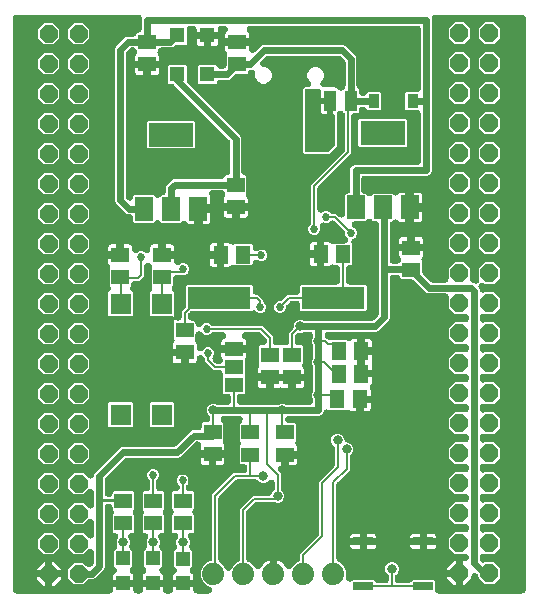
<source format=gbr>
G04 EAGLE Gerber RS-274X export*
G75*
%MOMM*%
%FSLAX34Y34*%
%LPD*%
%INBottom Copper*%
%IPPOS*%
%AMOC8*
5,1,8,0,0,1.08239X$1,22.5*%
G01*
%ADD10R,1.300000X1.500000*%
%ADD11R,1.500000X1.300000*%
%ADD12C,1.879600*%
%ADD13R,1.308000X1.308000*%
%ADD14P,1.649562X8X292.500000*%
%ADD15R,1.020000X1.780000*%
%ADD16R,1.778000X1.778000*%
%ADD17R,1.600200X1.168400*%
%ADD18R,1.200000X1.200000*%
%ADD19R,1.651000X0.762000*%
%ADD20R,1.500000X2.000000*%
%ADD21R,3.800000X2.000000*%
%ADD22R,5.334000X1.930400*%
%ADD23R,0.910000X1.220000*%
%ADD24C,0.304800*%
%ADD25C,0.812800*%
%ADD26C,0.685800*%
%ADD27C,0.203200*%
%ADD28C,0.254000*%
%ADD29C,0.609600*%
%ADD30C,0.889000*%

G36*
X85008Y2293D02*
X85008Y2293D01*
X85084Y2291D01*
X85253Y2313D01*
X85424Y2327D01*
X85498Y2345D01*
X85573Y2355D01*
X85737Y2404D01*
X85903Y2445D01*
X85972Y2475D01*
X86046Y2497D01*
X86199Y2573D01*
X86356Y2640D01*
X86420Y2681D01*
X86489Y2714D01*
X86628Y2813D01*
X86772Y2905D01*
X86829Y2956D01*
X86891Y3000D01*
X87012Y3120D01*
X87140Y3234D01*
X87188Y3293D01*
X87242Y3347D01*
X87343Y3485D01*
X87450Y3618D01*
X87487Y3684D01*
X87532Y3745D01*
X87609Y3898D01*
X87694Y4046D01*
X87720Y4118D01*
X87755Y4186D01*
X87806Y4349D01*
X87865Y4509D01*
X87880Y4584D01*
X87903Y4656D01*
X87915Y4761D01*
X87960Y4993D01*
X87967Y5229D01*
X87979Y5334D01*
X87979Y7916D01*
X96520Y7916D01*
X105061Y7916D01*
X105061Y5334D01*
X105067Y5258D01*
X105065Y5182D01*
X105087Y5013D01*
X105101Y4842D01*
X105119Y4768D01*
X105129Y4693D01*
X105178Y4529D01*
X105219Y4363D01*
X105249Y4294D01*
X105271Y4220D01*
X105347Y4067D01*
X105414Y3910D01*
X105455Y3846D01*
X105488Y3777D01*
X105587Y3638D01*
X105679Y3494D01*
X105730Y3437D01*
X105774Y3375D01*
X105894Y3254D01*
X106008Y3126D01*
X106067Y3078D01*
X106121Y3024D01*
X106259Y2923D01*
X106392Y2816D01*
X106458Y2779D01*
X106519Y2734D01*
X106672Y2657D01*
X106820Y2572D01*
X106892Y2546D01*
X106960Y2511D01*
X107123Y2460D01*
X107283Y2401D01*
X107358Y2386D01*
X107430Y2363D01*
X107535Y2351D01*
X107767Y2306D01*
X108003Y2299D01*
X108108Y2287D01*
X110078Y2287D01*
X110154Y2293D01*
X110230Y2291D01*
X110399Y2313D01*
X110570Y2327D01*
X110644Y2345D01*
X110719Y2355D01*
X110883Y2404D01*
X111049Y2445D01*
X111118Y2475D01*
X111192Y2497D01*
X111345Y2573D01*
X111502Y2640D01*
X111566Y2681D01*
X111635Y2714D01*
X111774Y2813D01*
X111918Y2905D01*
X111975Y2956D01*
X112037Y3000D01*
X112158Y3120D01*
X112286Y3234D01*
X112334Y3293D01*
X112388Y3347D01*
X112489Y3485D01*
X112596Y3618D01*
X112633Y3684D01*
X112678Y3745D01*
X112755Y3898D01*
X112840Y4046D01*
X112866Y4118D01*
X112901Y4186D01*
X112952Y4349D01*
X113011Y4509D01*
X113026Y4584D01*
X113049Y4656D01*
X113061Y4761D01*
X113106Y4993D01*
X113113Y5229D01*
X113125Y5334D01*
X113125Y7916D01*
X121666Y7916D01*
X130207Y7916D01*
X130207Y5334D01*
X130213Y5258D01*
X130211Y5182D01*
X130233Y5013D01*
X130247Y4842D01*
X130265Y4768D01*
X130275Y4693D01*
X130324Y4529D01*
X130365Y4363D01*
X130395Y4294D01*
X130417Y4220D01*
X130493Y4067D01*
X130560Y3910D01*
X130601Y3846D01*
X130634Y3777D01*
X130733Y3638D01*
X130825Y3494D01*
X130876Y3437D01*
X130920Y3375D01*
X131040Y3254D01*
X131154Y3126D01*
X131213Y3078D01*
X131267Y3024D01*
X131405Y2923D01*
X131538Y2816D01*
X131604Y2779D01*
X131665Y2734D01*
X131818Y2657D01*
X131966Y2572D01*
X132038Y2546D01*
X132106Y2511D01*
X132269Y2460D01*
X132429Y2401D01*
X132504Y2386D01*
X132576Y2363D01*
X132681Y2351D01*
X132913Y2306D01*
X133149Y2299D01*
X133254Y2287D01*
X135732Y2287D01*
X135808Y2293D01*
X135884Y2291D01*
X136053Y2313D01*
X136224Y2327D01*
X136298Y2345D01*
X136373Y2355D01*
X136537Y2404D01*
X136703Y2445D01*
X136772Y2475D01*
X136846Y2497D01*
X136999Y2573D01*
X137156Y2640D01*
X137220Y2681D01*
X137289Y2714D01*
X137428Y2813D01*
X137572Y2905D01*
X137629Y2956D01*
X137691Y3000D01*
X137812Y3120D01*
X137940Y3234D01*
X137988Y3293D01*
X138042Y3347D01*
X138143Y3485D01*
X138250Y3618D01*
X138287Y3684D01*
X138332Y3745D01*
X138409Y3898D01*
X138494Y4046D01*
X138520Y4118D01*
X138555Y4186D01*
X138606Y4349D01*
X138665Y4509D01*
X138680Y4584D01*
X138703Y4656D01*
X138715Y4761D01*
X138760Y4993D01*
X138767Y5229D01*
X138779Y5334D01*
X138779Y7789D01*
X147320Y7789D01*
X155861Y7789D01*
X155861Y5334D01*
X155867Y5258D01*
X155865Y5182D01*
X155887Y5013D01*
X155901Y4842D01*
X155919Y4768D01*
X155929Y4693D01*
X155978Y4529D01*
X156019Y4363D01*
X156049Y4294D01*
X156071Y4220D01*
X156147Y4067D01*
X156214Y3910D01*
X156255Y3846D01*
X156288Y3777D01*
X156387Y3638D01*
X156479Y3494D01*
X156530Y3437D01*
X156574Y3375D01*
X156694Y3254D01*
X156808Y3126D01*
X156867Y3078D01*
X156921Y3024D01*
X157059Y2923D01*
X157192Y2816D01*
X157258Y2779D01*
X157319Y2734D01*
X157472Y2657D01*
X157620Y2572D01*
X157692Y2546D01*
X157760Y2511D01*
X157923Y2460D01*
X158083Y2401D01*
X158158Y2386D01*
X158230Y2363D01*
X158335Y2351D01*
X158567Y2306D01*
X158803Y2299D01*
X158908Y2287D01*
X168906Y2287D01*
X169048Y2298D01*
X169190Y2300D01*
X169293Y2318D01*
X169398Y2327D01*
X169536Y2361D01*
X169676Y2386D01*
X169775Y2420D01*
X169876Y2445D01*
X170007Y2502D01*
X170142Y2549D01*
X170234Y2599D01*
X170330Y2640D01*
X170450Y2716D01*
X170575Y2785D01*
X170658Y2849D01*
X170746Y2905D01*
X170852Y3000D01*
X170965Y3087D01*
X171036Y3164D01*
X171114Y3234D01*
X171203Y3345D01*
X171300Y3449D01*
X171358Y3536D01*
X171424Y3618D01*
X171494Y3741D01*
X171573Y3860D01*
X171616Y3956D01*
X171668Y4046D01*
X171717Y4180D01*
X171776Y4310D01*
X171803Y4411D01*
X171839Y4509D01*
X171867Y4649D01*
X171904Y4786D01*
X171914Y4890D01*
X171934Y4993D01*
X171938Y5135D01*
X171953Y5277D01*
X171946Y5382D01*
X171949Y5486D01*
X171931Y5627D01*
X171922Y5770D01*
X171899Y5871D01*
X171885Y5975D01*
X171844Y6112D01*
X171812Y6251D01*
X171773Y6347D01*
X171742Y6447D01*
X171680Y6576D01*
X171626Y6708D01*
X171572Y6797D01*
X171526Y6891D01*
X171443Y7007D01*
X171369Y7128D01*
X171301Y7208D01*
X171240Y7293D01*
X171140Y7394D01*
X171047Y7502D01*
X170967Y7570D01*
X170893Y7644D01*
X170778Y7728D01*
X170669Y7819D01*
X170600Y7857D01*
X170495Y7934D01*
X170107Y8130D01*
X170072Y8149D01*
X166724Y9536D01*
X163651Y12609D01*
X161988Y16623D01*
X161988Y20969D01*
X163651Y24983D01*
X166724Y28056D01*
X170203Y29497D01*
X170397Y29596D01*
X170594Y29693D01*
X170617Y29709D01*
X170642Y29722D01*
X170818Y29852D01*
X170996Y29978D01*
X171016Y29998D01*
X171039Y30015D01*
X171192Y30172D01*
X171347Y30325D01*
X171364Y30348D01*
X171384Y30368D01*
X171508Y30546D01*
X171637Y30724D01*
X171650Y30749D01*
X171666Y30772D01*
X171761Y30969D01*
X171860Y31164D01*
X171868Y31191D01*
X171881Y31217D01*
X171942Y31426D01*
X172008Y31635D01*
X172011Y31658D01*
X172020Y31690D01*
X172081Y32180D01*
X172078Y32260D01*
X172084Y32312D01*
X172084Y86269D01*
X189829Y104014D01*
X198501Y104014D01*
X198577Y104020D01*
X198653Y104018D01*
X198822Y104040D01*
X198993Y104054D01*
X199067Y104072D01*
X199142Y104082D01*
X199306Y104131D01*
X199472Y104172D01*
X199541Y104202D01*
X199615Y104224D01*
X199768Y104300D01*
X199925Y104367D01*
X199989Y104408D01*
X200058Y104441D01*
X200197Y104540D01*
X200341Y104632D01*
X200398Y104683D01*
X200460Y104727D01*
X200581Y104847D01*
X200709Y104961D01*
X200757Y105020D01*
X200811Y105074D01*
X200912Y105212D01*
X201019Y105345D01*
X201056Y105411D01*
X201101Y105472D01*
X201178Y105625D01*
X201263Y105773D01*
X201289Y105845D01*
X201324Y105913D01*
X201375Y106076D01*
X201434Y106236D01*
X201449Y106311D01*
X201472Y106383D01*
X201484Y106488D01*
X201529Y106720D01*
X201536Y106956D01*
X201548Y107061D01*
X201548Y108841D01*
X201542Y108917D01*
X201544Y108993D01*
X201522Y109162D01*
X201508Y109333D01*
X201490Y109407D01*
X201480Y109482D01*
X201431Y109646D01*
X201390Y109812D01*
X201360Y109881D01*
X201338Y109955D01*
X201262Y110108D01*
X201195Y110265D01*
X201154Y110329D01*
X201121Y110398D01*
X201022Y110537D01*
X200930Y110681D01*
X200879Y110738D01*
X200835Y110800D01*
X200715Y110921D01*
X200601Y111049D01*
X200542Y111097D01*
X200488Y111151D01*
X200350Y111252D01*
X200217Y111359D01*
X200151Y111396D01*
X200090Y111441D01*
X199937Y111518D01*
X199789Y111603D01*
X199717Y111629D01*
X199649Y111664D01*
X199486Y111715D01*
X199326Y111774D01*
X199251Y111789D01*
X199179Y111812D01*
X199074Y111824D01*
X198842Y111869D01*
X198606Y111876D01*
X198501Y111888D01*
X195957Y111888D01*
X195064Y112781D01*
X195064Y127045D01*
X195278Y127258D01*
X195327Y127316D01*
X195383Y127368D01*
X195487Y127504D01*
X195597Y127634D01*
X195637Y127699D01*
X195683Y127760D01*
X195764Y127910D01*
X195852Y128057D01*
X195880Y128128D01*
X195916Y128195D01*
X195972Y128356D01*
X196035Y128515D01*
X196052Y128589D01*
X196076Y128661D01*
X196105Y128830D01*
X196142Y128996D01*
X196146Y129073D01*
X196159Y129148D01*
X196160Y129318D01*
X196170Y129489D01*
X196161Y129565D01*
X196162Y129641D01*
X196135Y129810D01*
X196117Y129980D01*
X196097Y130053D01*
X196085Y130128D01*
X196032Y130291D01*
X195987Y130455D01*
X195955Y130524D01*
X195931Y130597D01*
X195852Y130749D01*
X195781Y130904D01*
X195738Y130967D01*
X195703Y131035D01*
X195638Y131117D01*
X195506Y131313D01*
X195344Y131485D01*
X195278Y131568D01*
X195064Y131781D01*
X195064Y146045D01*
X196725Y147705D01*
X196750Y147734D01*
X196778Y147760D01*
X196909Y147922D01*
X197044Y148081D01*
X197064Y148114D01*
X197088Y148144D01*
X197191Y148325D01*
X197299Y148504D01*
X197313Y148539D01*
X197332Y148572D01*
X197405Y148768D01*
X197482Y148962D01*
X197490Y148999D01*
X197504Y149035D01*
X197544Y149240D01*
X197589Y149444D01*
X197591Y149482D01*
X197598Y149519D01*
X197605Y149727D01*
X197617Y149936D01*
X197613Y149974D01*
X197614Y150012D01*
X197586Y150219D01*
X197564Y150427D01*
X197554Y150463D01*
X197549Y150501D01*
X197489Y150701D01*
X197434Y150902D01*
X197418Y150937D01*
X197407Y150974D01*
X197315Y151161D01*
X197228Y151351D01*
X197207Y151382D01*
X197190Y151417D01*
X197069Y151587D01*
X196953Y151760D01*
X196926Y151788D01*
X196904Y151819D01*
X196758Y151967D01*
X196615Y152120D01*
X196585Y152143D01*
X196558Y152170D01*
X196390Y152292D01*
X196223Y152420D01*
X196190Y152438D01*
X196159Y152460D01*
X195973Y152554D01*
X195789Y152653D01*
X195752Y152666D01*
X195719Y152683D01*
X195520Y152745D01*
X195322Y152813D01*
X195284Y152820D01*
X195248Y152831D01*
X195156Y152841D01*
X194836Y152896D01*
X194664Y152897D01*
X194570Y152907D01*
X182048Y152907D01*
X182010Y152904D01*
X181972Y152906D01*
X181764Y152884D01*
X181556Y152867D01*
X181519Y152858D01*
X181481Y152854D01*
X181280Y152799D01*
X181077Y152749D01*
X181042Y152734D01*
X181005Y152723D01*
X180815Y152636D01*
X180624Y152554D01*
X180592Y152534D01*
X180557Y152518D01*
X180384Y152401D01*
X180208Y152289D01*
X180179Y152264D01*
X180148Y152242D01*
X179995Y152099D01*
X179840Y151960D01*
X179816Y151931D01*
X179788Y151905D01*
X179661Y151739D01*
X179530Y151576D01*
X179511Y151543D01*
X179488Y151513D01*
X179389Y151329D01*
X179286Y151148D01*
X179273Y151112D01*
X179255Y151078D01*
X179187Y150881D01*
X179114Y150685D01*
X179107Y150648D01*
X179095Y150612D01*
X179060Y150405D01*
X179020Y150201D01*
X179018Y150163D01*
X179012Y150125D01*
X179011Y149916D01*
X179004Y149708D01*
X179009Y149670D01*
X179009Y149632D01*
X179042Y149425D01*
X179069Y149219D01*
X179080Y149182D01*
X179086Y149145D01*
X179151Y148946D01*
X179211Y148747D01*
X179228Y148712D01*
X179240Y148676D01*
X179336Y148491D01*
X179428Y148303D01*
X179450Y148272D01*
X179468Y148238D01*
X179526Y148166D01*
X179714Y147901D01*
X179834Y147779D01*
X179893Y147705D01*
X181173Y146426D01*
X181173Y131984D01*
X181103Y131869D01*
X181075Y131798D01*
X181039Y131731D01*
X180984Y131569D01*
X180920Y131411D01*
X180904Y131336D01*
X180879Y131264D01*
X180850Y131096D01*
X180814Y130929D01*
X180809Y130853D01*
X180796Y130778D01*
X180795Y130607D01*
X180786Y130436D01*
X180794Y130360D01*
X180793Y130284D01*
X180820Y130116D01*
X180838Y129946D01*
X180858Y129872D01*
X180870Y129797D01*
X180924Y129634D01*
X180969Y129470D01*
X181000Y129401D01*
X181024Y129328D01*
X181103Y129177D01*
X181174Y129022D01*
X181217Y128958D01*
X181252Y128891D01*
X181318Y128809D01*
X181450Y128612D01*
X181612Y128440D01*
X181678Y128358D01*
X181681Y128354D01*
X182016Y127775D01*
X182189Y127129D01*
X182189Y123543D01*
X172350Y123543D01*
X172274Y123537D01*
X172198Y123539D01*
X172121Y123529D01*
X172051Y123531D01*
X171946Y123543D01*
X162107Y123543D01*
X162107Y127129D01*
X162162Y127334D01*
X162196Y127521D01*
X162238Y127706D01*
X162241Y127763D01*
X162251Y127819D01*
X162255Y128009D01*
X162265Y128199D01*
X162259Y128255D01*
X162260Y128312D01*
X162233Y128501D01*
X162213Y128689D01*
X162198Y128744D01*
X162190Y128801D01*
X162133Y128982D01*
X162082Y129165D01*
X162059Y129217D01*
X162041Y129271D01*
X161956Y129441D01*
X161877Y129613D01*
X161845Y129661D01*
X161819Y129712D01*
X161707Y129865D01*
X161601Y130023D01*
X161562Y130064D01*
X161529Y130110D01*
X161393Y130244D01*
X161263Y130382D01*
X161218Y130417D01*
X161178Y130457D01*
X161022Y130567D01*
X160872Y130682D01*
X160822Y130709D01*
X160775Y130742D01*
X160604Y130826D01*
X160437Y130916D01*
X160383Y130934D01*
X160332Y130959D01*
X160150Y131014D01*
X159971Y131076D01*
X159914Y131085D01*
X159860Y131102D01*
X159672Y131126D01*
X159484Y131158D01*
X159427Y131159D01*
X159371Y131166D01*
X159181Y131160D01*
X158991Y131161D01*
X158934Y131152D01*
X158877Y131151D01*
X158691Y131114D01*
X158504Y131085D01*
X158449Y131067D01*
X158393Y131056D01*
X158216Y130990D01*
X158035Y130930D01*
X157984Y130904D01*
X157931Y130884D01*
X157766Y130790D01*
X157597Y130703D01*
X157562Y130674D01*
X157502Y130640D01*
X157118Y130330D01*
X157088Y130297D01*
X157064Y130277D01*
X146545Y119758D01*
X144830Y118043D01*
X143150Y117347D01*
X99676Y117347D01*
X99563Y117338D01*
X99448Y117339D01*
X99317Y117318D01*
X99185Y117307D01*
X99074Y117280D01*
X98961Y117262D01*
X98835Y117221D01*
X98706Y117189D01*
X98601Y117144D01*
X98492Y117108D01*
X98374Y117046D01*
X98252Y116994D01*
X98156Y116933D01*
X98055Y116880D01*
X97981Y116821D01*
X97836Y116729D01*
X97594Y116513D01*
X97522Y116455D01*
X81665Y100598D01*
X81591Y100511D01*
X81510Y100431D01*
X81432Y100324D01*
X81346Y100222D01*
X81287Y100125D01*
X81220Y100032D01*
X81160Y99914D01*
X81091Y99800D01*
X81049Y99694D01*
X80997Y99592D01*
X80957Y99465D01*
X80908Y99342D01*
X80883Y99231D01*
X80849Y99121D01*
X80839Y99028D01*
X80801Y98860D01*
X80783Y98536D01*
X80773Y98444D01*
X80773Y87122D01*
X80779Y87046D01*
X80777Y86970D01*
X80799Y86801D01*
X80813Y86630D01*
X80831Y86556D01*
X80841Y86481D01*
X80890Y86317D01*
X80931Y86151D01*
X80961Y86082D01*
X80983Y86008D01*
X81059Y85855D01*
X81126Y85698D01*
X81167Y85634D01*
X81200Y85565D01*
X81299Y85426D01*
X81391Y85282D01*
X81442Y85225D01*
X81486Y85163D01*
X81606Y85042D01*
X81720Y84914D01*
X81779Y84866D01*
X81833Y84812D01*
X81971Y84711D01*
X82104Y84604D01*
X82170Y84567D01*
X82231Y84522D01*
X82384Y84445D01*
X82532Y84360D01*
X82604Y84334D01*
X82672Y84299D01*
X82835Y84248D01*
X82995Y84189D01*
X83070Y84174D01*
X83142Y84151D01*
X83247Y84139D01*
X83479Y84094D01*
X83715Y84087D01*
X83820Y84075D01*
X84447Y84075D01*
X84523Y84081D01*
X84599Y84079D01*
X84768Y84101D01*
X84939Y84115D01*
X85013Y84133D01*
X85088Y84143D01*
X85252Y84192D01*
X85418Y84233D01*
X85487Y84263D01*
X85561Y84285D01*
X85714Y84361D01*
X85871Y84428D01*
X85935Y84469D01*
X86004Y84502D01*
X86143Y84601D01*
X86287Y84693D01*
X86344Y84744D01*
X86406Y84788D01*
X86527Y84908D01*
X86655Y85022D01*
X86703Y85081D01*
X86757Y85135D01*
X86858Y85273D01*
X86965Y85406D01*
X87002Y85472D01*
X87047Y85533D01*
X87124Y85686D01*
X87209Y85834D01*
X87235Y85906D01*
X87270Y85974D01*
X87321Y86137D01*
X87380Y86297D01*
X87395Y86372D01*
X87418Y86444D01*
X87430Y86549D01*
X87475Y86781D01*
X87482Y87017D01*
X87494Y87122D01*
X87494Y87814D01*
X88387Y88707D01*
X104651Y88707D01*
X105544Y87814D01*
X105544Y73550D01*
X105330Y73337D01*
X105281Y73279D01*
X105225Y73226D01*
X105121Y73091D01*
X105011Y72961D01*
X104971Y72895D01*
X104925Y72835D01*
X104844Y72685D01*
X104756Y72538D01*
X104728Y72467D01*
X104692Y72400D01*
X104636Y72239D01*
X104573Y72080D01*
X104556Y72006D01*
X104532Y71934D01*
X104503Y71765D01*
X104466Y71598D01*
X104462Y71522D01*
X104449Y71447D01*
X104448Y71276D01*
X104438Y71106D01*
X104447Y71030D01*
X104446Y70954D01*
X104473Y70785D01*
X104491Y70615D01*
X104511Y70542D01*
X104523Y70467D01*
X104576Y70304D01*
X104621Y70140D01*
X104653Y70070D01*
X104677Y69998D01*
X104756Y69847D01*
X104827Y69691D01*
X104870Y69628D01*
X104905Y69560D01*
X104970Y69478D01*
X105102Y69282D01*
X105264Y69109D01*
X105330Y69027D01*
X105544Y68814D01*
X105544Y54550D01*
X104651Y53657D01*
X103842Y53657D01*
X103662Y53643D01*
X103482Y53636D01*
X103417Y53623D01*
X103350Y53617D01*
X103175Y53574D01*
X102998Y53538D01*
X102936Y53515D01*
X102871Y53499D01*
X102705Y53427D01*
X102537Y53364D01*
X102479Y53330D01*
X102418Y53304D01*
X102266Y53207D01*
X102110Y53117D01*
X102058Y53075D01*
X102002Y53039D01*
X101868Y52919D01*
X101728Y52804D01*
X101684Y52755D01*
X101634Y52710D01*
X101521Y52570D01*
X101401Y52435D01*
X101366Y52378D01*
X101324Y52326D01*
X101235Y52170D01*
X101139Y52017D01*
X101113Y51955D01*
X101080Y51898D01*
X101017Y51728D01*
X100947Y51562D01*
X100932Y51498D01*
X100909Y51435D01*
X100874Y51258D01*
X100832Y51083D01*
X100827Y51016D01*
X100814Y50951D01*
X100808Y50771D01*
X100795Y50591D01*
X100801Y50524D01*
X100799Y50458D01*
X100822Y50279D01*
X100838Y50099D01*
X100852Y50049D01*
X100863Y49969D01*
X101005Y49497D01*
X101020Y49466D01*
X101027Y49444D01*
X102109Y46832D01*
X102109Y44608D01*
X101694Y43606D01*
X101627Y43398D01*
X101556Y43192D01*
X101551Y43163D01*
X101542Y43136D01*
X101510Y42921D01*
X101473Y42705D01*
X101473Y42677D01*
X101469Y42649D01*
X101471Y42431D01*
X101470Y42212D01*
X101475Y42184D01*
X101475Y42155D01*
X101513Y41941D01*
X101547Y41725D01*
X101556Y41697D01*
X101561Y41670D01*
X101633Y41464D01*
X101701Y41256D01*
X101714Y41231D01*
X101724Y41204D01*
X101828Y41012D01*
X101929Y40818D01*
X101943Y40800D01*
X101960Y40771D01*
X102262Y40381D01*
X102321Y40326D01*
X102354Y40285D01*
X104045Y38595D01*
X104045Y25331D01*
X102849Y24136D01*
X102702Y23963D01*
X102552Y23791D01*
X102542Y23775D01*
X102530Y23760D01*
X102412Y23564D01*
X102292Y23371D01*
X102285Y23354D01*
X102275Y23338D01*
X102190Y23125D01*
X102104Y22915D01*
X102099Y22897D01*
X102092Y22879D01*
X102043Y22656D01*
X101991Y22435D01*
X101990Y22416D01*
X101985Y22398D01*
X101973Y22169D01*
X101957Y21943D01*
X101959Y21924D01*
X101958Y21905D01*
X101982Y21679D01*
X102003Y21452D01*
X102008Y21433D01*
X102010Y21415D01*
X102070Y21196D01*
X102128Y20974D01*
X102136Y20957D01*
X102141Y20939D01*
X102236Y20732D01*
X102328Y20524D01*
X102338Y20508D01*
X102346Y20491D01*
X102473Y20302D01*
X102598Y20111D01*
X102611Y20097D01*
X102622Y20081D01*
X102777Y19916D01*
X102932Y19747D01*
X102944Y19738D01*
X102960Y19722D01*
X103351Y19421D01*
X103432Y19378D01*
X103480Y19342D01*
X104080Y18996D01*
X104553Y18523D01*
X104888Y17944D01*
X105061Y17298D01*
X105061Y14010D01*
X96520Y14010D01*
X87979Y14010D01*
X87979Y17298D01*
X88152Y17944D01*
X88487Y18523D01*
X88960Y18996D01*
X89560Y19342D01*
X89747Y19472D01*
X89936Y19599D01*
X89950Y19612D01*
X89965Y19623D01*
X90130Y19782D01*
X90296Y19937D01*
X90307Y19952D01*
X90321Y19965D01*
X90458Y20148D01*
X90596Y20328D01*
X90605Y20345D01*
X90616Y20360D01*
X90721Y20562D01*
X90829Y20763D01*
X90835Y20781D01*
X90844Y20798D01*
X90915Y21013D01*
X90989Y21230D01*
X90992Y21248D01*
X90998Y21266D01*
X91033Y21490D01*
X91072Y21716D01*
X91072Y21735D01*
X91075Y21754D01*
X91073Y21979D01*
X91075Y22209D01*
X91072Y22228D01*
X91072Y22247D01*
X91034Y22471D01*
X90998Y22697D01*
X90992Y22715D01*
X90989Y22733D01*
X90915Y22949D01*
X90844Y23165D01*
X90835Y23182D01*
X90829Y23200D01*
X90721Y23401D01*
X90616Y23603D01*
X90606Y23615D01*
X90596Y23635D01*
X90295Y24026D01*
X90228Y24090D01*
X90191Y24136D01*
X88995Y25331D01*
X88995Y38595D01*
X90686Y40285D01*
X90827Y40451D01*
X90972Y40615D01*
X90987Y40639D01*
X91005Y40661D01*
X91118Y40848D01*
X91234Y41033D01*
X91245Y41059D01*
X91260Y41084D01*
X91341Y41285D01*
X91426Y41488D01*
X91432Y41515D01*
X91443Y41542D01*
X91490Y41755D01*
X91542Y41967D01*
X91544Y41996D01*
X91550Y42023D01*
X91562Y42242D01*
X91578Y42459D01*
X91576Y42487D01*
X91577Y42516D01*
X91554Y42734D01*
X91535Y42951D01*
X91529Y42973D01*
X91525Y43007D01*
X91395Y43482D01*
X91361Y43555D01*
X91346Y43606D01*
X90931Y44608D01*
X90931Y46832D01*
X92013Y49444D01*
X92069Y49616D01*
X92131Y49785D01*
X92144Y49850D01*
X92165Y49913D01*
X92192Y50092D01*
X92226Y50269D01*
X92228Y50335D01*
X92238Y50401D01*
X92236Y50582D01*
X92241Y50762D01*
X92233Y50828D01*
X92232Y50895D01*
X92201Y51072D01*
X92177Y51251D01*
X92158Y51315D01*
X92146Y51380D01*
X92087Y51550D01*
X92035Y51724D01*
X92005Y51783D01*
X91983Y51846D01*
X91897Y52005D01*
X91818Y52167D01*
X91779Y52221D01*
X91747Y52279D01*
X91636Y52422D01*
X91532Y52569D01*
X91485Y52616D01*
X91445Y52669D01*
X91312Y52792D01*
X91185Y52920D01*
X91132Y52959D01*
X91083Y53004D01*
X90933Y53104D01*
X90787Y53210D01*
X90727Y53240D01*
X90672Y53277D01*
X90507Y53351D01*
X90346Y53433D01*
X90283Y53453D01*
X90222Y53480D01*
X90048Y53527D01*
X89876Y53581D01*
X89823Y53587D01*
X89746Y53608D01*
X89255Y53657D01*
X89221Y53655D01*
X89198Y53657D01*
X88387Y53657D01*
X87494Y54550D01*
X87494Y68814D01*
X87708Y69027D01*
X87757Y69085D01*
X87813Y69137D01*
X87917Y69273D01*
X88027Y69403D01*
X88067Y69468D01*
X88113Y69529D01*
X88194Y69679D01*
X88282Y69826D01*
X88310Y69897D01*
X88346Y69964D01*
X88402Y70125D01*
X88465Y70284D01*
X88482Y70358D01*
X88506Y70430D01*
X88535Y70599D01*
X88572Y70765D01*
X88576Y70842D01*
X88589Y70917D01*
X88590Y71087D01*
X88600Y71258D01*
X88591Y71334D01*
X88592Y71410D01*
X88565Y71579D01*
X88547Y71749D01*
X88527Y71822D01*
X88515Y71897D01*
X88462Y72060D01*
X88417Y72224D01*
X88385Y72293D01*
X88361Y72366D01*
X88282Y72518D01*
X88211Y72673D01*
X88168Y72736D01*
X88133Y72804D01*
X88068Y72886D01*
X87936Y73082D01*
X87774Y73254D01*
X87708Y73337D01*
X87494Y73550D01*
X87494Y75438D01*
X87488Y75509D01*
X87490Y75573D01*
X87490Y75576D01*
X87490Y75590D01*
X87468Y75759D01*
X87454Y75930D01*
X87436Y76004D01*
X87426Y76079D01*
X87377Y76243D01*
X87336Y76409D01*
X87306Y76478D01*
X87284Y76552D01*
X87208Y76705D01*
X87141Y76862D01*
X87100Y76926D01*
X87067Y76995D01*
X86968Y77134D01*
X86876Y77278D01*
X86825Y77335D01*
X86781Y77397D01*
X86661Y77518D01*
X86547Y77646D01*
X86488Y77694D01*
X86434Y77748D01*
X86296Y77849D01*
X86163Y77956D01*
X86097Y77993D01*
X86036Y78038D01*
X85883Y78115D01*
X85735Y78200D01*
X85663Y78226D01*
X85595Y78261D01*
X85432Y78312D01*
X85272Y78371D01*
X85197Y78386D01*
X85125Y78409D01*
X85020Y78421D01*
X84788Y78466D01*
X84552Y78473D01*
X84447Y78485D01*
X83820Y78485D01*
X83744Y78479D01*
X83668Y78481D01*
X83499Y78459D01*
X83328Y78445D01*
X83254Y78427D01*
X83179Y78417D01*
X83015Y78368D01*
X82849Y78327D01*
X82780Y78297D01*
X82706Y78275D01*
X82553Y78199D01*
X82396Y78132D01*
X82332Y78091D01*
X82263Y78058D01*
X82124Y77959D01*
X81980Y77867D01*
X81923Y77816D01*
X81861Y77772D01*
X81740Y77652D01*
X81612Y77538D01*
X81564Y77479D01*
X81510Y77425D01*
X81409Y77287D01*
X81302Y77154D01*
X81265Y77088D01*
X81220Y77027D01*
X81143Y76874D01*
X81058Y76726D01*
X81032Y76654D01*
X80997Y76586D01*
X80946Y76423D01*
X80887Y76263D01*
X80872Y76188D01*
X80849Y76116D01*
X80837Y76011D01*
X80792Y75779D01*
X80785Y75543D01*
X80773Y75438D01*
X80773Y24490D01*
X80077Y22810D01*
X72504Y15237D01*
X70824Y14541D01*
X68360Y14541D01*
X68246Y14532D01*
X68132Y14533D01*
X68001Y14512D01*
X67868Y14501D01*
X67758Y14474D01*
X67645Y14456D01*
X67518Y14415D01*
X67390Y14383D01*
X67285Y14338D01*
X67176Y14302D01*
X67058Y14240D01*
X66936Y14188D01*
X66840Y14127D01*
X66739Y14074D01*
X66665Y14015D01*
X66520Y13923D01*
X66278Y13707D01*
X66205Y13649D01*
X62526Y9969D01*
X54950Y9969D01*
X49593Y15326D01*
X49593Y22902D01*
X54950Y28259D01*
X62526Y28259D01*
X65404Y25380D01*
X65462Y25331D01*
X65514Y25276D01*
X65650Y25172D01*
X65780Y25061D01*
X65845Y25022D01*
X65906Y24975D01*
X66056Y24895D01*
X66203Y24806D01*
X66273Y24778D01*
X66341Y24742D01*
X66502Y24687D01*
X66661Y24623D01*
X66735Y24607D01*
X66807Y24582D01*
X66976Y24553D01*
X67142Y24517D01*
X67218Y24512D01*
X67294Y24499D01*
X67464Y24498D01*
X67635Y24489D01*
X67711Y24497D01*
X67787Y24496D01*
X67956Y24523D01*
X68125Y24541D01*
X68199Y24561D01*
X68274Y24573D01*
X68437Y24627D01*
X68601Y24672D01*
X68670Y24703D01*
X68743Y24727D01*
X68894Y24806D01*
X69050Y24877D01*
X69113Y24920D01*
X69180Y24955D01*
X69263Y25021D01*
X69459Y25153D01*
X69631Y25315D01*
X69714Y25380D01*
X70735Y26402D01*
X70809Y26489D01*
X70890Y26569D01*
X70968Y26676D01*
X71054Y26778D01*
X71113Y26875D01*
X71180Y26968D01*
X71240Y27086D01*
X71309Y27200D01*
X71351Y27306D01*
X71403Y27408D01*
X71443Y27535D01*
X71492Y27658D01*
X71517Y27769D01*
X71551Y27879D01*
X71561Y27972D01*
X71599Y28140D01*
X71617Y28464D01*
X71627Y28556D01*
X71627Y37114D01*
X71624Y37152D01*
X71626Y37190D01*
X71604Y37398D01*
X71587Y37606D01*
X71578Y37643D01*
X71574Y37681D01*
X71519Y37882D01*
X71469Y38085D01*
X71454Y38120D01*
X71443Y38156D01*
X71356Y38346D01*
X71274Y38538D01*
X71254Y38570D01*
X71238Y38605D01*
X71122Y38777D01*
X71009Y38954D01*
X70984Y38982D01*
X70962Y39014D01*
X70819Y39166D01*
X70680Y39322D01*
X70651Y39346D01*
X70625Y39374D01*
X70459Y39501D01*
X70296Y39632D01*
X70263Y39651D01*
X70233Y39674D01*
X70049Y39773D01*
X69868Y39876D01*
X69832Y39889D01*
X69798Y39907D01*
X69601Y39975D01*
X69405Y40047D01*
X69368Y40055D01*
X69332Y40067D01*
X69125Y40102D01*
X68921Y40142D01*
X68883Y40143D01*
X68845Y40150D01*
X68636Y40151D01*
X68428Y40157D01*
X68390Y40152D01*
X68352Y40153D01*
X68145Y40120D01*
X67939Y40093D01*
X67902Y40082D01*
X67865Y40076D01*
X67666Y40011D01*
X67467Y39951D01*
X67432Y39934D01*
X67396Y39922D01*
X67211Y39825D01*
X67023Y39734D01*
X66992Y39712D01*
X66958Y39694D01*
X66886Y39636D01*
X66621Y39448D01*
X66499Y39327D01*
X66425Y39269D01*
X62526Y35369D01*
X54950Y35369D01*
X49593Y40726D01*
X49593Y48302D01*
X54950Y53659D01*
X62526Y53659D01*
X66425Y49759D01*
X66454Y49735D01*
X66480Y49706D01*
X66642Y49575D01*
X66801Y49440D01*
X66834Y49420D01*
X66864Y49396D01*
X67045Y49293D01*
X67224Y49185D01*
X67259Y49171D01*
X67292Y49152D01*
X67488Y49079D01*
X67682Y49002D01*
X67719Y48994D01*
X67755Y48981D01*
X67960Y48941D01*
X68164Y48895D01*
X68202Y48893D01*
X68239Y48886D01*
X68447Y48879D01*
X68656Y48868D01*
X68694Y48872D01*
X68732Y48871D01*
X68939Y48898D01*
X69147Y48920D01*
X69183Y48930D01*
X69221Y48935D01*
X69421Y48995D01*
X69622Y49051D01*
X69657Y49066D01*
X69694Y49077D01*
X69881Y49169D01*
X70071Y49256D01*
X70103Y49278D01*
X70137Y49294D01*
X70306Y49415D01*
X70480Y49532D01*
X70508Y49558D01*
X70539Y49580D01*
X70687Y49726D01*
X70840Y49870D01*
X70863Y49900D01*
X70890Y49927D01*
X71013Y50095D01*
X71140Y50261D01*
X71158Y50294D01*
X71180Y50325D01*
X71274Y50511D01*
X71373Y50696D01*
X71386Y50732D01*
X71403Y50766D01*
X71465Y50965D01*
X71533Y51162D01*
X71539Y51200D01*
X71551Y51236D01*
X71561Y51329D01*
X71616Y51649D01*
X71617Y51821D01*
X71627Y51914D01*
X71627Y62514D01*
X71624Y62552D01*
X71626Y62590D01*
X71604Y62798D01*
X71587Y63006D01*
X71578Y63043D01*
X71574Y63081D01*
X71519Y63282D01*
X71469Y63485D01*
X71454Y63520D01*
X71443Y63556D01*
X71356Y63746D01*
X71274Y63938D01*
X71254Y63970D01*
X71238Y64005D01*
X71121Y64178D01*
X71009Y64354D01*
X70984Y64382D01*
X70962Y64414D01*
X70819Y64566D01*
X70680Y64722D01*
X70651Y64746D01*
X70625Y64774D01*
X70459Y64901D01*
X70296Y65032D01*
X70263Y65051D01*
X70233Y65074D01*
X70049Y65173D01*
X69868Y65276D01*
X69832Y65289D01*
X69798Y65307D01*
X69601Y65375D01*
X69405Y65447D01*
X69368Y65455D01*
X69332Y65467D01*
X69125Y65502D01*
X68921Y65542D01*
X68883Y65543D01*
X68845Y65550D01*
X68636Y65551D01*
X68428Y65557D01*
X68390Y65552D01*
X68352Y65553D01*
X68145Y65520D01*
X67939Y65493D01*
X67902Y65482D01*
X67865Y65476D01*
X67666Y65411D01*
X67467Y65351D01*
X67432Y65334D01*
X67396Y65322D01*
X67211Y65225D01*
X67023Y65134D01*
X66992Y65112D01*
X66958Y65094D01*
X66886Y65036D01*
X66621Y64848D01*
X66499Y64727D01*
X66425Y64669D01*
X62526Y60769D01*
X54950Y60769D01*
X49593Y66126D01*
X49593Y73702D01*
X54950Y79059D01*
X62526Y79059D01*
X66425Y75159D01*
X66454Y75135D01*
X66480Y75106D01*
X66642Y74975D01*
X66801Y74840D01*
X66834Y74820D01*
X66864Y74796D01*
X67045Y74693D01*
X67224Y74585D01*
X67259Y74571D01*
X67292Y74552D01*
X67488Y74479D01*
X67682Y74402D01*
X67719Y74394D01*
X67755Y74381D01*
X67960Y74341D01*
X68164Y74295D01*
X68202Y74293D01*
X68239Y74286D01*
X68447Y74279D01*
X68656Y74268D01*
X68694Y74272D01*
X68732Y74271D01*
X68939Y74298D01*
X69147Y74320D01*
X69183Y74330D01*
X69221Y74335D01*
X69421Y74395D01*
X69622Y74451D01*
X69657Y74466D01*
X69694Y74477D01*
X69881Y74569D01*
X70071Y74656D01*
X70103Y74678D01*
X70137Y74694D01*
X70306Y74815D01*
X70480Y74932D01*
X70508Y74958D01*
X70539Y74980D01*
X70687Y75126D01*
X70840Y75270D01*
X70863Y75300D01*
X70890Y75327D01*
X71013Y75495D01*
X71140Y75661D01*
X71158Y75694D01*
X71180Y75725D01*
X71274Y75911D01*
X71373Y76096D01*
X71386Y76132D01*
X71403Y76166D01*
X71465Y76365D01*
X71533Y76562D01*
X71539Y76600D01*
X71551Y76636D01*
X71561Y76729D01*
X71616Y77049D01*
X71617Y77221D01*
X71627Y77314D01*
X71627Y87914D01*
X71624Y87952D01*
X71626Y87990D01*
X71604Y88198D01*
X71587Y88406D01*
X71578Y88443D01*
X71574Y88481D01*
X71519Y88682D01*
X71469Y88885D01*
X71454Y88919D01*
X71443Y88956D01*
X71356Y89146D01*
X71274Y89338D01*
X71254Y89370D01*
X71238Y89405D01*
X71121Y89578D01*
X71009Y89754D01*
X70984Y89782D01*
X70962Y89814D01*
X70819Y89966D01*
X70680Y90122D01*
X70651Y90146D01*
X70625Y90174D01*
X70459Y90301D01*
X70296Y90432D01*
X70263Y90451D01*
X70233Y90474D01*
X70049Y90573D01*
X69868Y90676D01*
X69832Y90689D01*
X69798Y90707D01*
X69601Y90775D01*
X69405Y90847D01*
X69368Y90855D01*
X69332Y90867D01*
X69125Y90902D01*
X68921Y90942D01*
X68883Y90943D01*
X68845Y90950D01*
X68636Y90951D01*
X68428Y90957D01*
X68390Y90952D01*
X68352Y90953D01*
X68145Y90920D01*
X67939Y90893D01*
X67902Y90882D01*
X67865Y90876D01*
X67666Y90811D01*
X67467Y90751D01*
X67432Y90734D01*
X67396Y90722D01*
X67211Y90625D01*
X67023Y90534D01*
X66992Y90512D01*
X66958Y90494D01*
X66886Y90436D01*
X66621Y90248D01*
X66499Y90127D01*
X66425Y90069D01*
X62526Y86169D01*
X54950Y86169D01*
X49593Y91526D01*
X49593Y99102D01*
X54950Y104459D01*
X62526Y104459D01*
X66425Y100559D01*
X66454Y100535D01*
X66480Y100506D01*
X66642Y100375D01*
X66801Y100240D01*
X66834Y100220D01*
X66864Y100196D01*
X67045Y100093D01*
X67224Y99985D01*
X67259Y99971D01*
X67292Y99952D01*
X67488Y99879D01*
X67682Y99802D01*
X67719Y99794D01*
X67755Y99781D01*
X67960Y99741D01*
X68164Y99695D01*
X68202Y99693D01*
X68239Y99686D01*
X68447Y99679D01*
X68656Y99668D01*
X68694Y99672D01*
X68732Y99671D01*
X68939Y99698D01*
X69147Y99720D01*
X69183Y99730D01*
X69221Y99735D01*
X69421Y99795D01*
X69622Y99851D01*
X69657Y99866D01*
X69694Y99877D01*
X69881Y99969D01*
X70071Y100056D01*
X70103Y100078D01*
X70137Y100094D01*
X70306Y100215D01*
X70480Y100332D01*
X70508Y100358D01*
X70539Y100380D01*
X70687Y100526D01*
X70840Y100670D01*
X70863Y100700D01*
X70890Y100727D01*
X71013Y100895D01*
X71140Y101061D01*
X71158Y101094D01*
X71180Y101125D01*
X71274Y101311D01*
X71373Y101496D01*
X71386Y101532D01*
X71403Y101566D01*
X71465Y101765D01*
X71533Y101962D01*
X71539Y102000D01*
X71551Y102036D01*
X71561Y102129D01*
X71616Y102449D01*
X71616Y102482D01*
X72323Y104190D01*
X93930Y125797D01*
X95610Y126493D01*
X139084Y126493D01*
X139197Y126502D01*
X139312Y126501D01*
X139443Y126522D01*
X139575Y126533D01*
X139686Y126560D01*
X139799Y126578D01*
X139925Y126619D01*
X140054Y126651D01*
X140159Y126696D01*
X140268Y126732D01*
X140386Y126794D01*
X140508Y126846D01*
X140604Y126907D01*
X140705Y126960D01*
X140779Y127019D01*
X140924Y127111D01*
X141166Y127327D01*
X141238Y127385D01*
X153676Y139823D01*
X155356Y140519D01*
X160076Y140519D01*
X160152Y140525D01*
X160228Y140523D01*
X160397Y140545D01*
X160568Y140559D01*
X160642Y140577D01*
X160717Y140587D01*
X160881Y140636D01*
X161047Y140677D01*
X161116Y140707D01*
X161190Y140729D01*
X161343Y140805D01*
X161500Y140872D01*
X161564Y140913D01*
X161633Y140946D01*
X161772Y141045D01*
X161916Y141137D01*
X161973Y141188D01*
X162035Y141232D01*
X162156Y141352D01*
X162284Y141466D01*
X162332Y141525D01*
X162386Y141579D01*
X162487Y141717D01*
X162594Y141850D01*
X162631Y141916D01*
X162676Y141977D01*
X162753Y142130D01*
X162838Y142278D01*
X162864Y142350D01*
X162899Y142418D01*
X162950Y142581D01*
X163009Y142741D01*
X163024Y142816D01*
X163047Y142888D01*
X163059Y142993D01*
X163104Y143225D01*
X163111Y143461D01*
X163123Y143566D01*
X163123Y146426D01*
X164016Y147319D01*
X167132Y147319D01*
X167208Y147325D01*
X167284Y147323D01*
X167453Y147345D01*
X167624Y147359D01*
X167698Y147377D01*
X167773Y147387D01*
X167937Y147436D01*
X168103Y147477D01*
X168172Y147507D01*
X168246Y147529D01*
X168399Y147605D01*
X168556Y147672D01*
X168620Y147713D01*
X168689Y147746D01*
X168828Y147845D01*
X168972Y147937D01*
X169029Y147988D01*
X169091Y148032D01*
X169212Y148152D01*
X169340Y148266D01*
X169388Y148325D01*
X169442Y148379D01*
X169543Y148517D01*
X169650Y148650D01*
X169687Y148716D01*
X169732Y148777D01*
X169809Y148930D01*
X169894Y149078D01*
X169920Y149150D01*
X169955Y149218D01*
X170006Y149381D01*
X170065Y149541D01*
X170080Y149616D01*
X170103Y149688D01*
X170115Y149793D01*
X170160Y150025D01*
X170167Y150261D01*
X170179Y150366D01*
X170179Y150855D01*
X170170Y150969D01*
X170171Y151083D01*
X170150Y151214D01*
X170139Y151347D01*
X170112Y151457D01*
X170094Y151570D01*
X170053Y151697D01*
X170021Y151825D01*
X169976Y151930D01*
X169940Y152039D01*
X169878Y152157D01*
X169826Y152279D01*
X169765Y152375D01*
X169712Y152476D01*
X169653Y152550D01*
X169561Y152695D01*
X169345Y152937D01*
X169287Y153010D01*
X167982Y154314D01*
X167131Y156368D01*
X167131Y158592D01*
X167982Y160646D01*
X169554Y162218D01*
X171608Y163069D01*
X173832Y163069D01*
X175724Y162285D01*
X175734Y162282D01*
X175742Y162277D01*
X175969Y162206D01*
X176194Y162133D01*
X176204Y162132D01*
X176213Y162129D01*
X176253Y162125D01*
X176682Y162060D01*
X176813Y162062D01*
X176891Y162053D01*
X184658Y162053D01*
X184734Y162059D01*
X184810Y162057D01*
X184979Y162079D01*
X185150Y162093D01*
X185224Y162111D01*
X185299Y162121D01*
X185463Y162170D01*
X185629Y162211D01*
X185698Y162241D01*
X185772Y162263D01*
X185925Y162339D01*
X186082Y162406D01*
X186146Y162447D01*
X186215Y162480D01*
X186354Y162579D01*
X186498Y162671D01*
X186555Y162722D01*
X186617Y162766D01*
X186738Y162886D01*
X186866Y163000D01*
X186914Y163059D01*
X186968Y163113D01*
X187069Y163251D01*
X187176Y163384D01*
X187213Y163450D01*
X187258Y163511D01*
X187335Y163664D01*
X187420Y163812D01*
X187446Y163884D01*
X187481Y163952D01*
X187532Y164115D01*
X187591Y164275D01*
X187606Y164350D01*
X187629Y164422D01*
X187641Y164527D01*
X187686Y164759D01*
X187693Y164995D01*
X187705Y165100D01*
X187705Y168402D01*
X187699Y168478D01*
X187701Y168554D01*
X187679Y168723D01*
X187665Y168894D01*
X187647Y168968D01*
X187637Y169043D01*
X187588Y169207D01*
X187547Y169373D01*
X187517Y169442D01*
X187495Y169516D01*
X187419Y169669D01*
X187352Y169826D01*
X187311Y169890D01*
X187278Y169959D01*
X187179Y170098D01*
X187087Y170242D01*
X187036Y170299D01*
X186992Y170361D01*
X186872Y170482D01*
X186758Y170610D01*
X186699Y170658D01*
X186645Y170712D01*
X186507Y170813D01*
X186374Y170920D01*
X186308Y170957D01*
X186247Y171002D01*
X186094Y171079D01*
X185946Y171164D01*
X185874Y171190D01*
X185806Y171225D01*
X185643Y171276D01*
X185483Y171335D01*
X185408Y171350D01*
X185336Y171373D01*
X185231Y171385D01*
X184999Y171430D01*
X184763Y171437D01*
X184658Y171449D01*
X181613Y171449D01*
X180720Y172342D01*
X180720Y188468D01*
X180714Y188544D01*
X180716Y188620D01*
X180694Y188789D01*
X180680Y188960D01*
X180662Y189034D01*
X180652Y189109D01*
X180603Y189273D01*
X180562Y189439D01*
X180532Y189508D01*
X180510Y189582D01*
X180434Y189735D01*
X180367Y189892D01*
X180326Y189956D01*
X180293Y190025D01*
X180194Y190164D01*
X180102Y190308D01*
X180051Y190365D01*
X180007Y190427D01*
X179887Y190548D01*
X179773Y190676D01*
X179714Y190724D01*
X179660Y190778D01*
X179522Y190879D01*
X179389Y190986D01*
X179323Y191023D01*
X179262Y191068D01*
X179109Y191145D01*
X178961Y191230D01*
X178889Y191256D01*
X178821Y191291D01*
X178658Y191342D01*
X178498Y191401D01*
X178423Y191416D01*
X178351Y191439D01*
X178246Y191451D01*
X178014Y191496D01*
X177778Y191503D01*
X177673Y191515D01*
X173192Y191515D01*
X170811Y193896D01*
X168242Y196465D01*
X165861Y198846D01*
X165861Y200013D01*
X165852Y200127D01*
X165853Y200241D01*
X165832Y200372D01*
X165821Y200505D01*
X165794Y200615D01*
X165776Y200728D01*
X165735Y200855D01*
X165703Y200983D01*
X165658Y201088D01*
X165622Y201197D01*
X165560Y201315D01*
X165508Y201437D01*
X165447Y201533D01*
X165394Y201634D01*
X165335Y201708D01*
X165243Y201853D01*
X165027Y202095D01*
X164969Y202168D01*
X163833Y203304D01*
X163804Y203328D01*
X163778Y203357D01*
X163616Y203488D01*
X163457Y203623D01*
X163424Y203643D01*
X163394Y203667D01*
X163214Y203770D01*
X163034Y203878D01*
X162999Y203892D01*
X162966Y203911D01*
X162770Y203983D01*
X162576Y204061D01*
X162539Y204069D01*
X162503Y204082D01*
X162298Y204122D01*
X162094Y204168D01*
X162056Y204170D01*
X162019Y204177D01*
X161811Y204183D01*
X161602Y204195D01*
X161564Y204191D01*
X161526Y204192D01*
X161319Y204165D01*
X161111Y204143D01*
X161075Y204133D01*
X161037Y204128D01*
X160837Y204068D01*
X160636Y204012D01*
X160601Y203996D01*
X160564Y203985D01*
X160377Y203894D01*
X160187Y203807D01*
X160155Y203785D01*
X160121Y203769D01*
X159951Y203648D01*
X159778Y203531D01*
X159750Y203505D01*
X159719Y203483D01*
X159570Y203336D01*
X159418Y203193D01*
X159395Y203163D01*
X159368Y203136D01*
X159245Y202968D01*
X159118Y202802D01*
X159100Y202768D01*
X159078Y202738D01*
X158984Y202551D01*
X158885Y202367D01*
X158872Y202331D01*
X158855Y202297D01*
X158793Y202098D01*
X158725Y201901D01*
X158719Y201863D01*
X158707Y201827D01*
X158697Y201734D01*
X158642Y201414D01*
X158641Y201242D01*
X158631Y201149D01*
X158631Y199565D01*
X158458Y198919D01*
X158123Y198340D01*
X157650Y197867D01*
X157071Y197532D01*
X156425Y197359D01*
X151839Y197359D01*
X151839Y206198D01*
X151833Y206274D01*
X151835Y206350D01*
X151813Y206519D01*
X151799Y206690D01*
X151781Y206763D01*
X151771Y206839D01*
X151722Y207003D01*
X151681Y207168D01*
X151651Y207238D01*
X151629Y207311D01*
X151553Y207465D01*
X151486Y207622D01*
X151445Y207686D01*
X151412Y207754D01*
X151313Y207894D01*
X151221Y208038D01*
X151170Y208095D01*
X151126Y208157D01*
X151006Y208278D01*
X150892Y208406D01*
X150833Y208454D01*
X150779Y208508D01*
X150739Y208537D01*
X150722Y208561D01*
X150602Y208682D01*
X150488Y208810D01*
X150429Y208858D01*
X150375Y208912D01*
X150237Y209013D01*
X150104Y209120D01*
X150038Y209157D01*
X149976Y209202D01*
X149824Y209279D01*
X149675Y209364D01*
X149604Y209390D01*
X149536Y209425D01*
X149373Y209476D01*
X149213Y209535D01*
X149138Y209550D01*
X149066Y209573D01*
X148961Y209585D01*
X148729Y209630D01*
X148493Y209637D01*
X148388Y209649D01*
X138549Y209649D01*
X138549Y213235D01*
X138722Y213881D01*
X139057Y214460D01*
X139061Y214464D01*
X139110Y214522D01*
X139165Y214574D01*
X139269Y214709D01*
X139380Y214840D01*
X139419Y214905D01*
X139466Y214965D01*
X139546Y215116D01*
X139635Y215262D01*
X139663Y215333D01*
X139699Y215400D01*
X139754Y215562D01*
X139818Y215720D01*
X139834Y215794D01*
X139859Y215867D01*
X139888Y216035D01*
X139924Y216202D01*
X139929Y216278D01*
X139941Y216353D01*
X139943Y216524D01*
X139952Y216694D01*
X139944Y216770D01*
X139945Y216846D01*
X139918Y217015D01*
X139900Y217185D01*
X139880Y217258D01*
X139868Y217334D01*
X139814Y217496D01*
X139769Y217661D01*
X139737Y217730D01*
X139714Y217802D01*
X139635Y217954D01*
X139565Y218105D01*
X139565Y232699D01*
X139651Y232842D01*
X139665Y232877D01*
X139684Y232910D01*
X139757Y233106D01*
X139834Y233300D01*
X139842Y233337D01*
X139856Y233373D01*
X139896Y233578D01*
X139941Y233781D01*
X139943Y233820D01*
X139950Y233857D01*
X139957Y234065D01*
X139969Y234274D01*
X139965Y234312D01*
X139966Y234350D01*
X139939Y234557D01*
X139937Y234570D01*
X139961Y234544D01*
X139984Y234513D01*
X140130Y234365D01*
X140273Y234212D01*
X140303Y234189D01*
X140330Y234162D01*
X140499Y234039D01*
X140665Y233912D01*
X140698Y233894D01*
X140729Y233872D01*
X140915Y233778D01*
X141099Y233679D01*
X141135Y233667D01*
X141169Y233649D01*
X141368Y233587D01*
X141566Y233519D01*
X141604Y233513D01*
X141640Y233501D01*
X141733Y233491D01*
X142052Y233436D01*
X142224Y233435D01*
X142318Y233425D01*
X143002Y233425D01*
X143078Y233431D01*
X143154Y233429D01*
X143323Y233451D01*
X143494Y233465D01*
X143568Y233483D01*
X143643Y233493D01*
X143807Y233542D01*
X143973Y233583D01*
X144042Y233613D01*
X144116Y233635D01*
X144269Y233711D01*
X144426Y233778D01*
X144490Y233819D01*
X144559Y233852D01*
X144698Y233951D01*
X144842Y234043D01*
X144899Y234094D01*
X144961Y234138D01*
X145082Y234258D01*
X145210Y234372D01*
X145258Y234431D01*
X145312Y234485D01*
X145413Y234623D01*
X145520Y234756D01*
X145557Y234822D01*
X145602Y234883D01*
X145679Y235036D01*
X145764Y235184D01*
X145790Y235256D01*
X145825Y235324D01*
X145876Y235487D01*
X145935Y235647D01*
X145950Y235722D01*
X145973Y235794D01*
X145985Y235899D01*
X146030Y236131D01*
X146037Y236367D01*
X146049Y236472D01*
X146049Y241082D01*
X148713Y243746D01*
X148787Y243833D01*
X148868Y243913D01*
X148946Y244020D01*
X149032Y244122D01*
X149091Y244220D01*
X149158Y244312D01*
X149218Y244430D01*
X149287Y244544D01*
X149329Y244650D01*
X149381Y244752D01*
X149421Y244879D01*
X149470Y245002D01*
X149495Y245114D01*
X149529Y245223D01*
X149539Y245316D01*
X149577Y245484D01*
X149595Y245808D01*
X149605Y245901D01*
X149605Y263014D01*
X150498Y263907D01*
X205102Y263907D01*
X205995Y263014D01*
X205995Y258318D01*
X206001Y258242D01*
X205999Y258166D01*
X206021Y257997D01*
X206035Y257826D01*
X206053Y257752D01*
X206063Y257677D01*
X206112Y257513D01*
X206153Y257347D01*
X206183Y257278D01*
X206205Y257204D01*
X206281Y257051D01*
X206348Y256894D01*
X206389Y256830D01*
X206422Y256761D01*
X206521Y256622D01*
X206613Y256478D01*
X206664Y256421D01*
X206708Y256359D01*
X206828Y256238D01*
X206942Y256110D01*
X207001Y256062D01*
X207055Y256008D01*
X207193Y255907D01*
X207326Y255800D01*
X207392Y255763D01*
X207453Y255718D01*
X207606Y255641D01*
X207754Y255556D01*
X207826Y255530D01*
X207894Y255495D01*
X208057Y255444D01*
X208217Y255385D01*
X208292Y255370D01*
X208364Y255347D01*
X208469Y255335D01*
X208701Y255290D01*
X208937Y255283D01*
X209042Y255271D01*
X210602Y255271D01*
X215139Y250734D01*
X215139Y250329D01*
X215148Y250215D01*
X215147Y250101D01*
X215168Y249970D01*
X215179Y249837D01*
X215206Y249727D01*
X215224Y249614D01*
X215265Y249487D01*
X215297Y249359D01*
X215342Y249254D01*
X215378Y249145D01*
X215440Y249027D01*
X215492Y248905D01*
X215553Y248809D01*
X215606Y248708D01*
X215665Y248634D01*
X215757Y248489D01*
X215973Y248247D01*
X216031Y248174D01*
X216798Y247408D01*
X217552Y245587D01*
X217552Y243617D01*
X216798Y241796D01*
X215404Y240402D01*
X213583Y239648D01*
X211613Y239648D01*
X209792Y240402D01*
X209026Y241168D01*
X208968Y241218D01*
X208916Y241273D01*
X208780Y241377D01*
X208650Y241488D01*
X208585Y241527D01*
X208524Y241574D01*
X208374Y241654D01*
X208228Y241742D01*
X208157Y241771D01*
X208090Y241807D01*
X207928Y241862D01*
X207770Y241925D01*
X207695Y241942D01*
X207623Y241967D01*
X207455Y241995D01*
X207288Y242032D01*
X207212Y242037D01*
X207137Y242049D01*
X206966Y242050D01*
X206795Y242060D01*
X206719Y242052D01*
X206643Y242052D01*
X206475Y242026D01*
X206305Y242008D01*
X206231Y241987D01*
X206156Y241976D01*
X205994Y241922D01*
X205829Y241877D01*
X205760Y241845D01*
X205687Y241821D01*
X205536Y241742D01*
X205381Y241671D01*
X205317Y241629D01*
X205250Y241594D01*
X205199Y241553D01*
X154969Y241553D01*
X154855Y241544D01*
X154741Y241545D01*
X154610Y241524D01*
X154477Y241513D01*
X154366Y241486D01*
X154253Y241468D01*
X154127Y241427D01*
X153998Y241395D01*
X153893Y241350D01*
X153785Y241314D01*
X153667Y241252D01*
X153545Y241200D01*
X153448Y241139D01*
X153347Y241086D01*
X153273Y241027D01*
X153129Y240935D01*
X152887Y240719D01*
X152814Y240661D01*
X152023Y239870D01*
X151949Y239783D01*
X151868Y239703D01*
X151790Y239595D01*
X151704Y239494D01*
X151645Y239396D01*
X151578Y239304D01*
X151518Y239185D01*
X151449Y239072D01*
X151407Y238966D01*
X151355Y238864D01*
X151315Y238737D01*
X151266Y238613D01*
X151241Y238502D01*
X151207Y238393D01*
X151197Y238300D01*
X151159Y238132D01*
X151141Y237808D01*
X151131Y237715D01*
X151131Y236472D01*
X151137Y236396D01*
X151135Y236320D01*
X151157Y236151D01*
X151171Y235980D01*
X151189Y235906D01*
X151199Y235831D01*
X151248Y235667D01*
X151289Y235501D01*
X151319Y235432D01*
X151341Y235358D01*
X151417Y235205D01*
X151484Y235048D01*
X151525Y234984D01*
X151558Y234915D01*
X151657Y234776D01*
X151749Y234632D01*
X151800Y234575D01*
X151844Y234513D01*
X151964Y234392D01*
X152078Y234264D01*
X152137Y234216D01*
X152191Y234162D01*
X152329Y234061D01*
X152462Y233954D01*
X152528Y233917D01*
X152589Y233872D01*
X152742Y233795D01*
X152890Y233710D01*
X152962Y233684D01*
X153030Y233649D01*
X153193Y233598D01*
X153353Y233539D01*
X153428Y233524D01*
X153500Y233501D01*
X153605Y233489D01*
X153837Y233444D01*
X154073Y233437D01*
X154178Y233425D01*
X156722Y233425D01*
X157615Y232532D01*
X157615Y230905D01*
X157618Y230867D01*
X157616Y230829D01*
X157638Y230621D01*
X157655Y230413D01*
X157664Y230376D01*
X157668Y230338D01*
X157723Y230137D01*
X157773Y229935D01*
X157788Y229900D01*
X157799Y229863D01*
X157886Y229673D01*
X157968Y229481D01*
X157988Y229449D01*
X158004Y229414D01*
X158121Y229241D01*
X158233Y229065D01*
X158258Y229037D01*
X158280Y229005D01*
X158423Y228853D01*
X158562Y228697D01*
X158591Y228673D01*
X158617Y228645D01*
X158783Y228518D01*
X158946Y228387D01*
X158979Y228368D01*
X159009Y228345D01*
X159193Y228246D01*
X159374Y228143D01*
X159410Y228130D01*
X159444Y228112D01*
X159641Y228044D01*
X159837Y227972D01*
X159874Y227964D01*
X159910Y227952D01*
X160117Y227917D01*
X160321Y227877D01*
X160359Y227876D01*
X160397Y227869D01*
X160606Y227868D01*
X160814Y227862D01*
X160852Y227867D01*
X160890Y227866D01*
X161097Y227899D01*
X161303Y227926D01*
X161340Y227937D01*
X161377Y227943D01*
X161576Y228008D01*
X161775Y228069D01*
X161810Y228085D01*
X161846Y228097D01*
X162031Y228194D01*
X162219Y228285D01*
X162250Y228307D01*
X162284Y228325D01*
X162356Y228383D01*
X162621Y228571D01*
X162743Y228692D01*
X162817Y228750D01*
X164326Y230260D01*
X166147Y231014D01*
X168117Y231014D01*
X169938Y230260D01*
X170704Y229493D01*
X170791Y229419D01*
X170872Y229338D01*
X170979Y229260D01*
X171080Y229174D01*
X171178Y229115D01*
X171270Y229048D01*
X171389Y228988D01*
X171503Y228919D01*
X171609Y228877D01*
X171711Y228825D01*
X171838Y228785D01*
X171961Y228736D01*
X172072Y228711D01*
X172181Y228677D01*
X172275Y228667D01*
X172443Y228629D01*
X172767Y228611D01*
X172859Y228601D01*
X214412Y228601D01*
X223077Y219936D01*
X223077Y215644D01*
X223083Y215568D01*
X223081Y215492D01*
X223103Y215323D01*
X223117Y215152D01*
X223135Y215078D01*
X223145Y215003D01*
X223194Y214839D01*
X223235Y214673D01*
X223265Y214604D01*
X223287Y214530D01*
X223363Y214377D01*
X223430Y214220D01*
X223471Y214156D01*
X223504Y214087D01*
X223603Y213948D01*
X223695Y213804D01*
X223746Y213747D01*
X223790Y213685D01*
X223910Y213564D01*
X224024Y213436D01*
X224083Y213388D01*
X224137Y213334D01*
X224275Y213233D01*
X224408Y213126D01*
X224474Y213089D01*
X224535Y213044D01*
X224688Y212967D01*
X224836Y212882D01*
X224908Y212856D01*
X224976Y212821D01*
X225139Y212770D01*
X225299Y212711D01*
X225374Y212696D01*
X225446Y212673D01*
X225551Y212661D01*
X225783Y212616D01*
X226019Y212609D01*
X226124Y212597D01*
X228977Y212597D01*
X229036Y212567D01*
X229162Y212527D01*
X229286Y212478D01*
X229397Y212453D01*
X229506Y212419D01*
X229600Y212409D01*
X229767Y212371D01*
X230092Y212353D01*
X230184Y212343D01*
X233934Y212343D01*
X234010Y212349D01*
X234086Y212347D01*
X234255Y212369D01*
X234426Y212383D01*
X234500Y212401D01*
X234575Y212411D01*
X234739Y212460D01*
X234905Y212501D01*
X234974Y212531D01*
X235048Y212553D01*
X235201Y212629D01*
X235358Y212696D01*
X235422Y212737D01*
X235491Y212770D01*
X235630Y212869D01*
X235774Y212961D01*
X235831Y213012D01*
X235893Y213056D01*
X236014Y213176D01*
X236142Y213290D01*
X236190Y213349D01*
X236244Y213403D01*
X236345Y213541D01*
X236452Y213674D01*
X236489Y213740D01*
X236534Y213801D01*
X236611Y213954D01*
X236696Y214102D01*
X236722Y214174D01*
X236757Y214242D01*
X236808Y214405D01*
X236867Y214565D01*
X236882Y214640D01*
X236905Y214712D01*
X236917Y214817D01*
X236962Y215049D01*
X236969Y215285D01*
X236981Y215390D01*
X236981Y219743D01*
X236974Y219828D01*
X236976Y219914D01*
X236954Y220074D01*
X236946Y220172D01*
X236981Y221991D01*
X236979Y222025D01*
X236981Y222048D01*
X236981Y223077D01*
X237722Y223789D01*
X237744Y223815D01*
X237763Y223830D01*
X239051Y225118D01*
X239109Y225155D01*
X239299Y225325D01*
X239383Y225389D01*
X239858Y225847D01*
X239952Y225954D01*
X240054Y226054D01*
X240115Y226138D01*
X240184Y226216D01*
X240260Y226337D01*
X240344Y226453D01*
X240391Y226546D01*
X240447Y226634D01*
X240502Y226766D01*
X240567Y226893D01*
X240598Y226993D01*
X240638Y227089D01*
X240672Y227227D01*
X240715Y227364D01*
X240724Y227442D01*
X240754Y227568D01*
X240787Y228003D01*
X240791Y228042D01*
X240791Y229712D01*
X241642Y231766D01*
X243214Y233338D01*
X245268Y234189D01*
X247492Y234189D01*
X249384Y233405D01*
X249394Y233402D01*
X249402Y233397D01*
X249630Y233326D01*
X249854Y233253D01*
X249864Y233252D01*
X249873Y233249D01*
X249913Y233245D01*
X250342Y233180D01*
X250473Y233182D01*
X250551Y233173D01*
X306724Y233173D01*
X306837Y233182D01*
X306952Y233181D01*
X307083Y233202D01*
X307215Y233213D01*
X307326Y233240D01*
X307439Y233258D01*
X307565Y233299D01*
X307694Y233331D01*
X307799Y233376D01*
X307908Y233412D01*
X308026Y233474D01*
X308148Y233526D01*
X308244Y233587D01*
X308345Y233640D01*
X308419Y233699D01*
X308564Y233791D01*
X308806Y234007D01*
X308878Y234065D01*
X312035Y237222D01*
X312109Y237309D01*
X312190Y237389D01*
X312268Y237496D01*
X312354Y237598D01*
X312413Y237695D01*
X312480Y237788D01*
X312540Y237906D01*
X312609Y238020D01*
X312651Y238126D01*
X312703Y238228D01*
X312743Y238355D01*
X312792Y238478D01*
X312817Y238589D01*
X312851Y238699D01*
X312861Y238792D01*
X312899Y238960D01*
X312917Y239284D01*
X312927Y239376D01*
X312927Y314608D01*
X312921Y314684D01*
X312923Y314760D01*
X312901Y314929D01*
X312887Y315100D01*
X312869Y315174D01*
X312859Y315249D01*
X312810Y315413D01*
X312769Y315579D01*
X312739Y315648D01*
X312717Y315722D01*
X312641Y315875D01*
X312574Y316032D01*
X312533Y316096D01*
X312500Y316165D01*
X312401Y316304D01*
X312309Y316448D01*
X312258Y316505D01*
X312214Y316567D01*
X312094Y316688D01*
X311980Y316816D01*
X311921Y316864D01*
X311867Y316918D01*
X311729Y317019D01*
X311596Y317126D01*
X311530Y317163D01*
X311469Y317208D01*
X311316Y317285D01*
X311168Y317370D01*
X311096Y317396D01*
X311028Y317431D01*
X310865Y317482D01*
X310705Y317541D01*
X310630Y317556D01*
X310558Y317579D01*
X310453Y317591D01*
X310221Y317636D01*
X309985Y317643D01*
X309880Y317655D01*
X308098Y317655D01*
X306885Y318869D01*
X306827Y318918D01*
X306775Y318974D01*
X306639Y319078D01*
X306509Y319188D01*
X306443Y319228D01*
X306383Y319274D01*
X306233Y319355D01*
X306086Y319443D01*
X306016Y319471D01*
X305948Y319507D01*
X305787Y319563D01*
X305628Y319626D01*
X305554Y319643D01*
X305482Y319667D01*
X305313Y319696D01*
X305147Y319733D01*
X305070Y319737D01*
X304995Y319750D01*
X304825Y319751D01*
X304654Y319761D01*
X304578Y319752D01*
X304502Y319753D01*
X304333Y319726D01*
X304163Y319708D01*
X304090Y319688D01*
X304015Y319676D01*
X303852Y319623D01*
X303688Y319578D01*
X303619Y319546D01*
X303546Y319522D01*
X303394Y319443D01*
X303239Y319372D01*
X303176Y319329D01*
X303108Y319294D01*
X303026Y319229D01*
X302830Y319097D01*
X302657Y318934D01*
X302575Y318869D01*
X301362Y317655D01*
X292921Y317655D01*
X292779Y317644D01*
X292636Y317642D01*
X292533Y317624D01*
X292429Y317615D01*
X292291Y317581D01*
X292151Y317556D01*
X292052Y317522D01*
X291950Y317497D01*
X291820Y317440D01*
X291685Y317393D01*
X291593Y317343D01*
X291497Y317302D01*
X291377Y317226D01*
X291252Y317157D01*
X291169Y317093D01*
X291081Y317037D01*
X290975Y316942D01*
X290862Y316855D01*
X290791Y316778D01*
X290713Y316708D01*
X290624Y316597D01*
X290527Y316493D01*
X290469Y316406D01*
X290403Y316324D01*
X290333Y316201D01*
X290254Y316082D01*
X290211Y315987D01*
X290159Y315896D01*
X290110Y315762D01*
X290051Y315632D01*
X290024Y315531D01*
X289988Y315433D01*
X289960Y315293D01*
X289923Y315156D01*
X289913Y315051D01*
X289893Y314949D01*
X289888Y314807D01*
X289874Y314665D01*
X289881Y314560D01*
X289878Y314456D01*
X289896Y314315D01*
X289905Y314172D01*
X289928Y314070D01*
X289942Y313967D01*
X289983Y313830D01*
X290015Y313691D01*
X290054Y313595D01*
X290084Y313495D01*
X290147Y313367D01*
X290201Y313234D01*
X290255Y313145D01*
X290301Y313051D01*
X290384Y312935D01*
X290458Y312814D01*
X290526Y312734D01*
X290587Y312649D01*
X290687Y312548D01*
X290780Y312440D01*
X290860Y312372D01*
X290934Y312298D01*
X291049Y312214D01*
X291158Y312123D01*
X291227Y312085D01*
X291332Y312008D01*
X291720Y311812D01*
X291755Y311793D01*
X292366Y311540D01*
X293760Y310146D01*
X294514Y308325D01*
X294514Y306355D01*
X293760Y304534D01*
X292366Y303140D01*
X291460Y302765D01*
X291299Y302683D01*
X291135Y302607D01*
X291080Y302570D01*
X291021Y302540D01*
X290876Y302433D01*
X290726Y302332D01*
X290677Y302287D01*
X290624Y302247D01*
X290498Y302118D01*
X290366Y301994D01*
X290326Y301941D01*
X290279Y301894D01*
X290176Y301746D01*
X290066Y301603D01*
X290035Y301544D01*
X289997Y301490D01*
X289918Y301327D01*
X289833Y301168D01*
X289811Y301105D01*
X289782Y301045D01*
X289731Y300872D01*
X289673Y300701D01*
X289662Y300636D01*
X289643Y300572D01*
X289621Y300393D01*
X289590Y300215D01*
X289590Y300148D01*
X289582Y300083D01*
X289588Y299903D01*
X289587Y299722D01*
X289598Y299656D01*
X289600Y299590D01*
X289636Y299413D01*
X289664Y299234D01*
X289685Y299171D01*
X289698Y299106D01*
X289762Y298937D01*
X289818Y298766D01*
X289849Y298707D01*
X289872Y298645D01*
X289963Y298488D01*
X290046Y298328D01*
X290079Y298287D01*
X290119Y298217D01*
X290431Y297836D01*
X290457Y297813D01*
X290471Y297795D01*
X290575Y297692D01*
X290575Y281428D01*
X289682Y280535D01*
X288138Y280535D01*
X288062Y280529D01*
X287986Y280531D01*
X287817Y280509D01*
X287646Y280495D01*
X287572Y280477D01*
X287497Y280467D01*
X287333Y280418D01*
X287167Y280377D01*
X287098Y280347D01*
X287024Y280325D01*
X286871Y280249D01*
X286714Y280182D01*
X286650Y280141D01*
X286581Y280108D01*
X286442Y280009D01*
X286298Y279917D01*
X286241Y279866D01*
X286179Y279822D01*
X286058Y279702D01*
X285930Y279588D01*
X285882Y279529D01*
X285828Y279475D01*
X285727Y279337D01*
X285620Y279204D01*
X285583Y279138D01*
X285538Y279077D01*
X285461Y278924D01*
X285376Y278776D01*
X285350Y278704D01*
X285315Y278636D01*
X285264Y278473D01*
X285205Y278313D01*
X285190Y278238D01*
X285167Y278166D01*
X285155Y278061D01*
X285110Y277829D01*
X285103Y277593D01*
X285091Y277488D01*
X285091Y266954D01*
X285097Y266878D01*
X285095Y266802D01*
X285117Y266633D01*
X285131Y266462D01*
X285149Y266388D01*
X285159Y266313D01*
X285208Y266149D01*
X285249Y265983D01*
X285279Y265914D01*
X285301Y265840D01*
X285377Y265687D01*
X285444Y265530D01*
X285485Y265466D01*
X285518Y265397D01*
X285617Y265258D01*
X285709Y265114D01*
X285760Y265057D01*
X285804Y264995D01*
X285924Y264874D01*
X286038Y264746D01*
X286097Y264698D01*
X286151Y264644D01*
X286289Y264543D01*
X286422Y264436D01*
X286488Y264399D01*
X286549Y264354D01*
X286702Y264277D01*
X286850Y264192D01*
X286922Y264166D01*
X286990Y264131D01*
X287153Y264080D01*
X287313Y264021D01*
X287388Y264006D01*
X287460Y263983D01*
X287565Y263971D01*
X287797Y263926D01*
X288033Y263919D01*
X288138Y263907D01*
X301622Y263907D01*
X302515Y263014D01*
X302515Y242446D01*
X301622Y241553D01*
X247018Y241553D01*
X246125Y242446D01*
X246125Y247142D01*
X246119Y247218D01*
X246121Y247294D01*
X246099Y247463D01*
X246085Y247634D01*
X246067Y247708D01*
X246057Y247783D01*
X246008Y247947D01*
X245967Y248113D01*
X245937Y248182D01*
X245915Y248256D01*
X245839Y248409D01*
X245772Y248566D01*
X245731Y248630D01*
X245698Y248699D01*
X245599Y248838D01*
X245507Y248982D01*
X245456Y249039D01*
X245412Y249101D01*
X245292Y249222D01*
X245178Y249350D01*
X245119Y249398D01*
X245065Y249452D01*
X244927Y249553D01*
X244794Y249660D01*
X244728Y249697D01*
X244667Y249742D01*
X244514Y249819D01*
X244366Y249904D01*
X244294Y249930D01*
X244226Y249965D01*
X244063Y250016D01*
X243903Y250075D01*
X243828Y250090D01*
X243756Y250113D01*
X243651Y250125D01*
X243419Y250170D01*
X243183Y250177D01*
X243078Y250189D01*
X239551Y250189D01*
X239437Y250180D01*
X239323Y250181D01*
X239191Y250160D01*
X239059Y250149D01*
X238948Y250122D01*
X238835Y250104D01*
X238709Y250063D01*
X238580Y250031D01*
X238475Y249986D01*
X238367Y249950D01*
X238249Y249888D01*
X238127Y249836D01*
X238030Y249775D01*
X237929Y249722D01*
X237856Y249663D01*
X237711Y249571D01*
X237468Y249355D01*
X237396Y249297D01*
X234954Y246855D01*
X234880Y246768D01*
X234799Y246688D01*
X234721Y246580D01*
X234635Y246479D01*
X234576Y246381D01*
X234509Y246289D01*
X234449Y246171D01*
X234380Y246057D01*
X234338Y245950D01*
X234286Y245849D01*
X234246Y245722D01*
X234197Y245598D01*
X234172Y245487D01*
X234138Y245378D01*
X234128Y245285D01*
X234090Y245117D01*
X234072Y244793D01*
X234062Y244700D01*
X234062Y243617D01*
X233308Y241796D01*
X231914Y240402D01*
X230093Y239648D01*
X228123Y239648D01*
X226302Y240402D01*
X224908Y241796D01*
X224154Y243617D01*
X224154Y245587D01*
X224908Y247408D01*
X226302Y248802D01*
X228123Y249556D01*
X229206Y249556D01*
X229320Y249565D01*
X229434Y249564D01*
X229566Y249585D01*
X229698Y249596D01*
X229809Y249623D01*
X229922Y249641D01*
X230048Y249682D01*
X230177Y249714D01*
X230282Y249759D01*
X230390Y249795D01*
X230508Y249857D01*
X230630Y249909D01*
X230727Y249970D01*
X230828Y250023D01*
X230901Y250082D01*
X231046Y250174D01*
X231289Y250390D01*
X231361Y250448D01*
X236184Y255271D01*
X243078Y255271D01*
X243154Y255277D01*
X243230Y255275D01*
X243399Y255297D01*
X243570Y255311D01*
X243644Y255329D01*
X243719Y255339D01*
X243883Y255388D01*
X244049Y255429D01*
X244118Y255459D01*
X244192Y255481D01*
X244345Y255557D01*
X244502Y255624D01*
X244566Y255665D01*
X244635Y255698D01*
X244774Y255797D01*
X244918Y255889D01*
X244975Y255940D01*
X245037Y255984D01*
X245158Y256104D01*
X245286Y256218D01*
X245334Y256277D01*
X245388Y256331D01*
X245489Y256469D01*
X245596Y256602D01*
X245633Y256668D01*
X245678Y256729D01*
X245755Y256882D01*
X245840Y257030D01*
X245866Y257102D01*
X245901Y257170D01*
X245952Y257333D01*
X246011Y257493D01*
X246026Y257568D01*
X246049Y257640D01*
X246061Y257745D01*
X246106Y257977D01*
X246113Y258213D01*
X246125Y258318D01*
X246125Y263014D01*
X247018Y263907D01*
X276962Y263907D01*
X277038Y263913D01*
X277114Y263911D01*
X277283Y263933D01*
X277454Y263947D01*
X277528Y263965D01*
X277603Y263975D01*
X277767Y264024D01*
X277933Y264065D01*
X278002Y264095D01*
X278076Y264117D01*
X278229Y264193D01*
X278386Y264260D01*
X278450Y264301D01*
X278519Y264334D01*
X278658Y264433D01*
X278802Y264525D01*
X278859Y264576D01*
X278921Y264620D01*
X279042Y264740D01*
X279170Y264854D01*
X279218Y264913D01*
X279272Y264967D01*
X279373Y265105D01*
X279480Y265238D01*
X279517Y265304D01*
X279562Y265365D01*
X279639Y265518D01*
X279724Y265666D01*
X279750Y265738D01*
X279785Y265806D01*
X279836Y265969D01*
X279895Y266129D01*
X279910Y266204D01*
X279933Y266276D01*
X279945Y266381D01*
X279990Y266613D01*
X279997Y266849D01*
X280009Y266954D01*
X280009Y277488D01*
X280003Y277564D01*
X280005Y277640D01*
X279983Y277809D01*
X279969Y277980D01*
X279951Y278054D01*
X279941Y278129D01*
X279892Y278293D01*
X279851Y278459D01*
X279821Y278528D01*
X279799Y278602D01*
X279723Y278755D01*
X279656Y278912D01*
X279615Y278976D01*
X279582Y279045D01*
X279483Y279184D01*
X279391Y279328D01*
X279340Y279385D01*
X279296Y279447D01*
X279176Y279568D01*
X279062Y279696D01*
X279003Y279744D01*
X278949Y279798D01*
X278811Y279899D01*
X278678Y280006D01*
X278612Y280043D01*
X278551Y280088D01*
X278398Y280165D01*
X278250Y280250D01*
X278178Y280276D01*
X278110Y280311D01*
X277947Y280362D01*
X277787Y280421D01*
X277712Y280436D01*
X277640Y280459D01*
X277535Y280471D01*
X277303Y280516D01*
X277067Y280523D01*
X276962Y280535D01*
X275240Y280535D01*
X275125Y280605D01*
X275054Y280633D01*
X274987Y280669D01*
X274825Y280724D01*
X274667Y280788D01*
X274592Y280804D01*
X274520Y280829D01*
X274352Y280858D01*
X274185Y280894D01*
X274109Y280899D01*
X274034Y280912D01*
X273863Y280913D01*
X273692Y280922D01*
X273616Y280914D01*
X273540Y280915D01*
X273372Y280888D01*
X273202Y280870D01*
X273128Y280850D01*
X273053Y280838D01*
X272890Y280784D01*
X272726Y280739D01*
X272657Y280708D01*
X272584Y280684D01*
X272433Y280605D01*
X272278Y280534D01*
X272214Y280491D01*
X272147Y280456D01*
X272065Y280390D01*
X271868Y280258D01*
X271696Y280096D01*
X271614Y280030D01*
X271610Y280027D01*
X271031Y279692D01*
X270385Y279519D01*
X266799Y279519D01*
X266799Y289358D01*
X266793Y289434D01*
X266795Y289510D01*
X266785Y289587D01*
X266787Y289657D01*
X266799Y289762D01*
X266799Y299601D01*
X270385Y299601D01*
X271031Y299428D01*
X271610Y299093D01*
X271614Y299090D01*
X271672Y299040D01*
X271724Y298985D01*
X271859Y298881D01*
X271989Y298770D01*
X272055Y298731D01*
X272115Y298684D01*
X272266Y298604D01*
X272412Y298515D01*
X272483Y298487D01*
X272550Y298451D01*
X272712Y298396D01*
X272870Y298332D01*
X272945Y298316D01*
X273017Y298291D01*
X273185Y298262D01*
X273352Y298226D01*
X273428Y298221D01*
X273503Y298208D01*
X273674Y298207D01*
X273844Y298198D01*
X273920Y298206D01*
X273997Y298205D01*
X274165Y298232D01*
X274335Y298250D01*
X274408Y298270D01*
X274484Y298282D01*
X274646Y298335D01*
X274811Y298381D01*
X274880Y298413D01*
X274952Y298436D01*
X275104Y298515D01*
X275255Y298585D01*
X283953Y298585D01*
X283991Y298588D01*
X284029Y298586D01*
X284237Y298608D01*
X284445Y298625D01*
X284482Y298634D01*
X284520Y298638D01*
X284721Y298693D01*
X284923Y298743D01*
X284959Y298758D01*
X284995Y298769D01*
X285185Y298855D01*
X285377Y298938D01*
X285409Y298958D01*
X285444Y298974D01*
X285617Y299091D01*
X285793Y299203D01*
X285821Y299228D01*
X285853Y299250D01*
X286005Y299393D01*
X286161Y299532D01*
X286185Y299561D01*
X286213Y299588D01*
X286340Y299753D01*
X286471Y299916D01*
X286490Y299949D01*
X286513Y299979D01*
X286611Y300163D01*
X286715Y300344D01*
X286728Y300380D01*
X286746Y300414D01*
X286814Y300611D01*
X286886Y300807D01*
X286894Y300844D01*
X286906Y300880D01*
X286941Y301087D01*
X286981Y301291D01*
X286982Y301329D01*
X286989Y301367D01*
X286990Y301576D01*
X286996Y301784D01*
X286991Y301822D01*
X286992Y301860D01*
X286959Y302066D01*
X286932Y302273D01*
X286921Y302310D01*
X286915Y302347D01*
X286850Y302545D01*
X286789Y302745D01*
X286773Y302780D01*
X286761Y302816D01*
X286664Y303001D01*
X286573Y303189D01*
X286551Y303220D01*
X286533Y303254D01*
X286475Y303326D01*
X286287Y303591D01*
X286166Y303713D01*
X286108Y303787D01*
X285360Y304534D01*
X284606Y306355D01*
X284606Y307438D01*
X284597Y307552D01*
X284598Y307666D01*
X284577Y307798D01*
X284566Y307930D01*
X284539Y308041D01*
X284521Y308154D01*
X284480Y308280D01*
X284448Y308409D01*
X284403Y308514D01*
X284367Y308622D01*
X284305Y308740D01*
X284253Y308862D01*
X284192Y308959D01*
X284139Y309060D01*
X284080Y309133D01*
X283988Y309278D01*
X283772Y309520D01*
X283714Y309593D01*
X276022Y317285D01*
X275964Y317334D01*
X275912Y317390D01*
X275776Y317494D01*
X275646Y317604D01*
X275581Y317644D01*
X275520Y317690D01*
X275370Y317771D01*
X275224Y317859D01*
X275153Y317887D01*
X275086Y317923D01*
X274924Y317979D01*
X274765Y318042D01*
X274691Y318058D01*
X274619Y318083D01*
X274450Y318112D01*
X274284Y318149D01*
X274208Y318153D01*
X274133Y318166D01*
X273962Y318167D01*
X273791Y318176D01*
X273715Y318168D01*
X273639Y318169D01*
X273470Y318142D01*
X273301Y318124D01*
X273227Y318104D01*
X273152Y318092D01*
X272990Y318039D01*
X272825Y317994D01*
X272756Y317962D01*
X272683Y317938D01*
X272532Y317859D01*
X272377Y317788D01*
X272313Y317745D01*
X272246Y317710D01*
X272163Y317645D01*
X271967Y317512D01*
X271795Y317350D01*
X271713Y317285D01*
X271284Y316856D01*
X269463Y316102D01*
X267493Y316102D01*
X267084Y316272D01*
X267048Y316283D01*
X267013Y316300D01*
X266813Y316359D01*
X266614Y316423D01*
X266577Y316429D01*
X266540Y316439D01*
X266333Y316465D01*
X266127Y316496D01*
X266088Y316496D01*
X266051Y316501D01*
X265842Y316493D01*
X265633Y316490D01*
X265596Y316484D01*
X265558Y316482D01*
X265353Y316441D01*
X265147Y316405D01*
X265111Y316392D01*
X265074Y316384D01*
X264879Y316311D01*
X264682Y316242D01*
X264648Y316223D01*
X264613Y316210D01*
X264432Y316106D01*
X264248Y316006D01*
X264218Y315982D01*
X264185Y315963D01*
X264024Y315831D01*
X263859Y315703D01*
X263833Y315675D01*
X263803Y315651D01*
X263665Y315494D01*
X263523Y315341D01*
X263502Y315310D01*
X263477Y315281D01*
X263366Y315104D01*
X263251Y314930D01*
X263235Y314896D01*
X263215Y314863D01*
X263133Y314670D01*
X263048Y314481D01*
X263038Y314444D01*
X263023Y314409D01*
X262974Y314205D01*
X262920Y314004D01*
X262916Y313966D01*
X262907Y313929D01*
X262892Y313721D01*
X262871Y313513D01*
X262873Y313475D01*
X262871Y313437D01*
X262889Y313229D01*
X262902Y313021D01*
X262910Y312984D01*
X262914Y312946D01*
X262939Y312856D01*
X263012Y312540D01*
X263076Y312381D01*
X263102Y312290D01*
X263272Y311881D01*
X263272Y309911D01*
X262518Y308090D01*
X261124Y306696D01*
X259303Y305942D01*
X257333Y305942D01*
X255512Y306696D01*
X254118Y308090D01*
X253364Y309911D01*
X253364Y311881D01*
X254118Y313702D01*
X254885Y314468D01*
X254959Y314555D01*
X255040Y314636D01*
X255118Y314743D01*
X255204Y314844D01*
X255263Y314942D01*
X255330Y315034D01*
X255390Y315153D01*
X255459Y315267D01*
X255501Y315373D01*
X255553Y315475D01*
X255593Y315602D01*
X255642Y315725D01*
X255667Y315836D01*
X255701Y315945D01*
X255711Y316039D01*
X255749Y316207D01*
X255767Y316531D01*
X255777Y316623D01*
X255777Y348270D01*
X283587Y376080D01*
X283661Y376167D01*
X283742Y376247D01*
X283820Y376355D01*
X283906Y376456D01*
X283965Y376554D01*
X284032Y376646D01*
X284092Y376764D01*
X284161Y376878D01*
X284203Y376985D01*
X284255Y377086D01*
X284295Y377213D01*
X284344Y377337D01*
X284369Y377448D01*
X284403Y377557D01*
X284413Y377650D01*
X284451Y377818D01*
X284469Y378142D01*
X284479Y378235D01*
X284479Y407025D01*
X284470Y407139D01*
X284471Y407253D01*
X284450Y407385D01*
X284439Y407517D01*
X284412Y407628D01*
X284394Y407741D01*
X284353Y407867D01*
X284321Y407996D01*
X284276Y408101D01*
X284240Y408209D01*
X284178Y408327D01*
X284126Y408449D01*
X284065Y408545D01*
X284012Y408647D01*
X283953Y408720D01*
X283861Y408865D01*
X283645Y409107D01*
X283587Y409180D01*
X282634Y410133D01*
X282576Y410182D01*
X282524Y410238D01*
X282388Y410342D01*
X282258Y410452D01*
X282192Y410492D01*
X282132Y410538D01*
X281982Y410619D01*
X281835Y410707D01*
X281764Y410735D01*
X281697Y410771D01*
X281536Y410827D01*
X281377Y410890D01*
X281303Y410907D01*
X281231Y410931D01*
X281062Y410960D01*
X280896Y410997D01*
X280819Y411001D01*
X280744Y411014D01*
X280573Y411015D01*
X280403Y411025D01*
X280327Y411016D01*
X280251Y411017D01*
X280082Y410990D01*
X279912Y410972D01*
X279839Y410952D01*
X279764Y410940D01*
X279601Y410887D01*
X279437Y410842D01*
X279367Y410810D01*
X279295Y410786D01*
X279144Y410707D01*
X278988Y410636D01*
X278925Y410593D01*
X278857Y410558D01*
X278775Y410493D01*
X278579Y410361D01*
X278407Y410199D01*
X278324Y410133D01*
X278007Y409816D01*
X277933Y409729D01*
X277852Y409649D01*
X277774Y409541D01*
X277688Y409440D01*
X277629Y409342D01*
X277562Y409250D01*
X277502Y409131D01*
X277433Y409017D01*
X277391Y408911D01*
X277339Y408809D01*
X277299Y408683D01*
X277250Y408559D01*
X277225Y408448D01*
X277191Y408339D01*
X277181Y408245D01*
X277143Y408078D01*
X277134Y407913D01*
X277134Y407912D01*
X277134Y407907D01*
X277125Y407753D01*
X277115Y407661D01*
X277115Y381112D01*
X270398Y374395D01*
X250302Y374395D01*
X248665Y376032D01*
X248665Y429148D01*
X250302Y430785D01*
X252462Y430785D01*
X252500Y430788D01*
X252539Y430786D01*
X252746Y430808D01*
X252954Y430825D01*
X252991Y430834D01*
X253029Y430838D01*
X253230Y430893D01*
X253433Y430943D01*
X253468Y430958D01*
X253505Y430969D01*
X253694Y431055D01*
X253886Y431138D01*
X253919Y431158D01*
X253953Y431174D01*
X254127Y431291D01*
X254302Y431403D01*
X254331Y431428D01*
X254363Y431450D01*
X254515Y431593D01*
X254670Y431732D01*
X254694Y431761D01*
X254722Y431788D01*
X254849Y431953D01*
X254980Y432116D01*
X254999Y432149D01*
X255022Y432179D01*
X255121Y432363D01*
X255224Y432544D01*
X255238Y432580D01*
X255256Y432614D01*
X255323Y432811D01*
X255396Y433007D01*
X255403Y433044D01*
X255416Y433080D01*
X255451Y433287D01*
X255491Y433491D01*
X255492Y433529D01*
X255498Y433567D01*
X255499Y433776D01*
X255506Y433984D01*
X255501Y434022D01*
X255501Y434060D01*
X255469Y434267D01*
X255442Y434473D01*
X255431Y434510D01*
X255425Y434547D01*
X255359Y434745D01*
X255299Y434945D01*
X255282Y434980D01*
X255270Y435016D01*
X255174Y435201D01*
X255082Y435389D01*
X255060Y435420D01*
X255042Y435454D01*
X254984Y435526D01*
X254797Y435791D01*
X254676Y435913D01*
X254617Y435987D01*
X253521Y437083D01*
X252449Y439670D01*
X252449Y442472D01*
X253521Y445059D01*
X255502Y447040D01*
X258089Y448112D01*
X260891Y448112D01*
X263478Y447040D01*
X265459Y445059D01*
X266531Y442472D01*
X266531Y439670D01*
X265459Y437083D01*
X264363Y435987D01*
X264338Y435958D01*
X264310Y435932D01*
X264178Y435770D01*
X264043Y435611D01*
X264024Y435578D01*
X264000Y435548D01*
X263897Y435367D01*
X263789Y435188D01*
X263775Y435153D01*
X263756Y435120D01*
X263683Y434924D01*
X263606Y434730D01*
X263597Y434693D01*
X263584Y434657D01*
X263544Y434453D01*
X263499Y434249D01*
X263497Y434210D01*
X263489Y434173D01*
X263483Y433965D01*
X263471Y433756D01*
X263475Y433718D01*
X263474Y433680D01*
X263501Y433474D01*
X263523Y433265D01*
X263534Y433229D01*
X263538Y433191D01*
X263599Y432991D01*
X263654Y432790D01*
X263670Y432755D01*
X263681Y432718D01*
X263773Y432531D01*
X263860Y432341D01*
X263881Y432310D01*
X263898Y432275D01*
X264019Y432105D01*
X264135Y431932D01*
X264161Y431904D01*
X264183Y431873D01*
X264330Y431724D01*
X264473Y431572D01*
X264503Y431549D01*
X264530Y431522D01*
X264698Y431399D01*
X264864Y431272D01*
X264898Y431254D01*
X264929Y431232D01*
X265115Y431138D01*
X265299Y431039D01*
X265335Y431027D01*
X265369Y431009D01*
X265569Y430946D01*
X265766Y430879D01*
X265803Y430873D01*
X265840Y430861D01*
X265932Y430851D01*
X266252Y430796D01*
X266424Y430795D01*
X266518Y430785D01*
X275491Y430785D01*
X275568Y430706D01*
X275676Y430628D01*
X275777Y430542D01*
X275875Y430483D01*
X275967Y430416D01*
X276086Y430356D01*
X276200Y430287D01*
X276306Y430245D01*
X276408Y430193D01*
X276534Y430153D01*
X276658Y430104D01*
X276769Y430079D01*
X276878Y430045D01*
X276972Y430035D01*
X277139Y429997D01*
X277291Y429989D01*
X278324Y428955D01*
X278382Y428906D01*
X278435Y428850D01*
X278570Y428746D01*
X278700Y428636D01*
X278766Y428596D01*
X278826Y428550D01*
X278976Y428469D01*
X279123Y428381D01*
X279194Y428353D01*
X279261Y428317D01*
X279422Y428261D01*
X279581Y428198D01*
X279655Y428181D01*
X279727Y428157D01*
X279896Y428128D01*
X280063Y428091D01*
X280139Y428087D01*
X280214Y428074D01*
X280385Y428073D01*
X280555Y428063D01*
X280631Y428072D01*
X280707Y428071D01*
X280876Y428098D01*
X281046Y428116D01*
X281119Y428136D01*
X281194Y428148D01*
X281357Y428201D01*
X281521Y428246D01*
X281591Y428278D01*
X281663Y428302D01*
X281814Y428381D01*
X281970Y428452D01*
X282033Y428495D01*
X282101Y428530D01*
X282183Y428595D01*
X282379Y428727D01*
X282551Y428889D01*
X282634Y428955D01*
X283914Y430235D01*
X283988Y430322D01*
X284069Y430402D01*
X284147Y430510D01*
X284233Y430611D01*
X284292Y430709D01*
X284359Y430801D01*
X284419Y430919D01*
X284488Y431034D01*
X284530Y431140D01*
X284582Y431242D01*
X284622Y431368D01*
X284671Y431492D01*
X284696Y431603D01*
X284730Y431712D01*
X284740Y431806D01*
X284778Y431973D01*
X284796Y432298D01*
X284806Y432390D01*
X284806Y451685D01*
X284797Y451798D01*
X284798Y451913D01*
X284777Y452044D01*
X284766Y452176D01*
X284739Y452287D01*
X284721Y452400D01*
X284680Y452526D01*
X284648Y452655D01*
X284603Y452760D01*
X284567Y452869D01*
X284505Y452987D01*
X284453Y453109D01*
X284392Y453205D01*
X284339Y453306D01*
X284280Y453380D01*
X284188Y453525D01*
X283972Y453767D01*
X283914Y453839D01*
X280938Y456815D01*
X280851Y456889D01*
X280771Y456970D01*
X280664Y457048D01*
X280562Y457134D01*
X280465Y457193D01*
X280372Y457260D01*
X280254Y457320D01*
X280140Y457389D01*
X280034Y457431D01*
X279932Y457483D01*
X279805Y457523D01*
X279682Y457572D01*
X279571Y457597D01*
X279461Y457631D01*
X279368Y457641D01*
X279200Y457679D01*
X278876Y457697D01*
X278784Y457707D01*
X219056Y457707D01*
X218943Y457698D01*
X218828Y457699D01*
X218697Y457678D01*
X218565Y457667D01*
X218454Y457640D01*
X218341Y457622D01*
X218215Y457581D01*
X218086Y457549D01*
X217981Y457504D01*
X217872Y457468D01*
X217755Y457406D01*
X217632Y457354D01*
X217536Y457293D01*
X217435Y457240D01*
X217361Y457181D01*
X217216Y457089D01*
X216974Y456873D01*
X216902Y456815D01*
X213401Y453314D01*
X213376Y453285D01*
X213347Y453259D01*
X213217Y453097D01*
X213081Y452938D01*
X213061Y452905D01*
X213037Y452875D01*
X212934Y452694D01*
X212826Y452515D01*
X212812Y452480D01*
X212793Y452447D01*
X212721Y452251D01*
X212643Y452057D01*
X212635Y452020D01*
X212622Y451984D01*
X212582Y451779D01*
X212537Y451575D01*
X212534Y451537D01*
X212527Y451500D01*
X212521Y451292D01*
X212509Y451083D01*
X212513Y451045D01*
X212512Y451007D01*
X212539Y450800D01*
X212561Y450592D01*
X212571Y450556D01*
X212576Y450518D01*
X212637Y450318D01*
X212692Y450117D01*
X212708Y450082D01*
X212719Y450045D01*
X212811Y449858D01*
X212898Y449668D01*
X212919Y449637D01*
X212936Y449602D01*
X213056Y449432D01*
X213173Y449259D01*
X213199Y449231D01*
X213221Y449200D01*
X213368Y449052D01*
X213511Y448899D01*
X213541Y448876D01*
X213568Y448849D01*
X213737Y448726D01*
X213902Y448599D01*
X213936Y448581D01*
X213967Y448559D01*
X214153Y448465D01*
X214337Y448366D01*
X214373Y448353D01*
X214407Y448336D01*
X214606Y448274D01*
X214804Y448206D01*
X214841Y448200D01*
X214878Y448188D01*
X214970Y448178D01*
X215290Y448123D01*
X215462Y448122D01*
X215555Y448112D01*
X216891Y448112D01*
X219478Y447040D01*
X221459Y445059D01*
X222531Y442472D01*
X222531Y439670D01*
X221459Y437083D01*
X219478Y435102D01*
X216891Y434030D01*
X214089Y434030D01*
X211502Y435102D01*
X209521Y437083D01*
X208449Y439670D01*
X208449Y442631D01*
X208435Y442812D01*
X208428Y442993D01*
X208415Y443057D01*
X208409Y443123D01*
X208366Y443298D01*
X208330Y443477D01*
X208306Y443538D01*
X208291Y443601D01*
X208219Y443768D01*
X208155Y443938D01*
X208122Y443995D01*
X208096Y444055D01*
X207999Y444208D01*
X207908Y444365D01*
X207866Y444416D01*
X207831Y444471D01*
X207710Y444606D01*
X207595Y444747D01*
X207546Y444790D01*
X207502Y444839D01*
X207361Y444953D01*
X207225Y445073D01*
X207169Y445108D01*
X207118Y445149D01*
X206961Y445238D01*
X206807Y445335D01*
X206747Y445360D01*
X206690Y445393D01*
X206520Y445456D01*
X206352Y445526D01*
X206289Y445542D01*
X206227Y445564D01*
X206049Y445599D01*
X205873Y445642D01*
X205807Y445646D01*
X205743Y445659D01*
X205562Y445665D01*
X205381Y445678D01*
X205315Y445672D01*
X205250Y445674D01*
X205196Y445667D01*
X205112Y445667D01*
X205036Y445661D01*
X204960Y445663D01*
X204791Y445641D01*
X204620Y445627D01*
X204546Y445609D01*
X204471Y445599D01*
X204307Y445550D01*
X204141Y445509D01*
X204072Y445479D01*
X203998Y445457D01*
X203845Y445381D01*
X203688Y445314D01*
X203624Y445273D01*
X203555Y445240D01*
X203416Y445141D01*
X203272Y445049D01*
X203215Y444998D01*
X203153Y444954D01*
X203032Y444834D01*
X202904Y444720D01*
X202856Y444661D01*
X202802Y444607D01*
X202701Y444469D01*
X202594Y444336D01*
X202557Y444270D01*
X202512Y444209D01*
X202435Y444056D01*
X202350Y443908D01*
X202324Y443836D01*
X202289Y443768D01*
X202238Y443605D01*
X202179Y443445D01*
X202164Y443370D01*
X202141Y443298D01*
X202129Y443193D01*
X202124Y443168D01*
X201172Y442215D01*
X192744Y442215D01*
X192631Y442206D01*
X192516Y442207D01*
X192385Y442186D01*
X192253Y442175D01*
X192142Y442148D01*
X192029Y442130D01*
X191903Y442089D01*
X191774Y442057D01*
X191669Y442012D01*
X191560Y441976D01*
X191442Y441914D01*
X191320Y441862D01*
X191224Y441801D01*
X191123Y441748D01*
X191049Y441689D01*
X190904Y441597D01*
X190662Y441381D01*
X190590Y441323D01*
X187350Y438083D01*
X185670Y437387D01*
X178752Y437387D01*
X178676Y437381D01*
X178600Y437383D01*
X178431Y437361D01*
X178260Y437347D01*
X178186Y437329D01*
X178111Y437319D01*
X177947Y437270D01*
X177781Y437229D01*
X177712Y437199D01*
X177638Y437177D01*
X177485Y437101D01*
X177328Y437034D01*
X177264Y436993D01*
X177195Y436960D01*
X177056Y436861D01*
X176912Y436769D01*
X176855Y436718D01*
X176793Y436674D01*
X176672Y436554D01*
X176544Y436440D01*
X176496Y436381D01*
X176442Y436327D01*
X176341Y436189D01*
X176234Y436056D01*
X176197Y435990D01*
X176152Y435929D01*
X176075Y435776D01*
X175990Y435628D01*
X175964Y435556D01*
X175929Y435488D01*
X175878Y435325D01*
X175819Y435165D01*
X175804Y435090D01*
X175781Y435018D01*
X175769Y434913D01*
X175755Y434838D01*
X174812Y433895D01*
X160468Y433895D01*
X159575Y434788D01*
X159575Y449132D01*
X160468Y450025D01*
X174812Y450025D01*
X175744Y449092D01*
X175745Y449088D01*
X175763Y449014D01*
X175773Y448939D01*
X175822Y448775D01*
X175863Y448609D01*
X175893Y448540D01*
X175915Y448466D01*
X175991Y448313D01*
X176058Y448156D01*
X176099Y448092D01*
X176132Y448023D01*
X176231Y447884D01*
X176323Y447740D01*
X176374Y447683D01*
X176418Y447621D01*
X176538Y447500D01*
X176652Y447372D01*
X176711Y447324D01*
X176765Y447270D01*
X176903Y447169D01*
X177036Y447062D01*
X177102Y447025D01*
X177163Y446980D01*
X177316Y446903D01*
X177464Y446818D01*
X177536Y446792D01*
X177604Y446757D01*
X177767Y446706D01*
X177927Y446647D01*
X178002Y446632D01*
X178074Y446609D01*
X178179Y446597D01*
X178411Y446552D01*
X178647Y446545D01*
X178752Y446533D01*
X180968Y446533D01*
X181044Y446539D01*
X181120Y446537D01*
X181289Y446559D01*
X181460Y446573D01*
X181534Y446591D01*
X181609Y446601D01*
X181773Y446650D01*
X181939Y446691D01*
X182008Y446721D01*
X182082Y446743D01*
X182235Y446819D01*
X182392Y446886D01*
X182456Y446927D01*
X182525Y446960D01*
X182664Y447059D01*
X182808Y447151D01*
X182865Y447202D01*
X182927Y447246D01*
X183048Y447366D01*
X183176Y447480D01*
X183224Y447539D01*
X183278Y447593D01*
X183379Y447731D01*
X183486Y447864D01*
X183523Y447930D01*
X183568Y447991D01*
X183645Y448144D01*
X183730Y448292D01*
X183756Y448364D01*
X183791Y448432D01*
X183842Y448595D01*
X183901Y448755D01*
X183916Y448830D01*
X183939Y448902D01*
X183951Y449007D01*
X183996Y449239D01*
X184003Y449475D01*
X184015Y449580D01*
X184015Y457550D01*
X184085Y457665D01*
X184113Y457736D01*
X184149Y457803D01*
X184204Y457965D01*
X184268Y458123D01*
X184284Y458198D01*
X184309Y458270D01*
X184338Y458438D01*
X184374Y458605D01*
X184379Y458681D01*
X184392Y458756D01*
X184393Y458927D01*
X184402Y459098D01*
X184394Y459174D01*
X184395Y459250D01*
X184368Y459418D01*
X184350Y459588D01*
X184330Y459662D01*
X184318Y459737D01*
X184264Y459900D01*
X184219Y460064D01*
X184188Y460133D01*
X184164Y460206D01*
X184085Y460357D01*
X184014Y460512D01*
X183971Y460576D01*
X183936Y460643D01*
X183870Y460725D01*
X183738Y460922D01*
X183576Y461094D01*
X183510Y461176D01*
X183507Y461180D01*
X183172Y461759D01*
X182999Y462405D01*
X182999Y465991D01*
X192838Y465991D01*
X192914Y465997D01*
X192990Y465995D01*
X193067Y466005D01*
X193137Y466003D01*
X193242Y465991D01*
X203081Y465991D01*
X203081Y463284D01*
X203084Y463246D01*
X203082Y463208D01*
X203104Y463000D01*
X203121Y462793D01*
X203130Y462756D01*
X203134Y462718D01*
X203189Y462516D01*
X203239Y462314D01*
X203254Y462279D01*
X203265Y462242D01*
X203352Y462052D01*
X203434Y461860D01*
X203454Y461828D01*
X203470Y461794D01*
X203587Y461620D01*
X203699Y461444D01*
X203724Y461416D01*
X203746Y461384D01*
X203889Y461232D01*
X204028Y461076D01*
X204057Y461052D01*
X204083Y461025D01*
X204250Y460897D01*
X204412Y460766D01*
X204444Y460748D01*
X204475Y460724D01*
X204659Y460625D01*
X204840Y460522D01*
X204876Y460509D01*
X204910Y460491D01*
X205107Y460423D01*
X205303Y460351D01*
X205340Y460344D01*
X205376Y460331D01*
X205583Y460296D01*
X205787Y460256D01*
X205825Y460255D01*
X205863Y460249D01*
X206072Y460247D01*
X206280Y460241D01*
X206318Y460246D01*
X206356Y460246D01*
X206563Y460278D01*
X206769Y460305D01*
X206806Y460316D01*
X206843Y460322D01*
X207042Y460387D01*
X207241Y460448D01*
X207276Y460465D01*
X207312Y460476D01*
X207497Y460573D01*
X207685Y460665D01*
X207716Y460687D01*
X207750Y460704D01*
X207822Y460762D01*
X208087Y460950D01*
X208209Y461071D01*
X208283Y461130D01*
X211595Y464442D01*
X213310Y466157D01*
X214990Y466853D01*
X282850Y466853D01*
X284530Y466157D01*
X293256Y457431D01*
X293952Y455751D01*
X293952Y432390D01*
X293961Y432276D01*
X293960Y432162D01*
X293981Y432030D01*
X293992Y431898D01*
X294019Y431787D01*
X294037Y431674D01*
X294078Y431548D01*
X294110Y431419D01*
X294155Y431314D01*
X294191Y431206D01*
X294253Y431088D01*
X294305Y430966D01*
X294366Y430870D01*
X294419Y430768D01*
X294478Y430695D01*
X294570Y430550D01*
X294786Y430308D01*
X294844Y430235D01*
X296004Y429076D01*
X296004Y426720D01*
X296010Y426644D01*
X296008Y426568D01*
X296030Y426399D01*
X296044Y426228D01*
X296062Y426154D01*
X296072Y426079D01*
X296121Y425915D01*
X296162Y425749D01*
X296192Y425680D01*
X296214Y425606D01*
X296290Y425453D01*
X296357Y425296D01*
X296398Y425232D01*
X296431Y425163D01*
X296530Y425024D01*
X296622Y424880D01*
X296673Y424823D01*
X296717Y424761D01*
X296837Y424640D01*
X296951Y424512D01*
X297010Y424464D01*
X297064Y424410D01*
X297202Y424309D01*
X297335Y424202D01*
X297401Y424165D01*
X297462Y424120D01*
X297615Y424043D01*
X297763Y423958D01*
X297835Y423932D01*
X297903Y423897D01*
X298066Y423846D01*
X298226Y423787D01*
X298301Y423772D01*
X298373Y423749D01*
X298478Y423737D01*
X298710Y423692D01*
X298946Y423685D01*
X299051Y423673D01*
X299648Y423673D01*
X299724Y423679D01*
X299800Y423677D01*
X299969Y423699D01*
X300140Y423713D01*
X300214Y423731D01*
X300289Y423741D01*
X300453Y423790D01*
X300619Y423831D01*
X300688Y423861D01*
X300762Y423883D01*
X300915Y423959D01*
X301072Y424026D01*
X301136Y424067D01*
X301205Y424100D01*
X301344Y424199D01*
X301488Y424291D01*
X301545Y424342D01*
X301607Y424386D01*
X301728Y424506D01*
X301856Y424620D01*
X301904Y424679D01*
X301958Y424733D01*
X302059Y424871D01*
X302166Y425004D01*
X302203Y425070D01*
X302248Y425131D01*
X302325Y425284D01*
X302410Y425432D01*
X302436Y425504D01*
X302471Y425572D01*
X302487Y425623D01*
X303588Y426725D01*
X313952Y426725D01*
X314845Y425832D01*
X314845Y412368D01*
X313952Y411475D01*
X303588Y411475D01*
X302491Y412573D01*
X302485Y412594D01*
X302409Y412747D01*
X302342Y412904D01*
X302301Y412968D01*
X302268Y413037D01*
X302169Y413176D01*
X302077Y413320D01*
X302026Y413377D01*
X301982Y413439D01*
X301862Y413560D01*
X301748Y413688D01*
X301689Y413736D01*
X301635Y413790D01*
X301497Y413891D01*
X301364Y413998D01*
X301298Y414035D01*
X301237Y414080D01*
X301084Y414157D01*
X300936Y414242D01*
X300864Y414268D01*
X300796Y414303D01*
X300633Y414354D01*
X300473Y414413D01*
X300398Y414428D01*
X300326Y414451D01*
X300221Y414463D01*
X299989Y414508D01*
X299753Y414515D01*
X299648Y414527D01*
X299051Y414527D01*
X298975Y414521D01*
X298899Y414523D01*
X298730Y414501D01*
X298559Y414487D01*
X298485Y414469D01*
X298410Y414459D01*
X298246Y414410D01*
X298080Y414369D01*
X298011Y414339D01*
X297937Y414317D01*
X297784Y414241D01*
X297627Y414174D01*
X297563Y414133D01*
X297494Y414100D01*
X297355Y414001D01*
X297211Y413909D01*
X297154Y413858D01*
X297092Y413814D01*
X296971Y413694D01*
X296843Y413580D01*
X296795Y413521D01*
X296741Y413467D01*
X296640Y413329D01*
X296533Y413196D01*
X296496Y413130D01*
X296451Y413069D01*
X296374Y412916D01*
X296289Y412768D01*
X296263Y412696D01*
X296228Y412628D01*
X296177Y412465D01*
X296118Y412305D01*
X296103Y412230D01*
X296080Y412158D01*
X296068Y412053D01*
X296023Y411821D01*
X296016Y411585D01*
X296004Y411480D01*
X296004Y410012D01*
X295073Y409082D01*
X294922Y409108D01*
X294750Y409109D01*
X294656Y409119D01*
X292608Y409119D01*
X292532Y409113D01*
X292456Y409115D01*
X292287Y409093D01*
X292116Y409079D01*
X292042Y409061D01*
X291967Y409051D01*
X291803Y409002D01*
X291637Y408961D01*
X291568Y408931D01*
X291494Y408909D01*
X291341Y408833D01*
X291184Y408766D01*
X291120Y408725D01*
X291051Y408692D01*
X290912Y408593D01*
X290768Y408501D01*
X290711Y408450D01*
X290649Y408406D01*
X290528Y408286D01*
X290400Y408172D01*
X290352Y408113D01*
X290298Y408059D01*
X290197Y407921D01*
X290090Y407788D01*
X290053Y407722D01*
X290008Y407661D01*
X289931Y407508D01*
X289846Y407360D01*
X289820Y407288D01*
X289785Y407220D01*
X289734Y407057D01*
X289675Y406897D01*
X289660Y406822D01*
X289637Y406750D01*
X289625Y406645D01*
X289580Y406413D01*
X289573Y406177D01*
X289561Y406072D01*
X289561Y374868D01*
X261751Y347058D01*
X261677Y346971D01*
X261596Y346891D01*
X261518Y346783D01*
X261432Y346682D01*
X261373Y346584D01*
X261306Y346492D01*
X261246Y346374D01*
X261177Y346260D01*
X261135Y346153D01*
X261083Y346052D01*
X261043Y345925D01*
X260994Y345801D01*
X260969Y345690D01*
X260935Y345581D01*
X260925Y345488D01*
X260887Y345320D01*
X260869Y344996D01*
X260859Y344903D01*
X260859Y327799D01*
X260862Y327761D01*
X260860Y327722D01*
X260882Y327515D01*
X260899Y327307D01*
X260908Y327270D01*
X260912Y327231D01*
X260967Y327030D01*
X261017Y326829D01*
X261033Y326793D01*
X261043Y326756D01*
X261130Y326566D01*
X261212Y326375D01*
X261233Y326342D01*
X261249Y326307D01*
X261365Y326134D01*
X261477Y325959D01*
X261503Y325930D01*
X261524Y325898D01*
X261667Y325746D01*
X261806Y325591D01*
X261836Y325567D01*
X261862Y325539D01*
X262028Y325412D01*
X262190Y325281D01*
X262223Y325262D01*
X262254Y325239D01*
X262437Y325140D01*
X262618Y325037D01*
X262655Y325024D01*
X262689Y325006D01*
X262885Y324938D01*
X263081Y324866D01*
X263119Y324858D01*
X263155Y324846D01*
X263361Y324811D01*
X263565Y324771D01*
X263604Y324770D01*
X263642Y324763D01*
X263851Y324762D01*
X264058Y324756D01*
X264096Y324761D01*
X264135Y324760D01*
X264341Y324793D01*
X264547Y324820D01*
X264584Y324831D01*
X264623Y324837D01*
X264820Y324902D01*
X265019Y324963D01*
X265054Y324980D01*
X265091Y324992D01*
X265275Y325088D01*
X265323Y325111D01*
X267493Y326010D01*
X269463Y326010D01*
X271284Y325256D01*
X272050Y324489D01*
X272137Y324415D01*
X272218Y324334D01*
X272325Y324256D01*
X272426Y324170D01*
X272524Y324111D01*
X272616Y324044D01*
X272735Y323984D01*
X272849Y323915D01*
X272955Y323873D01*
X273057Y323821D01*
X273184Y323781D01*
X273307Y323732D01*
X273418Y323707D01*
X273527Y323673D01*
X273621Y323663D01*
X273789Y323625D01*
X274113Y323607D01*
X274205Y323597D01*
X276896Y323597D01*
X279003Y321490D01*
X279032Y321465D01*
X279058Y321437D01*
X279220Y321306D01*
X279379Y321170D01*
X279412Y321151D01*
X279442Y321127D01*
X279623Y321024D01*
X279802Y320916D01*
X279837Y320902D01*
X279870Y320883D01*
X280066Y320810D01*
X280260Y320733D01*
X280297Y320724D01*
X280333Y320711D01*
X280538Y320671D01*
X280742Y320626D01*
X280780Y320624D01*
X280817Y320616D01*
X281025Y320610D01*
X281234Y320598D01*
X281272Y320602D01*
X281310Y320601D01*
X281517Y320628D01*
X281725Y320650D01*
X281761Y320661D01*
X281799Y320666D01*
X281999Y320726D01*
X282200Y320781D01*
X282235Y320797D01*
X282272Y320808D01*
X282459Y320900D01*
X282649Y320987D01*
X282680Y321008D01*
X282715Y321025D01*
X282885Y321146D01*
X283058Y321262D01*
X283086Y321288D01*
X283117Y321310D01*
X283265Y321457D01*
X283418Y321600D01*
X283441Y321630D01*
X283468Y321657D01*
X283591Y321826D01*
X283718Y321991D01*
X283736Y322025D01*
X283758Y322056D01*
X283852Y322242D01*
X283951Y322426D01*
X283964Y322462D01*
X283981Y322496D01*
X284043Y322695D01*
X284111Y322893D01*
X284117Y322930D01*
X284129Y322967D01*
X284139Y323059D01*
X284194Y323379D01*
X284195Y323551D01*
X284205Y323645D01*
X284205Y339812D01*
X285098Y340705D01*
X285750Y340705D01*
X285826Y340711D01*
X285902Y340709D01*
X286071Y340731D01*
X286242Y340745D01*
X286316Y340763D01*
X286391Y340773D01*
X286555Y340822D01*
X286721Y340863D01*
X286790Y340893D01*
X286864Y340915D01*
X287017Y340991D01*
X287174Y341058D01*
X287238Y341099D01*
X287307Y341132D01*
X287446Y341231D01*
X287590Y341323D01*
X287647Y341374D01*
X287709Y341418D01*
X287830Y341538D01*
X287958Y341652D01*
X288006Y341711D01*
X288060Y341765D01*
X288161Y341903D01*
X288268Y342036D01*
X288305Y342102D01*
X288350Y342163D01*
X288427Y342316D01*
X288512Y342464D01*
X288538Y342536D01*
X288573Y342604D01*
X288624Y342767D01*
X288683Y342927D01*
X288698Y343002D01*
X288721Y343074D01*
X288733Y343179D01*
X288778Y343411D01*
X288785Y343647D01*
X288797Y343752D01*
X288797Y361590D01*
X289493Y363270D01*
X290780Y364557D01*
X292460Y365253D01*
X345440Y365253D01*
X345516Y365259D01*
X345592Y365257D01*
X345761Y365279D01*
X345932Y365293D01*
X346006Y365311D01*
X346081Y365321D01*
X346245Y365370D01*
X346411Y365411D01*
X346480Y365441D01*
X346554Y365463D01*
X346707Y365539D01*
X346864Y365606D01*
X346928Y365647D01*
X346997Y365680D01*
X347136Y365779D01*
X347280Y365871D01*
X347337Y365922D01*
X347399Y365966D01*
X347520Y366086D01*
X347648Y366200D01*
X347696Y366259D01*
X347750Y366313D01*
X347851Y366451D01*
X347958Y366584D01*
X347995Y366650D01*
X348040Y366711D01*
X348117Y366864D01*
X348202Y367012D01*
X348228Y367084D01*
X348263Y367152D01*
X348314Y367315D01*
X348373Y367475D01*
X348388Y367550D01*
X348411Y367622D01*
X348423Y367727D01*
X348468Y367959D01*
X348475Y368195D01*
X348487Y368300D01*
X348487Y408428D01*
X348481Y408504D01*
X348483Y408580D01*
X348461Y408749D01*
X348447Y408920D01*
X348429Y408994D01*
X348419Y409069D01*
X348370Y409233D01*
X348329Y409399D01*
X348299Y409468D01*
X348277Y409542D01*
X348201Y409695D01*
X348134Y409852D01*
X348093Y409916D01*
X348060Y409985D01*
X347961Y410124D01*
X347869Y410268D01*
X347818Y410325D01*
X347774Y410387D01*
X347654Y410508D01*
X347540Y410636D01*
X347481Y410684D01*
X347427Y410738D01*
X347289Y410839D01*
X347156Y410946D01*
X347090Y410983D01*
X347029Y411028D01*
X346876Y411105D01*
X346728Y411190D01*
X346656Y411216D01*
X346588Y411251D01*
X346425Y411302D01*
X346265Y411361D01*
X346190Y411376D01*
X346118Y411399D01*
X346013Y411411D01*
X345781Y411456D01*
X345545Y411463D01*
X345440Y411475D01*
X336288Y411475D01*
X335395Y412368D01*
X335395Y425832D01*
X336288Y426725D01*
X345440Y426725D01*
X345516Y426731D01*
X345592Y426729D01*
X345761Y426751D01*
X345932Y426765D01*
X346006Y426783D01*
X346081Y426793D01*
X346245Y426842D01*
X346411Y426883D01*
X346480Y426913D01*
X346554Y426935D01*
X346707Y427011D01*
X346864Y427078D01*
X346928Y427119D01*
X346997Y427152D01*
X347136Y427251D01*
X347280Y427343D01*
X347337Y427394D01*
X347399Y427438D01*
X347520Y427558D01*
X347648Y427672D01*
X347696Y427731D01*
X347750Y427785D01*
X347851Y427923D01*
X347958Y428056D01*
X347995Y428122D01*
X348040Y428183D01*
X348117Y428336D01*
X348202Y428484D01*
X348228Y428556D01*
X348263Y428624D01*
X348314Y428787D01*
X348373Y428947D01*
X348388Y429022D01*
X348411Y429094D01*
X348423Y429199D01*
X348468Y429431D01*
X348475Y429667D01*
X348487Y429772D01*
X348487Y480060D01*
X348481Y480136D01*
X348483Y480212D01*
X348461Y480381D01*
X348447Y480552D01*
X348429Y480626D01*
X348419Y480701D01*
X348370Y480865D01*
X348329Y481031D01*
X348299Y481100D01*
X348277Y481174D01*
X348201Y481327D01*
X348134Y481484D01*
X348093Y481548D01*
X348060Y481617D01*
X347961Y481756D01*
X347869Y481900D01*
X347818Y481957D01*
X347774Y482019D01*
X347654Y482140D01*
X347540Y482268D01*
X347481Y482316D01*
X347427Y482370D01*
X347289Y482471D01*
X347156Y482578D01*
X347090Y482615D01*
X347029Y482660D01*
X346876Y482737D01*
X346728Y482822D01*
X346656Y482848D01*
X346588Y482883D01*
X346425Y482934D01*
X346265Y482993D01*
X346190Y483008D01*
X346118Y483031D01*
X346013Y483043D01*
X345781Y483088D01*
X345545Y483095D01*
X345440Y483107D01*
X204123Y483107D01*
X204085Y483104D01*
X204046Y483106D01*
X203839Y483084D01*
X203631Y483067D01*
X203594Y483058D01*
X203556Y483054D01*
X203355Y482999D01*
X203152Y482949D01*
X203117Y482934D01*
X203080Y482923D01*
X202891Y482836D01*
X202699Y482754D01*
X202666Y482734D01*
X202632Y482718D01*
X202459Y482601D01*
X202283Y482489D01*
X202254Y482464D01*
X202222Y482442D01*
X202071Y482300D01*
X201915Y482160D01*
X201891Y482131D01*
X201863Y482104D01*
X201736Y481939D01*
X201605Y481776D01*
X201586Y481743D01*
X201563Y481713D01*
X201464Y481529D01*
X201361Y481348D01*
X201347Y481312D01*
X201329Y481278D01*
X201262Y481081D01*
X201189Y480885D01*
X201182Y480848D01*
X201169Y480812D01*
X201134Y480606D01*
X201094Y480401D01*
X201093Y480363D01*
X201087Y480325D01*
X201086Y480116D01*
X201079Y479908D01*
X201084Y479870D01*
X201084Y479832D01*
X201116Y479625D01*
X201144Y479419D01*
X201155Y479382D01*
X201160Y479345D01*
X201226Y479147D01*
X201286Y478947D01*
X201303Y478912D01*
X201315Y478876D01*
X201411Y478691D01*
X201503Y478503D01*
X201525Y478472D01*
X201543Y478438D01*
X201601Y478366D01*
X201788Y478101D01*
X201909Y477979D01*
X201968Y477905D01*
X202573Y477300D01*
X202908Y476721D01*
X203081Y476075D01*
X203081Y472489D01*
X193242Y472489D01*
X193166Y472483D01*
X193090Y472485D01*
X193013Y472475D01*
X192943Y472477D01*
X192838Y472489D01*
X182999Y472489D01*
X182999Y476075D01*
X183172Y476721D01*
X183507Y477300D01*
X184112Y477905D01*
X184137Y477934D01*
X184165Y477960D01*
X184296Y478122D01*
X184432Y478281D01*
X184451Y478314D01*
X184475Y478344D01*
X184578Y478525D01*
X184686Y478704D01*
X184700Y478739D01*
X184719Y478772D01*
X184792Y478968D01*
X184869Y479162D01*
X184878Y479199D01*
X184891Y479235D01*
X184931Y479439D01*
X184976Y479643D01*
X184978Y479682D01*
X184986Y479719D01*
X184992Y479927D01*
X185004Y480136D01*
X185000Y480174D01*
X185001Y480212D01*
X184974Y480418D01*
X184952Y480627D01*
X184941Y480663D01*
X184936Y480701D01*
X184876Y480901D01*
X184821Y481102D01*
X184805Y481137D01*
X184794Y481174D01*
X184702Y481361D01*
X184615Y481551D01*
X184594Y481582D01*
X184577Y481617D01*
X184457Y481786D01*
X184340Y481960D01*
X184314Y481988D01*
X184292Y482019D01*
X184145Y482167D01*
X184002Y482320D01*
X183972Y482343D01*
X183945Y482370D01*
X183776Y482493D01*
X183611Y482620D01*
X183577Y482638D01*
X183546Y482660D01*
X183360Y482754D01*
X183176Y482853D01*
X183140Y482865D01*
X183106Y482883D01*
X182906Y482945D01*
X182709Y483013D01*
X182672Y483019D01*
X182635Y483031D01*
X182543Y483041D01*
X182223Y483096D01*
X182051Y483097D01*
X181957Y483107D01*
X179768Y483107D01*
X179692Y483101D01*
X179616Y483103D01*
X179447Y483081D01*
X179276Y483067D01*
X179202Y483049D01*
X179127Y483039D01*
X178963Y482990D01*
X178797Y482949D01*
X178728Y482919D01*
X178654Y482897D01*
X178501Y482821D01*
X178344Y482754D01*
X178280Y482713D01*
X178211Y482680D01*
X178072Y482581D01*
X177928Y482489D01*
X177871Y482438D01*
X177809Y482394D01*
X177688Y482274D01*
X177560Y482160D01*
X177512Y482101D01*
X177458Y482047D01*
X177357Y481909D01*
X177250Y481776D01*
X177213Y481710D01*
X177168Y481649D01*
X177091Y481496D01*
X177006Y481348D01*
X176980Y481276D01*
X176945Y481208D01*
X176894Y481045D01*
X176835Y480885D01*
X176820Y480810D01*
X176797Y480738D01*
X176785Y480633D01*
X176740Y480401D01*
X176733Y480165D01*
X176721Y480060D01*
X176721Y478027D01*
X167640Y478027D01*
X158559Y478027D01*
X158559Y480060D01*
X158553Y480136D01*
X158555Y480212D01*
X158533Y480381D01*
X158519Y480552D01*
X158501Y480626D01*
X158491Y480701D01*
X158442Y480865D01*
X158401Y481031D01*
X158371Y481100D01*
X158349Y481174D01*
X158273Y481327D01*
X158206Y481484D01*
X158165Y481548D01*
X158132Y481617D01*
X158033Y481756D01*
X157941Y481900D01*
X157890Y481957D01*
X157846Y482019D01*
X157726Y482140D01*
X157612Y482268D01*
X157553Y482316D01*
X157499Y482370D01*
X157361Y482471D01*
X157228Y482578D01*
X157162Y482615D01*
X157101Y482660D01*
X156948Y482737D01*
X156800Y482822D01*
X156728Y482848D01*
X156660Y482883D01*
X156497Y482934D01*
X156337Y482993D01*
X156262Y483008D01*
X156190Y483031D01*
X156085Y483043D01*
X155853Y483088D01*
X155617Y483095D01*
X155512Y483107D01*
X153352Y483107D01*
X153276Y483101D01*
X153200Y483103D01*
X153031Y483081D01*
X152860Y483067D01*
X152786Y483049D01*
X152711Y483039D01*
X152547Y482990D01*
X152381Y482949D01*
X152312Y482919D01*
X152238Y482897D01*
X152085Y482821D01*
X151928Y482754D01*
X151864Y482713D01*
X151795Y482680D01*
X151656Y482581D01*
X151512Y482489D01*
X151455Y482438D01*
X151393Y482394D01*
X151272Y482274D01*
X151144Y482160D01*
X151096Y482101D01*
X151042Y482047D01*
X150941Y481909D01*
X150834Y481776D01*
X150797Y481710D01*
X150752Y481649D01*
X150675Y481496D01*
X150590Y481348D01*
X150564Y481276D01*
X150529Y481208D01*
X150478Y481045D01*
X150419Y480885D01*
X150404Y480810D01*
X150381Y480738D01*
X150369Y480633D01*
X150324Y480401D01*
X150317Y480165D01*
X150305Y480060D01*
X150305Y467808D01*
X149412Y466915D01*
X141904Y466915D01*
X141791Y466906D01*
X141676Y466907D01*
X141545Y466886D01*
X141413Y466875D01*
X141302Y466848D01*
X141189Y466830D01*
X141063Y466789D01*
X140934Y466757D01*
X140829Y466712D01*
X140720Y466676D01*
X140602Y466614D01*
X140480Y466562D01*
X140384Y466501D01*
X140283Y466448D01*
X140209Y466389D01*
X140064Y466297D01*
X139822Y466081D01*
X139750Y466023D01*
X139090Y465363D01*
X137410Y464667D01*
X128912Y464667D01*
X128836Y464661D01*
X128760Y464663D01*
X128591Y464641D01*
X128420Y464627D01*
X128346Y464609D01*
X128271Y464599D01*
X128107Y464550D01*
X127941Y464509D01*
X127872Y464479D01*
X127798Y464457D01*
X127645Y464381D01*
X127488Y464314D01*
X127424Y464273D01*
X127355Y464240D01*
X127216Y464141D01*
X127072Y464049D01*
X127015Y463998D01*
X126953Y463954D01*
X126832Y463834D01*
X126704Y463720D01*
X126656Y463661D01*
X126602Y463607D01*
X126501Y463469D01*
X126394Y463336D01*
X126357Y463270D01*
X126312Y463209D01*
X126235Y463056D01*
X126150Y462908D01*
X126124Y462836D01*
X126089Y462768D01*
X126038Y462605D01*
X125979Y462445D01*
X125964Y462370D01*
X125941Y462298D01*
X125929Y462193D01*
X125884Y461962D01*
X125884Y461961D01*
X125795Y461815D01*
X125767Y461744D01*
X125731Y461677D01*
X125676Y461515D01*
X125612Y461357D01*
X125596Y461282D01*
X125571Y461210D01*
X125542Y461042D01*
X125506Y460875D01*
X125501Y460799D01*
X125488Y460724D01*
X125487Y460553D01*
X125478Y460382D01*
X125486Y460306D01*
X125485Y460230D01*
X125512Y460062D01*
X125530Y459892D01*
X125550Y459818D01*
X125562Y459743D01*
X125616Y459580D01*
X125661Y459416D01*
X125692Y459347D01*
X125716Y459274D01*
X125795Y459123D01*
X125866Y458968D01*
X125909Y458904D01*
X125944Y458837D01*
X126010Y458755D01*
X126142Y458558D01*
X126304Y458386D01*
X126370Y458304D01*
X126373Y458300D01*
X126708Y457721D01*
X126881Y457075D01*
X126881Y453489D01*
X117042Y453489D01*
X116966Y453483D01*
X116890Y453485D01*
X116813Y453475D01*
X116743Y453477D01*
X116638Y453489D01*
X106799Y453489D01*
X106799Y457075D01*
X106972Y457721D01*
X107307Y458300D01*
X107310Y458304D01*
X107360Y458362D01*
X107415Y458414D01*
X107519Y458549D01*
X107630Y458679D01*
X107669Y458745D01*
X107716Y458805D01*
X107796Y458956D01*
X107885Y459102D01*
X107913Y459173D01*
X107949Y459240D01*
X108004Y459402D01*
X108068Y459560D01*
X108084Y459635D01*
X108109Y459707D01*
X108138Y459875D01*
X108174Y460042D01*
X108179Y460118D01*
X108192Y460193D01*
X108193Y460364D01*
X108202Y460534D01*
X108194Y460610D01*
X108195Y460687D01*
X108168Y460855D01*
X108150Y461025D01*
X108130Y461098D01*
X108118Y461174D01*
X108065Y461336D01*
X108019Y461501D01*
X107987Y461570D01*
X107964Y461642D01*
X107885Y461794D01*
X107814Y461949D01*
X107785Y461991D01*
X107775Y462112D01*
X107757Y462186D01*
X107747Y462261D01*
X107698Y462425D01*
X107657Y462591D01*
X107627Y462660D01*
X107605Y462734D01*
X107529Y462887D01*
X107462Y463044D01*
X107421Y463108D01*
X107388Y463177D01*
X107289Y463316D01*
X107197Y463460D01*
X107146Y463517D01*
X107102Y463579D01*
X106982Y463700D01*
X106868Y463828D01*
X106809Y463876D01*
X106755Y463930D01*
X106617Y464031D01*
X106484Y464138D01*
X106418Y464175D01*
X106357Y464220D01*
X106204Y464297D01*
X106056Y464382D01*
X105984Y464408D01*
X105916Y464443D01*
X105753Y464494D01*
X105593Y464553D01*
X105518Y464568D01*
X105446Y464591D01*
X105341Y464603D01*
X105109Y464648D01*
X104873Y464655D01*
X104768Y464667D01*
X104096Y464667D01*
X103983Y464658D01*
X103868Y464659D01*
X103737Y464638D01*
X103605Y464627D01*
X103494Y464600D01*
X103381Y464582D01*
X103255Y464541D01*
X103126Y464509D01*
X103021Y464464D01*
X102912Y464428D01*
X102794Y464366D01*
X102672Y464314D01*
X102576Y464253D01*
X102475Y464200D01*
X102401Y464141D01*
X102256Y464049D01*
X102014Y463833D01*
X101942Y463775D01*
X99445Y461278D01*
X99371Y461191D01*
X99290Y461111D01*
X99212Y461004D01*
X99126Y460902D01*
X99067Y460805D01*
X99000Y460712D01*
X98940Y460594D01*
X98871Y460480D01*
X98829Y460374D01*
X98777Y460272D01*
X98737Y460145D01*
X98688Y460022D01*
X98663Y459911D01*
X98629Y459801D01*
X98619Y459708D01*
X98581Y459540D01*
X98563Y459216D01*
X98553Y459124D01*
X98553Y338436D01*
X98562Y338323D01*
X98561Y338208D01*
X98582Y338077D01*
X98593Y337945D01*
X98620Y337834D01*
X98638Y337721D01*
X98679Y337595D01*
X98711Y337466D01*
X98756Y337361D01*
X98792Y337252D01*
X98853Y337135D01*
X98906Y337012D01*
X98967Y336916D01*
X99020Y336815D01*
X99079Y336741D01*
X99171Y336596D01*
X99387Y336354D01*
X99445Y336282D01*
X99933Y335794D01*
X99962Y335769D01*
X99988Y335740D01*
X100150Y335609D01*
X100309Y335474D01*
X100342Y335454D01*
X100372Y335430D01*
X100553Y335327D01*
X100732Y335220D01*
X100767Y335205D01*
X100800Y335186D01*
X100997Y335114D01*
X101190Y335036D01*
X101227Y335028D01*
X101263Y335015D01*
X101468Y334975D01*
X101671Y334930D01*
X101710Y334927D01*
X101747Y334920D01*
X101955Y334914D01*
X102164Y334902D01*
X102202Y334906D01*
X102240Y334905D01*
X102447Y334932D01*
X102655Y334954D01*
X102691Y334964D01*
X102729Y334969D01*
X102929Y335030D01*
X103130Y335085D01*
X103165Y335101D01*
X103202Y335112D01*
X103389Y335204D01*
X103579Y335291D01*
X103610Y335312D01*
X103645Y335329D01*
X103815Y335449D01*
X103988Y335566D01*
X104016Y335592D01*
X104047Y335614D01*
X104195Y335761D01*
X104348Y335904D01*
X104371Y335934D01*
X104398Y335961D01*
X104520Y336129D01*
X104648Y336295D01*
X104666Y336329D01*
X104688Y336360D01*
X104782Y336545D01*
X104881Y336730D01*
X104893Y336766D01*
X104911Y336800D01*
X104973Y336999D01*
X105041Y337196D01*
X105047Y337234D01*
X105059Y337271D01*
X105069Y337363D01*
X105124Y337683D01*
X105125Y337855D01*
X105135Y337948D01*
X105135Y338542D01*
X106028Y339435D01*
X122292Y339435D01*
X123505Y338221D01*
X123563Y338172D01*
X123616Y338116D01*
X123751Y338012D01*
X123881Y337902D01*
X123947Y337862D01*
X124007Y337816D01*
X124157Y337735D01*
X124304Y337647D01*
X124375Y337619D01*
X124442Y337583D01*
X124603Y337527D01*
X124762Y337464D01*
X124836Y337447D01*
X124908Y337423D01*
X125077Y337394D01*
X125244Y337357D01*
X125320Y337353D01*
X125395Y337340D01*
X125566Y337339D01*
X125736Y337329D01*
X125812Y337338D01*
X125888Y337337D01*
X126057Y337364D01*
X126227Y337382D01*
X126300Y337402D01*
X126375Y337414D01*
X126538Y337467D01*
X126702Y337512D01*
X126772Y337544D01*
X126844Y337568D01*
X126995Y337647D01*
X127151Y337718D01*
X127214Y337761D01*
X127282Y337796D01*
X127364Y337861D01*
X127560Y337993D01*
X127732Y338155D01*
X127815Y338221D01*
X129028Y339435D01*
X129540Y339435D01*
X129616Y339441D01*
X129692Y339439D01*
X129861Y339461D01*
X130032Y339475D01*
X130106Y339493D01*
X130181Y339503D01*
X130345Y339552D01*
X130511Y339593D01*
X130580Y339623D01*
X130654Y339645D01*
X130807Y339721D01*
X130964Y339788D01*
X131028Y339829D01*
X131097Y339862D01*
X131236Y339961D01*
X131380Y340053D01*
X131437Y340104D01*
X131499Y340148D01*
X131620Y340268D01*
X131748Y340382D01*
X131796Y340441D01*
X131850Y340495D01*
X131951Y340633D01*
X132058Y340766D01*
X132095Y340832D01*
X132140Y340893D01*
X132217Y341046D01*
X132302Y341194D01*
X132328Y341266D01*
X132363Y341334D01*
X132414Y341497D01*
X132473Y341657D01*
X132488Y341732D01*
X132511Y341804D01*
X132523Y341909D01*
X132568Y342141D01*
X132575Y342377D01*
X132587Y342482D01*
X132587Y346350D01*
X133283Y348030D01*
X137720Y352467D01*
X139400Y353163D01*
X179698Y353163D01*
X179774Y353169D01*
X179850Y353167D01*
X180019Y353189D01*
X180190Y353203D01*
X180264Y353221D01*
X180339Y353231D01*
X180503Y353280D01*
X180669Y353321D01*
X180738Y353351D01*
X180812Y353373D01*
X180965Y353449D01*
X181122Y353516D01*
X181186Y353557D01*
X181255Y353590D01*
X181394Y353689D01*
X181538Y353781D01*
X181595Y353832D01*
X181657Y353876D01*
X181778Y353996D01*
X181906Y354110D01*
X181954Y354169D01*
X182008Y354223D01*
X182109Y354361D01*
X182216Y354494D01*
X182253Y354560D01*
X182298Y354621D01*
X182375Y354774D01*
X182460Y354922D01*
X182486Y354994D01*
X182521Y355062D01*
X182572Y355225D01*
X182631Y355385D01*
X182646Y355460D01*
X182669Y355532D01*
X182681Y355637D01*
X182686Y355662D01*
X183638Y356615D01*
X184150Y356615D01*
X184226Y356621D01*
X184302Y356619D01*
X184471Y356641D01*
X184642Y356655D01*
X184716Y356673D01*
X184791Y356683D01*
X184955Y356732D01*
X185121Y356773D01*
X185190Y356803D01*
X185264Y356825D01*
X185417Y356901D01*
X185574Y356968D01*
X185638Y357009D01*
X185707Y357042D01*
X185846Y357141D01*
X185990Y357233D01*
X186047Y357284D01*
X186109Y357328D01*
X186230Y357448D01*
X186358Y357562D01*
X186406Y357621D01*
X186460Y357675D01*
X186561Y357813D01*
X186668Y357946D01*
X186705Y358012D01*
X186750Y358073D01*
X186827Y358226D01*
X186912Y358374D01*
X186938Y358446D01*
X186973Y358514D01*
X187024Y358677D01*
X187083Y358837D01*
X187098Y358912D01*
X187121Y358984D01*
X187133Y359089D01*
X187178Y359321D01*
X187185Y359557D01*
X187197Y359662D01*
X187197Y384194D01*
X187188Y384307D01*
X187189Y384422D01*
X187168Y384553D01*
X187157Y384685D01*
X187130Y384796D01*
X187112Y384909D01*
X187071Y385035D01*
X187039Y385164D01*
X186994Y385269D01*
X186958Y385378D01*
X186896Y385496D01*
X186844Y385618D01*
X186783Y385714D01*
X186730Y385815D01*
X186671Y385889D01*
X186579Y386034D01*
X186363Y386276D01*
X186305Y386348D01*
X139650Y433003D01*
X139563Y433077D01*
X139483Y433158D01*
X139376Y433236D01*
X139274Y433322D01*
X139177Y433381D01*
X139084Y433448D01*
X138966Y433508D01*
X138852Y433577D01*
X138746Y433619D01*
X138644Y433671D01*
X138517Y433711D01*
X138394Y433760D01*
X138283Y433785D01*
X138173Y433819D01*
X138080Y433829D01*
X137912Y433867D01*
X137588Y433885D01*
X137496Y433895D01*
X135068Y433895D01*
X134175Y434788D01*
X134175Y449132D01*
X135068Y450025D01*
X149412Y450025D01*
X150305Y449132D01*
X150305Y436544D01*
X150314Y436431D01*
X150313Y436316D01*
X150334Y436185D01*
X150345Y436053D01*
X150372Y435942D01*
X150390Y435829D01*
X150431Y435703D01*
X150463Y435574D01*
X150508Y435469D01*
X150544Y435360D01*
X150606Y435242D01*
X150658Y435120D01*
X150719Y435024D01*
X150772Y434923D01*
X150831Y434849D01*
X150923Y434704D01*
X151139Y434462D01*
X151197Y434390D01*
X195647Y389940D01*
X196343Y388260D01*
X196343Y359662D01*
X196349Y359586D01*
X196347Y359510D01*
X196369Y359341D01*
X196383Y359170D01*
X196401Y359096D01*
X196411Y359021D01*
X196460Y358857D01*
X196501Y358691D01*
X196531Y358622D01*
X196553Y358548D01*
X196629Y358395D01*
X196696Y358238D01*
X196737Y358174D01*
X196770Y358105D01*
X196869Y357966D01*
X196961Y357822D01*
X197012Y357765D01*
X197056Y357703D01*
X197176Y357582D01*
X197290Y357454D01*
X197349Y357406D01*
X197403Y357352D01*
X197541Y357251D01*
X197674Y357144D01*
X197740Y357107D01*
X197801Y357062D01*
X197954Y356985D01*
X198102Y356900D01*
X198174Y356874D01*
X198242Y356839D01*
X198405Y356788D01*
X198565Y356729D01*
X198640Y356714D01*
X198712Y356691D01*
X198817Y356679D01*
X199049Y356634D01*
X199285Y356627D01*
X199390Y356615D01*
X199902Y356615D01*
X200795Y355722D01*
X200795Y341280D01*
X200725Y341165D01*
X200697Y341094D01*
X200661Y341027D01*
X200606Y340865D01*
X200542Y340707D01*
X200526Y340632D01*
X200501Y340560D01*
X200472Y340392D01*
X200436Y340225D01*
X200431Y340149D01*
X200418Y340074D01*
X200417Y339903D01*
X200408Y339732D01*
X200416Y339656D01*
X200415Y339580D01*
X200442Y339412D01*
X200460Y339242D01*
X200480Y339168D01*
X200492Y339093D01*
X200546Y338930D01*
X200591Y338766D01*
X200622Y338697D01*
X200646Y338624D01*
X200725Y338473D01*
X200796Y338318D01*
X200839Y338254D01*
X200874Y338187D01*
X200940Y338105D01*
X201072Y337908D01*
X201234Y337736D01*
X201300Y337654D01*
X201303Y337650D01*
X201638Y337071D01*
X201811Y336425D01*
X201811Y332839D01*
X191972Y332839D01*
X191896Y332833D01*
X191820Y332835D01*
X191743Y332825D01*
X191673Y332827D01*
X191568Y332839D01*
X181729Y332839D01*
X181729Y336425D01*
X181902Y337071D01*
X182237Y337650D01*
X182240Y337654D01*
X182290Y337712D01*
X182345Y337764D01*
X182449Y337899D01*
X182560Y338029D01*
X182599Y338095D01*
X182646Y338155D01*
X182726Y338306D01*
X182815Y338452D01*
X182843Y338523D01*
X182879Y338590D01*
X182934Y338752D01*
X182998Y338910D01*
X183014Y338985D01*
X183039Y339057D01*
X183068Y339225D01*
X183104Y339392D01*
X183109Y339468D01*
X183122Y339543D01*
X183123Y339714D01*
X183132Y339884D01*
X183124Y339960D01*
X183125Y340037D01*
X183098Y340205D01*
X183080Y340375D01*
X183060Y340448D01*
X183048Y340524D01*
X182995Y340686D01*
X182949Y340851D01*
X182917Y340920D01*
X182894Y340992D01*
X182815Y341144D01*
X182744Y341299D01*
X182715Y341341D01*
X182705Y341462D01*
X182687Y341536D01*
X182677Y341611D01*
X182628Y341775D01*
X182587Y341941D01*
X182557Y342010D01*
X182535Y342084D01*
X182459Y342237D01*
X182392Y342394D01*
X182351Y342458D01*
X182318Y342527D01*
X182219Y342666D01*
X182127Y342810D01*
X182076Y342867D01*
X182032Y342929D01*
X181912Y343050D01*
X181798Y343178D01*
X181739Y343226D01*
X181685Y343280D01*
X181547Y343380D01*
X181414Y343488D01*
X181348Y343525D01*
X181287Y343570D01*
X181134Y343647D01*
X180986Y343732D01*
X180914Y343758D01*
X180846Y343793D01*
X180683Y343844D01*
X180523Y343903D01*
X180448Y343918D01*
X180376Y343941D01*
X180271Y343953D01*
X180039Y343998D01*
X179803Y344005D01*
X179698Y344017D01*
X172346Y344017D01*
X172213Y344006D01*
X172080Y344006D01*
X171968Y343987D01*
X171854Y343977D01*
X171725Y343945D01*
X171594Y343923D01*
X171486Y343886D01*
X171375Y343859D01*
X171253Y343806D01*
X171127Y343763D01*
X171027Y343709D01*
X170922Y343664D01*
X170809Y343593D01*
X170692Y343530D01*
X170602Y343460D01*
X170506Y343399D01*
X170407Y343310D01*
X170301Y343229D01*
X170223Y343146D01*
X170138Y343070D01*
X170054Y342967D01*
X169963Y342870D01*
X169899Y342775D01*
X169828Y342686D01*
X169762Y342571D01*
X169688Y342460D01*
X169640Y342357D01*
X169584Y342258D01*
X169538Y342133D01*
X169482Y342012D01*
X169452Y341902D01*
X169412Y341795D01*
X169387Y341665D01*
X169352Y341536D01*
X169339Y341423D01*
X169318Y341311D01*
X169314Y341178D01*
X169299Y341046D01*
X169306Y340932D01*
X169302Y340818D01*
X169320Y340686D01*
X169327Y340553D01*
X169352Y340442D01*
X169367Y340329D01*
X169405Y340201D01*
X169434Y340071D01*
X169468Y339994D01*
X169509Y339857D01*
X169681Y339506D01*
X169707Y339446D01*
X170028Y338891D01*
X170201Y338245D01*
X170201Y331659D01*
X160862Y331659D01*
X160786Y331653D01*
X160710Y331655D01*
X160541Y331633D01*
X160370Y331619D01*
X160297Y331601D01*
X160221Y331591D01*
X160057Y331542D01*
X159892Y331501D01*
X159822Y331471D01*
X159749Y331449D01*
X159595Y331373D01*
X159438Y331306D01*
X159374Y331265D01*
X159306Y331232D01*
X159166Y331133D01*
X159022Y331041D01*
X158965Y330990D01*
X158903Y330946D01*
X158782Y330826D01*
X158654Y330712D01*
X158606Y330653D01*
X158552Y330599D01*
X158452Y330461D01*
X158344Y330328D01*
X158307Y330262D01*
X158262Y330201D01*
X158185Y330048D01*
X158123Y329940D01*
X158034Y329902D01*
X157970Y329861D01*
X157901Y329827D01*
X157762Y329729D01*
X157618Y329637D01*
X157561Y329586D01*
X157499Y329542D01*
X157377Y329422D01*
X157250Y329308D01*
X157202Y329249D01*
X157148Y329195D01*
X157047Y329057D01*
X156940Y328924D01*
X156903Y328858D01*
X156858Y328796D01*
X156781Y328644D01*
X156696Y328495D01*
X156670Y328424D01*
X156635Y328356D01*
X156584Y328193D01*
X156525Y328033D01*
X156510Y327958D01*
X156487Y327886D01*
X156475Y327781D01*
X156430Y327549D01*
X156423Y327313D01*
X156411Y327208D01*
X156411Y315369D01*
X152325Y315369D01*
X151679Y315542D01*
X151100Y315877D01*
X150614Y316362D01*
X150517Y316503D01*
X150390Y316692D01*
X150377Y316706D01*
X150366Y316721D01*
X150209Y316885D01*
X150052Y317052D01*
X150037Y317063D01*
X150024Y317077D01*
X149842Y317213D01*
X149661Y317352D01*
X149644Y317361D01*
X149629Y317372D01*
X149426Y317478D01*
X149226Y317585D01*
X149208Y317591D01*
X149191Y317600D01*
X148974Y317671D01*
X148759Y317745D01*
X148741Y317748D01*
X148723Y317754D01*
X148499Y317789D01*
X148273Y317828D01*
X148254Y317828D01*
X148235Y317831D01*
X148009Y317829D01*
X147780Y317831D01*
X147761Y317828D01*
X147742Y317828D01*
X147518Y317790D01*
X147292Y317754D01*
X147274Y317748D01*
X147256Y317745D01*
X147041Y317671D01*
X146824Y317600D01*
X146807Y317591D01*
X146789Y317585D01*
X146588Y317477D01*
X146386Y317372D01*
X146374Y317362D01*
X146354Y317352D01*
X145963Y317051D01*
X145900Y316984D01*
X145853Y316947D01*
X145292Y316385D01*
X129028Y316385D01*
X127815Y317599D01*
X127757Y317648D01*
X127705Y317704D01*
X127569Y317808D01*
X127439Y317918D01*
X127373Y317958D01*
X127313Y318004D01*
X127163Y318085D01*
X127016Y318173D01*
X126946Y318201D01*
X126878Y318237D01*
X126717Y318293D01*
X126558Y318356D01*
X126484Y318373D01*
X126412Y318397D01*
X126243Y318426D01*
X126077Y318463D01*
X126000Y318467D01*
X125925Y318480D01*
X125755Y318481D01*
X125584Y318491D01*
X125508Y318482D01*
X125432Y318483D01*
X125263Y318456D01*
X125093Y318438D01*
X125020Y318418D01*
X124945Y318406D01*
X124782Y318353D01*
X124618Y318308D01*
X124549Y318276D01*
X124476Y318252D01*
X124324Y318173D01*
X124169Y318102D01*
X124106Y318059D01*
X124038Y318024D01*
X123956Y317959D01*
X123760Y317827D01*
X123587Y317664D01*
X123505Y317599D01*
X122292Y316385D01*
X106028Y316385D01*
X105135Y317278D01*
X105135Y320290D01*
X105129Y320366D01*
X105131Y320442D01*
X105109Y320611D01*
X105095Y320782D01*
X105077Y320856D01*
X105067Y320931D01*
X105018Y321095D01*
X104977Y321261D01*
X104947Y321330D01*
X104925Y321404D01*
X104849Y321557D01*
X104782Y321714D01*
X104741Y321778D01*
X104708Y321847D01*
X104609Y321986D01*
X104517Y322130D01*
X104466Y322187D01*
X104422Y322249D01*
X104302Y322370D01*
X104188Y322498D01*
X104129Y322546D01*
X104075Y322600D01*
X103937Y322701D01*
X103804Y322808D01*
X103738Y322845D01*
X103677Y322890D01*
X103524Y322967D01*
X103376Y323052D01*
X103304Y323078D01*
X103236Y323113D01*
X103073Y323164D01*
X102913Y323223D01*
X102838Y323238D01*
X102766Y323261D01*
X102661Y323273D01*
X102429Y323318D01*
X102193Y323325D01*
X102088Y323337D01*
X100440Y323337D01*
X98760Y324033D01*
X90103Y332690D01*
X89407Y334370D01*
X89407Y463190D01*
X90103Y464870D01*
X98350Y473117D01*
X100030Y473813D01*
X104768Y473813D01*
X104844Y473819D01*
X104920Y473817D01*
X105089Y473839D01*
X105260Y473853D01*
X105334Y473871D01*
X105409Y473881D01*
X105573Y473930D01*
X105739Y473971D01*
X105808Y474001D01*
X105882Y474023D01*
X106035Y474099D01*
X106192Y474166D01*
X106256Y474207D01*
X106325Y474240D01*
X106464Y474339D01*
X106608Y474431D01*
X106665Y474482D01*
X106727Y474526D01*
X106848Y474646D01*
X106976Y474760D01*
X107024Y474819D01*
X107078Y474873D01*
X107179Y475011D01*
X107286Y475144D01*
X107323Y475210D01*
X107368Y475271D01*
X107445Y475424D01*
X107530Y475572D01*
X107556Y475644D01*
X107591Y475712D01*
X107642Y475875D01*
X107701Y476035D01*
X107716Y476110D01*
X107739Y476182D01*
X107751Y476287D01*
X107756Y476312D01*
X108708Y477265D01*
X109220Y477265D01*
X109296Y477271D01*
X109372Y477269D01*
X109541Y477291D01*
X109712Y477305D01*
X109786Y477323D01*
X109861Y477333D01*
X110025Y477382D01*
X110191Y477423D01*
X110260Y477453D01*
X110334Y477475D01*
X110487Y477551D01*
X110644Y477618D01*
X110708Y477659D01*
X110777Y477692D01*
X110916Y477791D01*
X111060Y477883D01*
X111117Y477934D01*
X111179Y477978D01*
X111300Y478098D01*
X111428Y478212D01*
X111476Y478271D01*
X111530Y478325D01*
X111631Y478463D01*
X111738Y478596D01*
X111775Y478662D01*
X111820Y478723D01*
X111897Y478876D01*
X111982Y479024D01*
X112008Y479096D01*
X112043Y479164D01*
X112094Y479327D01*
X112153Y479487D01*
X112168Y479562D01*
X112191Y479634D01*
X112203Y479739D01*
X112248Y479971D01*
X112255Y480207D01*
X112267Y480312D01*
X112267Y488751D01*
X112281Y488840D01*
X112315Y489017D01*
X112317Y489083D01*
X112327Y489149D01*
X112325Y489330D01*
X112331Y489510D01*
X112322Y489576D01*
X112321Y489642D01*
X112290Y489820D01*
X112266Y489999D01*
X112247Y490063D01*
X112236Y490128D01*
X112176Y490298D01*
X112124Y490472D01*
X112095Y490531D01*
X112073Y490594D01*
X111986Y490752D01*
X111907Y490915D01*
X111869Y490969D01*
X111837Y491027D01*
X111726Y491170D01*
X111621Y491317D01*
X111575Y491364D01*
X111534Y491416D01*
X111402Y491540D01*
X111275Y491668D01*
X111221Y491707D01*
X111173Y491752D01*
X111022Y491852D01*
X110876Y491958D01*
X110817Y491988D01*
X110762Y492025D01*
X110597Y492099D01*
X110436Y492181D01*
X110372Y492201D01*
X110312Y492228D01*
X110137Y492275D01*
X109965Y492329D01*
X109913Y492335D01*
X109835Y492356D01*
X109345Y492405D01*
X109311Y492403D01*
X109287Y492405D01*
X6096Y492405D01*
X6020Y492399D01*
X5944Y492401D01*
X5775Y492379D01*
X5604Y492365D01*
X5530Y492347D01*
X5455Y492337D01*
X5291Y492288D01*
X5125Y492247D01*
X5056Y492217D01*
X4982Y492195D01*
X4829Y492119D01*
X4672Y492052D01*
X4608Y492011D01*
X4539Y491978D01*
X4400Y491879D01*
X4256Y491787D01*
X4199Y491736D01*
X4137Y491692D01*
X4016Y491572D01*
X3888Y491458D01*
X3840Y491399D01*
X3786Y491345D01*
X3685Y491207D01*
X3578Y491074D01*
X3541Y491008D01*
X3496Y490947D01*
X3419Y490794D01*
X3334Y490646D01*
X3308Y490574D01*
X3273Y490506D01*
X3222Y490343D01*
X3163Y490183D01*
X3148Y490108D01*
X3125Y490036D01*
X3113Y489931D01*
X3068Y489699D01*
X3061Y489463D01*
X3049Y489358D01*
X3049Y5334D01*
X3055Y5258D01*
X3053Y5182D01*
X3075Y5013D01*
X3089Y4842D01*
X3107Y4768D01*
X3117Y4693D01*
X3166Y4529D01*
X3207Y4363D01*
X3237Y4294D01*
X3259Y4220D01*
X3335Y4067D01*
X3402Y3910D01*
X3443Y3846D01*
X3476Y3777D01*
X3575Y3638D01*
X3667Y3494D01*
X3718Y3437D01*
X3762Y3375D01*
X3882Y3254D01*
X3996Y3126D01*
X4055Y3078D01*
X4109Y3024D01*
X4247Y2923D01*
X4380Y2816D01*
X4446Y2779D01*
X4507Y2734D01*
X4660Y2657D01*
X4808Y2572D01*
X4880Y2546D01*
X4948Y2511D01*
X5111Y2460D01*
X5271Y2401D01*
X5346Y2386D01*
X5418Y2363D01*
X5523Y2351D01*
X5755Y2306D01*
X5991Y2299D01*
X6096Y2287D01*
X84932Y2287D01*
X85008Y2293D01*
G37*
G36*
X434291Y2293D02*
X434291Y2293D01*
X434367Y2291D01*
X434536Y2313D01*
X434707Y2327D01*
X434781Y2345D01*
X434856Y2355D01*
X435020Y2404D01*
X435186Y2445D01*
X435255Y2475D01*
X435329Y2497D01*
X435482Y2573D01*
X435639Y2640D01*
X435703Y2681D01*
X435772Y2714D01*
X435911Y2813D01*
X436055Y2905D01*
X436112Y2956D01*
X436174Y3000D01*
X436295Y3120D01*
X436423Y3234D01*
X436471Y3293D01*
X436525Y3347D01*
X436626Y3485D01*
X436733Y3618D01*
X436770Y3684D01*
X436815Y3745D01*
X436892Y3898D01*
X436977Y4046D01*
X437003Y4118D01*
X437038Y4186D01*
X437089Y4349D01*
X437148Y4509D01*
X437163Y4584D01*
X437186Y4656D01*
X437198Y4761D01*
X437243Y4993D01*
X437250Y5229D01*
X437262Y5334D01*
X437262Y489358D01*
X437256Y489434D01*
X437258Y489510D01*
X437236Y489679D01*
X437222Y489850D01*
X437204Y489924D01*
X437194Y489999D01*
X437145Y490163D01*
X437104Y490329D01*
X437074Y490398D01*
X437052Y490472D01*
X436976Y490625D01*
X436909Y490782D01*
X436868Y490846D01*
X436835Y490915D01*
X436736Y491054D01*
X436644Y491198D01*
X436593Y491255D01*
X436549Y491317D01*
X436429Y491438D01*
X436315Y491566D01*
X436256Y491614D01*
X436202Y491668D01*
X436064Y491769D01*
X435931Y491876D01*
X435865Y491913D01*
X435804Y491958D01*
X435651Y492035D01*
X435503Y492120D01*
X435431Y492146D01*
X435363Y492181D01*
X435200Y492232D01*
X435040Y492291D01*
X434965Y492306D01*
X434893Y492329D01*
X434788Y492341D01*
X434556Y492386D01*
X434320Y492393D01*
X434215Y492405D01*
X360613Y492405D01*
X360433Y492391D01*
X360253Y492384D01*
X360187Y492371D01*
X360121Y492365D01*
X359946Y492322D01*
X359769Y492286D01*
X359707Y492263D01*
X359642Y492247D01*
X359476Y492175D01*
X359308Y492112D01*
X359250Y492078D01*
X359189Y492052D01*
X359037Y491955D01*
X358880Y491865D01*
X358829Y491823D01*
X358773Y491787D01*
X358638Y491667D01*
X358499Y491553D01*
X358455Y491503D01*
X358405Y491458D01*
X358292Y491318D01*
X358172Y491183D01*
X358137Y491126D01*
X358095Y491074D01*
X358006Y490918D01*
X357910Y490765D01*
X357884Y490704D01*
X357851Y490646D01*
X357788Y490476D01*
X357718Y490310D01*
X357703Y490246D01*
X357679Y490183D01*
X357645Y490006D01*
X357602Y489831D01*
X357597Y489764D01*
X357585Y489699D01*
X357579Y489519D01*
X357566Y489339D01*
X357571Y489272D01*
X357569Y489206D01*
X357593Y489027D01*
X357609Y488847D01*
X357623Y488797D01*
X357633Y488724D01*
X357633Y359770D01*
X356937Y358090D01*
X355650Y356803D01*
X353970Y356107D01*
X300990Y356107D01*
X300914Y356101D01*
X300838Y356103D01*
X300669Y356081D01*
X300498Y356067D01*
X300424Y356049D01*
X300349Y356039D01*
X300185Y355990D01*
X300019Y355949D01*
X299950Y355919D01*
X299876Y355897D01*
X299723Y355821D01*
X299566Y355754D01*
X299502Y355713D01*
X299433Y355680D01*
X299294Y355581D01*
X299150Y355489D01*
X299093Y355438D01*
X299031Y355394D01*
X298910Y355274D01*
X298782Y355160D01*
X298734Y355101D01*
X298680Y355047D01*
X298579Y354909D01*
X298472Y354776D01*
X298435Y354710D01*
X298390Y354649D01*
X298313Y354496D01*
X298228Y354348D01*
X298202Y354276D01*
X298167Y354208D01*
X298116Y354045D01*
X298057Y353885D01*
X298042Y353810D01*
X298019Y353738D01*
X298007Y353633D01*
X297962Y353401D01*
X297955Y353165D01*
X297943Y353060D01*
X297943Y343752D01*
X297949Y343676D01*
X297947Y343600D01*
X297969Y343431D01*
X297983Y343260D01*
X298001Y343186D01*
X298011Y343111D01*
X298060Y342947D01*
X298101Y342781D01*
X298131Y342712D01*
X298153Y342638D01*
X298229Y342485D01*
X298296Y342328D01*
X298337Y342264D01*
X298370Y342195D01*
X298469Y342056D01*
X298561Y341912D01*
X298612Y341855D01*
X298656Y341793D01*
X298776Y341672D01*
X298890Y341544D01*
X298949Y341496D01*
X299003Y341442D01*
X299141Y341341D01*
X299274Y341234D01*
X299340Y341197D01*
X299401Y341152D01*
X299554Y341075D01*
X299702Y340990D01*
X299774Y340964D01*
X299842Y340929D01*
X300005Y340878D01*
X300165Y340819D01*
X300240Y340804D01*
X300312Y340781D01*
X300417Y340769D01*
X300649Y340724D01*
X300885Y340717D01*
X300990Y340705D01*
X301362Y340705D01*
X302575Y339491D01*
X302633Y339442D01*
X302686Y339386D01*
X302821Y339282D01*
X302951Y339172D01*
X303017Y339132D01*
X303077Y339086D01*
X303227Y339005D01*
X303374Y338917D01*
X303445Y338889D01*
X303512Y338853D01*
X303673Y338797D01*
X303832Y338734D01*
X303906Y338717D01*
X303978Y338693D01*
X304147Y338664D01*
X304314Y338627D01*
X304390Y338623D01*
X304465Y338610D01*
X304636Y338609D01*
X304806Y338599D01*
X304882Y338608D01*
X304958Y338607D01*
X305127Y338634D01*
X305297Y338652D01*
X305370Y338672D01*
X305445Y338684D01*
X305608Y338737D01*
X305772Y338782D01*
X305842Y338814D01*
X305914Y338838D01*
X306065Y338917D01*
X306221Y338988D01*
X306284Y339031D01*
X306352Y339066D01*
X306434Y339131D01*
X306630Y339263D01*
X306802Y339425D01*
X306885Y339491D01*
X308098Y340705D01*
X324362Y340705D01*
X324923Y340143D01*
X325096Y339996D01*
X325268Y339846D01*
X325285Y339836D01*
X325299Y339824D01*
X325494Y339706D01*
X325688Y339586D01*
X325705Y339579D01*
X325721Y339569D01*
X325933Y339485D01*
X326144Y339397D01*
X326162Y339393D01*
X326180Y339386D01*
X326403Y339337D01*
X326624Y339285D01*
X326643Y339283D01*
X326661Y339279D01*
X326890Y339266D01*
X327116Y339251D01*
X327135Y339253D01*
X327154Y339252D01*
X327382Y339276D01*
X327607Y339297D01*
X327625Y339302D01*
X327644Y339304D01*
X327865Y339364D01*
X328085Y339422D01*
X328102Y339430D01*
X328120Y339435D01*
X328326Y339529D01*
X328535Y339622D01*
X328551Y339632D01*
X328568Y339640D01*
X328757Y339767D01*
X328948Y339892D01*
X328962Y339905D01*
X328978Y339916D01*
X329144Y340071D01*
X329312Y340226D01*
X329321Y340238D01*
X329337Y340253D01*
X329638Y340645D01*
X329679Y340722D01*
X330170Y341213D01*
X330749Y341548D01*
X331395Y341721D01*
X335481Y341721D01*
X335481Y329882D01*
X335487Y329806D01*
X335485Y329730D01*
X335507Y329561D01*
X335521Y329390D01*
X335539Y329317D01*
X335549Y329241D01*
X335566Y329184D01*
X335557Y329156D01*
X335545Y329051D01*
X335500Y328819D01*
X335493Y328583D01*
X335481Y328478D01*
X335481Y316639D01*
X331395Y316639D01*
X330749Y316812D01*
X330170Y317147D01*
X329684Y317632D01*
X329587Y317773D01*
X329460Y317962D01*
X329447Y317976D01*
X329436Y317991D01*
X329279Y318155D01*
X329122Y318322D01*
X329107Y318333D01*
X329094Y318347D01*
X328912Y318483D01*
X328731Y318622D01*
X328714Y318631D01*
X328699Y318642D01*
X328496Y318748D01*
X328296Y318855D01*
X328278Y318861D01*
X328261Y318870D01*
X328044Y318941D01*
X327829Y319015D01*
X327811Y319018D01*
X327793Y319024D01*
X327569Y319059D01*
X327343Y319098D01*
X327324Y319098D01*
X327305Y319101D01*
X327079Y319099D01*
X326850Y319101D01*
X326831Y319098D01*
X326812Y319098D01*
X326588Y319060D01*
X326362Y319024D01*
X326344Y319018D01*
X326326Y319015D01*
X326111Y318941D01*
X325894Y318870D01*
X325877Y318861D01*
X325859Y318855D01*
X325658Y318747D01*
X325456Y318642D01*
X325444Y318632D01*
X325424Y318622D01*
X325033Y318321D01*
X324970Y318254D01*
X324923Y318217D01*
X324220Y317514D01*
X324149Y317497D01*
X324080Y317467D01*
X324006Y317445D01*
X323853Y317369D01*
X323696Y317302D01*
X323632Y317261D01*
X323563Y317228D01*
X323424Y317129D01*
X323280Y317037D01*
X323223Y316986D01*
X323161Y316942D01*
X323040Y316822D01*
X322912Y316708D01*
X322864Y316649D01*
X322810Y316595D01*
X322709Y316457D01*
X322602Y316324D01*
X322565Y316258D01*
X322520Y316197D01*
X322443Y316044D01*
X322358Y315896D01*
X322332Y315824D01*
X322297Y315756D01*
X322246Y315593D01*
X322187Y315433D01*
X322172Y315358D01*
X322149Y315286D01*
X322137Y315181D01*
X322092Y314949D01*
X322085Y314713D01*
X322073Y314608D01*
X322073Y284480D01*
X322079Y284404D01*
X322077Y284328D01*
X322099Y284159D01*
X322113Y283988D01*
X322131Y283914D01*
X322141Y283839D01*
X322190Y283675D01*
X322231Y283509D01*
X322261Y283440D01*
X322283Y283366D01*
X322359Y283213D01*
X322426Y283056D01*
X322467Y282992D01*
X322500Y282923D01*
X322599Y282784D01*
X322691Y282640D01*
X322742Y282583D01*
X322786Y282521D01*
X322906Y282400D01*
X323020Y282272D01*
X323079Y282224D01*
X323133Y282170D01*
X323271Y282069D01*
X323404Y281962D01*
X323470Y281925D01*
X323531Y281880D01*
X323684Y281803D01*
X323832Y281718D01*
X323904Y281692D01*
X323972Y281657D01*
X324135Y281606D01*
X324295Y281547D01*
X324370Y281532D01*
X324442Y281509D01*
X324547Y281497D01*
X324779Y281452D01*
X325015Y281445D01*
X325120Y281433D01*
X328288Y281433D01*
X328364Y281439D01*
X328440Y281437D01*
X328609Y281459D01*
X328780Y281473D01*
X328854Y281491D01*
X328929Y281501D01*
X329093Y281550D01*
X329259Y281591D01*
X329328Y281621D01*
X329402Y281643D01*
X329555Y281719D01*
X329712Y281786D01*
X329776Y281827D01*
X329845Y281860D01*
X329984Y281959D01*
X330128Y282051D01*
X330185Y282102D01*
X330247Y282146D01*
X330368Y282266D01*
X330496Y282380D01*
X330544Y282439D01*
X330598Y282493D01*
X330699Y282631D01*
X330806Y282764D01*
X330843Y282830D01*
X330888Y282891D01*
X330939Y282992D01*
X331039Y283122D01*
X331150Y283253D01*
X331189Y283318D01*
X331236Y283379D01*
X331316Y283529D01*
X331405Y283675D01*
X331433Y283746D01*
X331469Y283813D01*
X331524Y283975D01*
X331588Y284133D01*
X331604Y284208D01*
X331629Y284280D01*
X331658Y284448D01*
X331694Y284615D01*
X331699Y284691D01*
X331712Y284766D01*
X331713Y284937D01*
X331722Y285108D01*
X331714Y285184D01*
X331715Y285260D01*
X331688Y285428D01*
X331670Y285598D01*
X331650Y285672D01*
X331638Y285747D01*
X331584Y285910D01*
X331539Y286074D01*
X331508Y286143D01*
X331484Y286216D01*
X331405Y286367D01*
X331334Y286522D01*
X331291Y286586D01*
X331256Y286653D01*
X331190Y286735D01*
X331058Y286932D01*
X330896Y287104D01*
X330830Y287186D01*
X330827Y287190D01*
X330492Y287769D01*
X330319Y288415D01*
X330319Y292001D01*
X340158Y292001D01*
X340234Y292007D01*
X340310Y292005D01*
X340387Y292015D01*
X340457Y292013D01*
X340562Y292001D01*
X350401Y292001D01*
X350401Y288415D01*
X350228Y287769D01*
X349893Y287190D01*
X349890Y287186D01*
X349840Y287128D01*
X349785Y287076D01*
X349681Y286941D01*
X349570Y286811D01*
X349531Y286745D01*
X349484Y286685D01*
X349404Y286534D01*
X349315Y286388D01*
X349287Y286317D01*
X349251Y286250D01*
X349196Y286088D01*
X349132Y285930D01*
X349116Y285855D01*
X349091Y285783D01*
X349062Y285615D01*
X349026Y285448D01*
X349021Y285372D01*
X349008Y285297D01*
X349007Y285126D01*
X348998Y284956D01*
X349006Y284880D01*
X349005Y284803D01*
X349032Y284635D01*
X349050Y284465D01*
X349070Y284392D01*
X349082Y284316D01*
X349135Y284154D01*
X349181Y283989D01*
X349213Y283920D01*
X349236Y283848D01*
X349315Y283696D01*
X349385Y283545D01*
X349385Y274954D01*
X349394Y274841D01*
X349393Y274726D01*
X349414Y274595D01*
X349425Y274463D01*
X349452Y274352D01*
X349470Y274239D01*
X349511Y274113D01*
X349543Y273984D01*
X349588Y273879D01*
X349624Y273770D01*
X349686Y273652D01*
X349738Y273530D01*
X349799Y273434D01*
X349852Y273333D01*
X349911Y273259D01*
X350003Y273114D01*
X350219Y272872D01*
X350277Y272800D01*
X356627Y266450D01*
X356714Y266376D01*
X356794Y266295D01*
X356901Y266217D01*
X357003Y266131D01*
X357100Y266072D01*
X357193Y266005D01*
X357311Y265945D01*
X357425Y265876D01*
X357531Y265834D01*
X357633Y265782D01*
X357760Y265742D01*
X357883Y265693D01*
X357994Y265668D01*
X358104Y265634D01*
X358197Y265624D01*
X358365Y265586D01*
X358689Y265568D01*
X358781Y265558D01*
X368872Y265558D01*
X368948Y265564D01*
X369024Y265562D01*
X369193Y265584D01*
X369364Y265598D01*
X369438Y265616D01*
X369513Y265626D01*
X369677Y265675D01*
X369843Y265716D01*
X369912Y265746D01*
X369986Y265768D01*
X370139Y265844D01*
X370296Y265911D01*
X370360Y265952D01*
X370429Y265985D01*
X370568Y266084D01*
X370712Y266176D01*
X370769Y266227D01*
X370831Y266271D01*
X370952Y266391D01*
X371080Y266505D01*
X371128Y266564D01*
X371182Y266618D01*
X371283Y266756D01*
X371390Y266889D01*
X371427Y266955D01*
X371472Y267016D01*
X371549Y267169D01*
X371634Y267317D01*
X371660Y267389D01*
X371695Y267457D01*
X371746Y267620D01*
X371805Y267780D01*
X371820Y267855D01*
X371843Y267927D01*
X371855Y268032D01*
X371900Y268264D01*
X371907Y268500D01*
X371919Y268605D01*
X371919Y277219D01*
X377276Y282576D01*
X384852Y282576D01*
X390209Y277219D01*
X390209Y268536D01*
X390198Y268426D01*
X390202Y268360D01*
X390198Y268293D01*
X390217Y268113D01*
X390229Y267934D01*
X390243Y267869D01*
X390250Y267803D01*
X390298Y267629D01*
X390338Y267453D01*
X390363Y267391D01*
X390381Y267327D01*
X390456Y267163D01*
X390524Y266996D01*
X390559Y266939D01*
X390587Y266879D01*
X390688Y266729D01*
X390782Y266575D01*
X390825Y266524D01*
X390862Y266469D01*
X390986Y266338D01*
X391103Y266201D01*
X391154Y266158D01*
X391200Y266110D01*
X391343Y266000D01*
X391481Y265884D01*
X391528Y265858D01*
X391591Y265810D01*
X392026Y265576D01*
X392058Y265565D01*
X392078Y265554D01*
X393852Y264819D01*
X393988Y264776D01*
X394120Y264723D01*
X394222Y264700D01*
X394322Y264668D01*
X394463Y264647D01*
X394602Y264616D01*
X394706Y264610D01*
X394810Y264595D01*
X394952Y264596D01*
X395094Y264588D01*
X395198Y264599D01*
X395303Y264601D01*
X395443Y264625D01*
X395585Y264641D01*
X395686Y264668D01*
X395789Y264686D01*
X395923Y264733D01*
X396061Y264771D01*
X396156Y264815D01*
X396254Y264849D01*
X396380Y264918D01*
X396509Y264977D01*
X396596Y265035D01*
X396688Y265085D01*
X396800Y265173D01*
X396918Y265252D01*
X396995Y265324D01*
X397077Y265388D01*
X397174Y265493D01*
X397278Y265590D01*
X397342Y265673D01*
X397413Y265750D01*
X397492Y265869D01*
X397578Y265982D01*
X397628Y266074D01*
X397685Y266161D01*
X397744Y266291D01*
X397811Y266416D01*
X397845Y266515D01*
X397888Y266610D01*
X397925Y266748D01*
X397971Y266883D01*
X397989Y266986D01*
X398016Y267087D01*
X398030Y267229D01*
X398054Y267369D01*
X398055Y267474D01*
X398065Y267578D01*
X398056Y267720D01*
X398057Y267863D01*
X398041Y267966D01*
X398034Y268070D01*
X398003Y268209D01*
X397980Y268350D01*
X397948Y268449D01*
X397924Y268551D01*
X397871Y268683D01*
X397826Y268819D01*
X397778Y268911D01*
X397738Y269008D01*
X397664Y269130D01*
X397598Y269256D01*
X397549Y269318D01*
X397481Y269429D01*
X397319Y269617D01*
X397319Y277219D01*
X402676Y282576D01*
X410252Y282576D01*
X415609Y277219D01*
X415609Y269643D01*
X410252Y264286D01*
X402676Y264286D01*
X402504Y264458D01*
X402396Y264550D01*
X402294Y264650D01*
X402208Y264710D01*
X402129Y264777D01*
X402006Y264851D01*
X401890Y264933D01*
X401795Y264978D01*
X401706Y265032D01*
X401574Y265085D01*
X401445Y265147D01*
X401345Y265176D01*
X401248Y265215D01*
X401109Y265246D01*
X400972Y265286D01*
X400868Y265299D01*
X400766Y265322D01*
X400624Y265330D01*
X400482Y265348D01*
X400378Y265344D01*
X400274Y265350D01*
X400132Y265334D01*
X399989Y265329D01*
X399887Y265309D01*
X399783Y265297D01*
X399645Y265260D01*
X399506Y265231D01*
X399408Y265194D01*
X399307Y265167D01*
X399178Y265107D01*
X399044Y265057D01*
X398954Y265005D01*
X398859Y264961D01*
X398741Y264881D01*
X398617Y264810D01*
X398536Y264744D01*
X398450Y264686D01*
X398346Y264588D01*
X398235Y264498D01*
X398166Y264420D01*
X398090Y264348D01*
X398003Y264235D01*
X397909Y264128D01*
X397854Y264039D01*
X397790Y263956D01*
X397722Y263831D01*
X397647Y263710D01*
X397606Y263614D01*
X397557Y263522D01*
X397510Y263387D01*
X397455Y263256D01*
X397430Y263154D01*
X397397Y263055D01*
X397373Y262915D01*
X397339Y262776D01*
X397332Y262672D01*
X397314Y262569D01*
X397313Y262426D01*
X397302Y262284D01*
X397312Y262180D01*
X397311Y262075D01*
X397333Y261934D01*
X397346Y261793D01*
X397367Y261717D01*
X397388Y261588D01*
X397523Y261176D01*
X397534Y261137D01*
X398455Y258914D01*
X398538Y258753D01*
X398613Y258589D01*
X398650Y258534D01*
X398680Y258475D01*
X398788Y258329D01*
X398889Y258179D01*
X398934Y258131D01*
X398973Y258078D01*
X399103Y257951D01*
X399226Y257820D01*
X399279Y257780D01*
X399327Y257733D01*
X399475Y257630D01*
X399618Y257520D01*
X399676Y257488D01*
X399731Y257450D01*
X399894Y257372D01*
X400053Y257287D01*
X400115Y257265D01*
X400175Y257236D01*
X400349Y257185D01*
X400519Y257127D01*
X400585Y257115D01*
X400648Y257097D01*
X400827Y257074D01*
X401006Y257044D01*
X401072Y257044D01*
X401138Y257035D01*
X401318Y257042D01*
X401499Y257041D01*
X401565Y257051D01*
X401631Y257054D01*
X401808Y257090D01*
X401986Y257118D01*
X402049Y257138D01*
X402114Y257152D01*
X402178Y257176D01*
X410252Y257176D01*
X415609Y251819D01*
X415609Y244243D01*
X410252Y238886D01*
X402044Y238886D01*
X401941Y238906D01*
X401737Y238952D01*
X401698Y238954D01*
X401661Y238961D01*
X401453Y238968D01*
X401244Y238979D01*
X401206Y238975D01*
X401168Y238976D01*
X400961Y238949D01*
X400754Y238927D01*
X400717Y238917D01*
X400679Y238912D01*
X400479Y238852D01*
X400278Y238797D01*
X400243Y238781D01*
X400206Y238770D01*
X400019Y238678D01*
X399830Y238591D01*
X399798Y238569D01*
X399763Y238553D01*
X399594Y238432D01*
X399420Y238316D01*
X399392Y238289D01*
X399361Y238267D01*
X399213Y238121D01*
X399061Y237978D01*
X399037Y237947D01*
X399010Y237920D01*
X398888Y237752D01*
X398760Y237587D01*
X398742Y237553D01*
X398720Y237522D01*
X398626Y237336D01*
X398527Y237152D01*
X398515Y237116D01*
X398497Y237081D01*
X398435Y236882D01*
X398367Y236685D01*
X398361Y236647D01*
X398349Y236611D01*
X398339Y236518D01*
X398284Y236199D01*
X398283Y236027D01*
X398273Y235933D01*
X398273Y234729D01*
X398276Y234691D01*
X398274Y234652D01*
X398296Y234445D01*
X398313Y234237D01*
X398322Y234200D01*
X398326Y234162D01*
X398381Y233960D01*
X398431Y233758D01*
X398447Y233723D01*
X398457Y233686D01*
X398544Y233497D01*
X398626Y233305D01*
X398646Y233273D01*
X398663Y233238D01*
X398779Y233065D01*
X398891Y232889D01*
X398917Y232860D01*
X398938Y232829D01*
X399081Y232677D01*
X399220Y232521D01*
X399250Y232497D01*
X399276Y232469D01*
X399441Y232342D01*
X399604Y232211D01*
X399637Y232192D01*
X399667Y232169D01*
X399851Y232070D01*
X400032Y231967D01*
X400068Y231954D01*
X400102Y231936D01*
X400299Y231868D01*
X400495Y231796D01*
X400532Y231788D01*
X400569Y231776D01*
X400775Y231741D01*
X400979Y231701D01*
X401017Y231700D01*
X401055Y231693D01*
X401264Y231692D01*
X401472Y231686D01*
X401510Y231691D01*
X401549Y231690D01*
X401754Y231723D01*
X401961Y231750D01*
X401998Y231761D01*
X402036Y231767D01*
X402062Y231776D01*
X410252Y231776D01*
X415609Y226419D01*
X415609Y218843D01*
X410252Y213486D01*
X402044Y213486D01*
X401941Y213506D01*
X401737Y213552D01*
X401698Y213554D01*
X401661Y213561D01*
X401453Y213568D01*
X401244Y213579D01*
X401206Y213575D01*
X401168Y213576D01*
X400961Y213549D01*
X400754Y213527D01*
X400717Y213517D01*
X400679Y213512D01*
X400479Y213452D01*
X400278Y213397D01*
X400243Y213381D01*
X400206Y213370D01*
X400019Y213278D01*
X399830Y213191D01*
X399798Y213169D01*
X399763Y213153D01*
X399594Y213032D01*
X399420Y212916D01*
X399392Y212889D01*
X399361Y212867D01*
X399213Y212721D01*
X399061Y212578D01*
X399037Y212547D01*
X399010Y212520D01*
X398888Y212352D01*
X398760Y212187D01*
X398742Y212153D01*
X398720Y212122D01*
X398626Y211936D01*
X398527Y211752D01*
X398515Y211716D01*
X398497Y211681D01*
X398435Y211482D01*
X398367Y211285D01*
X398361Y211247D01*
X398349Y211211D01*
X398339Y211118D01*
X398284Y210799D01*
X398283Y210627D01*
X398273Y210533D01*
X398273Y209329D01*
X398276Y209291D01*
X398274Y209252D01*
X398296Y209045D01*
X398313Y208837D01*
X398322Y208800D01*
X398326Y208762D01*
X398381Y208561D01*
X398431Y208358D01*
X398447Y208323D01*
X398457Y208286D01*
X398544Y208097D01*
X398626Y207905D01*
X398646Y207873D01*
X398663Y207838D01*
X398779Y207665D01*
X398891Y207489D01*
X398917Y207460D01*
X398938Y207429D01*
X399081Y207277D01*
X399220Y207121D01*
X399250Y207097D01*
X399276Y207069D01*
X399441Y206942D01*
X399604Y206811D01*
X399637Y206792D01*
X399667Y206769D01*
X399851Y206670D01*
X400032Y206567D01*
X400068Y206554D01*
X400102Y206536D01*
X400299Y206468D01*
X400495Y206396D01*
X400532Y206388D01*
X400569Y206376D01*
X400775Y206341D01*
X400979Y206301D01*
X401017Y206300D01*
X401055Y206293D01*
X401264Y206292D01*
X401472Y206286D01*
X401510Y206291D01*
X401549Y206290D01*
X401754Y206323D01*
X401961Y206350D01*
X401998Y206361D01*
X402036Y206367D01*
X402062Y206376D01*
X410252Y206376D01*
X415609Y201019D01*
X415609Y193443D01*
X410252Y188086D01*
X402044Y188086D01*
X401941Y188106D01*
X401737Y188152D01*
X401698Y188154D01*
X401661Y188161D01*
X401453Y188168D01*
X401244Y188179D01*
X401206Y188175D01*
X401168Y188176D01*
X400961Y188149D01*
X400754Y188127D01*
X400717Y188117D01*
X400679Y188112D01*
X400479Y188052D01*
X400278Y187997D01*
X400243Y187981D01*
X400206Y187970D01*
X400019Y187878D01*
X399830Y187791D01*
X399798Y187769D01*
X399763Y187753D01*
X399594Y187632D01*
X399420Y187516D01*
X399392Y187489D01*
X399361Y187467D01*
X399213Y187321D01*
X399061Y187178D01*
X399037Y187147D01*
X399010Y187120D01*
X398888Y186952D01*
X398760Y186787D01*
X398742Y186753D01*
X398720Y186722D01*
X398626Y186536D01*
X398527Y186352D01*
X398515Y186316D01*
X398497Y186281D01*
X398435Y186082D01*
X398408Y186004D01*
X398387Y185947D01*
X398384Y185936D01*
X398367Y185885D01*
X398361Y185847D01*
X398349Y185811D01*
X398339Y185718D01*
X398317Y185593D01*
X398292Y185463D01*
X398291Y185439D01*
X398284Y185399D01*
X398283Y185227D01*
X398273Y185133D01*
X398273Y183929D01*
X398276Y183891D01*
X398274Y183852D01*
X398296Y183645D01*
X398313Y183437D01*
X398322Y183400D01*
X398326Y183362D01*
X398381Y183161D01*
X398431Y182958D01*
X398447Y182923D01*
X398457Y182886D01*
X398544Y182697D01*
X398626Y182505D01*
X398646Y182473D01*
X398663Y182438D01*
X398779Y182265D01*
X398891Y182089D01*
X398917Y182060D01*
X398938Y182029D01*
X399081Y181877D01*
X399220Y181721D01*
X399250Y181697D01*
X399276Y181669D01*
X399441Y181542D01*
X399604Y181411D01*
X399637Y181392D01*
X399667Y181369D01*
X399851Y181270D01*
X400032Y181167D01*
X400068Y181154D01*
X400102Y181136D01*
X400299Y181068D01*
X400495Y180996D01*
X400532Y180988D01*
X400569Y180976D01*
X400775Y180941D01*
X400979Y180901D01*
X401017Y180900D01*
X401055Y180893D01*
X401264Y180892D01*
X401472Y180886D01*
X401510Y180891D01*
X401549Y180890D01*
X401754Y180923D01*
X401961Y180950D01*
X401998Y180961D01*
X402036Y180967D01*
X402062Y180976D01*
X410252Y180976D01*
X415609Y175619D01*
X415609Y168043D01*
X410252Y162686D01*
X402044Y162686D01*
X401941Y162706D01*
X401737Y162752D01*
X401698Y162754D01*
X401661Y162761D01*
X401453Y162768D01*
X401244Y162779D01*
X401206Y162775D01*
X401168Y162776D01*
X400961Y162749D01*
X400754Y162727D01*
X400717Y162717D01*
X400679Y162712D01*
X400479Y162652D01*
X400278Y162597D01*
X400243Y162581D01*
X400206Y162570D01*
X400019Y162478D01*
X399830Y162391D01*
X399798Y162369D01*
X399763Y162353D01*
X399594Y162232D01*
X399420Y162116D01*
X399392Y162089D01*
X399361Y162067D01*
X399213Y161921D01*
X399061Y161778D01*
X399037Y161747D01*
X399010Y161720D01*
X398888Y161552D01*
X398760Y161387D01*
X398742Y161353D01*
X398720Y161322D01*
X398626Y161136D01*
X398527Y160952D01*
X398515Y160916D01*
X398497Y160881D01*
X398435Y160682D01*
X398367Y160485D01*
X398361Y160447D01*
X398349Y160411D01*
X398339Y160318D01*
X398284Y159999D01*
X398283Y159827D01*
X398273Y159733D01*
X398273Y158529D01*
X398276Y158491D01*
X398274Y158452D01*
X398296Y158245D01*
X398313Y158037D01*
X398322Y158000D01*
X398326Y157962D01*
X398381Y157761D01*
X398431Y157558D01*
X398447Y157523D01*
X398457Y157486D01*
X398544Y157297D01*
X398626Y157105D01*
X398646Y157073D01*
X398663Y157038D01*
X398779Y156865D01*
X398891Y156689D01*
X398917Y156660D01*
X398938Y156629D01*
X399081Y156477D01*
X399220Y156321D01*
X399250Y156297D01*
X399276Y156269D01*
X399441Y156142D01*
X399604Y156011D01*
X399637Y155992D01*
X399667Y155969D01*
X399851Y155870D01*
X400032Y155767D01*
X400068Y155754D01*
X400102Y155736D01*
X400299Y155668D01*
X400495Y155596D01*
X400532Y155588D01*
X400569Y155576D01*
X400775Y155541D01*
X400979Y155501D01*
X401017Y155500D01*
X401055Y155493D01*
X401264Y155492D01*
X401472Y155486D01*
X401510Y155491D01*
X401549Y155490D01*
X401754Y155523D01*
X401961Y155550D01*
X401998Y155561D01*
X402036Y155567D01*
X402062Y155576D01*
X410252Y155576D01*
X415609Y150219D01*
X415609Y142643D01*
X410252Y137286D01*
X402044Y137286D01*
X401941Y137306D01*
X401737Y137352D01*
X401698Y137354D01*
X401661Y137361D01*
X401453Y137368D01*
X401244Y137379D01*
X401206Y137375D01*
X401168Y137376D01*
X400961Y137349D01*
X400754Y137327D01*
X400717Y137317D01*
X400679Y137312D01*
X400479Y137252D01*
X400278Y137197D01*
X400243Y137181D01*
X400206Y137170D01*
X400019Y137078D01*
X399830Y136991D01*
X399798Y136969D01*
X399763Y136953D01*
X399594Y136832D01*
X399420Y136716D01*
X399392Y136689D01*
X399361Y136667D01*
X399213Y136521D01*
X399061Y136378D01*
X399037Y136347D01*
X399010Y136320D01*
X398888Y136152D01*
X398760Y135987D01*
X398742Y135953D01*
X398720Y135922D01*
X398626Y135736D01*
X398527Y135552D01*
X398515Y135516D01*
X398497Y135481D01*
X398435Y135282D01*
X398367Y135085D01*
X398361Y135047D01*
X398349Y135011D01*
X398339Y134918D01*
X398284Y134599D01*
X398283Y134427D01*
X398273Y134333D01*
X398273Y133129D01*
X398276Y133091D01*
X398274Y133052D01*
X398296Y132845D01*
X398313Y132637D01*
X398322Y132600D01*
X398326Y132562D01*
X398381Y132361D01*
X398431Y132158D01*
X398447Y132123D01*
X398457Y132086D01*
X398544Y131897D01*
X398626Y131705D01*
X398646Y131673D01*
X398663Y131638D01*
X398779Y131465D01*
X398891Y131289D01*
X398917Y131260D01*
X398938Y131229D01*
X399081Y131077D01*
X399220Y130921D01*
X399250Y130897D01*
X399276Y130869D01*
X399441Y130742D01*
X399604Y130611D01*
X399637Y130592D01*
X399667Y130569D01*
X399851Y130470D01*
X400032Y130367D01*
X400068Y130354D01*
X400102Y130336D01*
X400299Y130268D01*
X400495Y130196D01*
X400532Y130188D01*
X400569Y130176D01*
X400775Y130141D01*
X400979Y130101D01*
X401017Y130100D01*
X401055Y130093D01*
X401264Y130092D01*
X401472Y130086D01*
X401510Y130091D01*
X401549Y130090D01*
X401754Y130123D01*
X401961Y130150D01*
X401998Y130161D01*
X402036Y130167D01*
X402062Y130176D01*
X410252Y130176D01*
X415609Y124819D01*
X415609Y117243D01*
X410252Y111886D01*
X402044Y111886D01*
X401941Y111906D01*
X401737Y111952D01*
X401698Y111954D01*
X401661Y111961D01*
X401453Y111968D01*
X401244Y111979D01*
X401206Y111975D01*
X401168Y111976D01*
X400961Y111949D01*
X400754Y111927D01*
X400717Y111917D01*
X400679Y111912D01*
X400479Y111852D01*
X400278Y111797D01*
X400243Y111781D01*
X400206Y111770D01*
X400019Y111678D01*
X399830Y111591D01*
X399798Y111569D01*
X399763Y111553D01*
X399594Y111432D01*
X399420Y111316D01*
X399392Y111289D01*
X399361Y111267D01*
X399213Y111121D01*
X399061Y110978D01*
X399037Y110947D01*
X399010Y110920D01*
X398888Y110752D01*
X398760Y110587D01*
X398742Y110553D01*
X398720Y110522D01*
X398626Y110335D01*
X398527Y110152D01*
X398515Y110116D01*
X398497Y110081D01*
X398435Y109882D01*
X398367Y109685D01*
X398361Y109647D01*
X398349Y109611D01*
X398339Y109518D01*
X398284Y109199D01*
X398283Y109027D01*
X398273Y108933D01*
X398273Y107729D01*
X398276Y107691D01*
X398274Y107652D01*
X398296Y107445D01*
X398313Y107237D01*
X398322Y107200D01*
X398326Y107162D01*
X398381Y106961D01*
X398431Y106758D01*
X398447Y106723D01*
X398457Y106686D01*
X398544Y106497D01*
X398626Y106305D01*
X398646Y106273D01*
X398663Y106238D01*
X398779Y106065D01*
X398891Y105889D01*
X398917Y105860D01*
X398938Y105829D01*
X399081Y105676D01*
X399220Y105521D01*
X399250Y105497D01*
X399276Y105469D01*
X399441Y105342D01*
X399604Y105211D01*
X399637Y105192D01*
X399667Y105169D01*
X399851Y105070D01*
X400032Y104967D01*
X400068Y104954D01*
X400102Y104936D01*
X400299Y104868D01*
X400495Y104796D01*
X400532Y104788D01*
X400569Y104776D01*
X400775Y104741D01*
X400979Y104701D01*
X401017Y104700D01*
X401055Y104693D01*
X401264Y104692D01*
X401472Y104686D01*
X401510Y104691D01*
X401549Y104690D01*
X401754Y104723D01*
X401961Y104750D01*
X401998Y104761D01*
X402036Y104767D01*
X402062Y104776D01*
X410252Y104776D01*
X415609Y99419D01*
X415609Y91843D01*
X410252Y86486D01*
X402044Y86486D01*
X401941Y86506D01*
X401737Y86552D01*
X401698Y86554D01*
X401661Y86561D01*
X401453Y86568D01*
X401244Y86579D01*
X401206Y86575D01*
X401168Y86576D01*
X400961Y86549D01*
X400754Y86527D01*
X400717Y86517D01*
X400679Y86512D01*
X400479Y86452D01*
X400278Y86397D01*
X400243Y86381D01*
X400206Y86370D01*
X400019Y86278D01*
X399830Y86191D01*
X399798Y86169D01*
X399763Y86153D01*
X399594Y86032D01*
X399420Y85916D01*
X399392Y85889D01*
X399361Y85867D01*
X399213Y85721D01*
X399061Y85578D01*
X399037Y85547D01*
X399010Y85520D01*
X398888Y85352D01*
X398760Y85187D01*
X398742Y85153D01*
X398720Y85122D01*
X398626Y84936D01*
X398527Y84752D01*
X398515Y84716D01*
X398497Y84681D01*
X398435Y84482D01*
X398367Y84285D01*
X398361Y84247D01*
X398349Y84211D01*
X398339Y84118D01*
X398284Y83799D01*
X398283Y83627D01*
X398273Y83533D01*
X398273Y82329D01*
X398276Y82291D01*
X398274Y82252D01*
X398296Y82045D01*
X398313Y81837D01*
X398322Y81800D01*
X398326Y81762D01*
X398381Y81561D01*
X398431Y81358D01*
X398447Y81323D01*
X398457Y81286D01*
X398544Y81097D01*
X398626Y80905D01*
X398646Y80873D01*
X398663Y80838D01*
X398779Y80665D01*
X398891Y80489D01*
X398917Y80460D01*
X398938Y80429D01*
X399081Y80277D01*
X399220Y80121D01*
X399250Y80097D01*
X399276Y80069D01*
X399441Y79942D01*
X399604Y79811D01*
X399637Y79792D01*
X399667Y79769D01*
X399851Y79670D01*
X400032Y79567D01*
X400068Y79554D01*
X400102Y79536D01*
X400299Y79468D01*
X400495Y79396D01*
X400532Y79388D01*
X400569Y79376D01*
X400775Y79341D01*
X400979Y79301D01*
X401017Y79300D01*
X401055Y79293D01*
X401264Y79292D01*
X401472Y79286D01*
X401510Y79291D01*
X401549Y79290D01*
X401754Y79323D01*
X401961Y79350D01*
X401998Y79361D01*
X402036Y79367D01*
X402062Y79376D01*
X410252Y79376D01*
X415609Y74019D01*
X415609Y66443D01*
X410252Y61086D01*
X402044Y61086D01*
X401941Y61106D01*
X401737Y61152D01*
X401698Y61154D01*
X401661Y61161D01*
X401453Y61168D01*
X401244Y61179D01*
X401206Y61175D01*
X401168Y61176D01*
X400961Y61149D01*
X400754Y61127D01*
X400717Y61117D01*
X400679Y61112D01*
X400479Y61052D01*
X400278Y60997D01*
X400243Y60981D01*
X400206Y60970D01*
X400019Y60878D01*
X399830Y60791D01*
X399798Y60769D01*
X399763Y60753D01*
X399594Y60632D01*
X399420Y60516D01*
X399392Y60489D01*
X399361Y60467D01*
X399213Y60321D01*
X399061Y60178D01*
X399037Y60147D01*
X399010Y60120D01*
X398888Y59952D01*
X398760Y59787D01*
X398742Y59753D01*
X398720Y59722D01*
X398626Y59536D01*
X398527Y59352D01*
X398515Y59316D01*
X398497Y59281D01*
X398435Y59082D01*
X398367Y58885D01*
X398361Y58847D01*
X398349Y58811D01*
X398339Y58718D01*
X398284Y58399D01*
X398283Y58227D01*
X398273Y58133D01*
X398273Y56929D01*
X398276Y56891D01*
X398274Y56852D01*
X398296Y56645D01*
X398313Y56437D01*
X398322Y56400D01*
X398326Y56362D01*
X398381Y56161D01*
X398431Y55958D01*
X398447Y55923D01*
X398457Y55886D01*
X398544Y55697D01*
X398626Y55505D01*
X398646Y55473D01*
X398663Y55438D01*
X398779Y55265D01*
X398891Y55089D01*
X398917Y55060D01*
X398938Y55029D01*
X399081Y54877D01*
X399220Y54721D01*
X399250Y54697D01*
X399276Y54669D01*
X399441Y54542D01*
X399604Y54411D01*
X399637Y54392D01*
X399667Y54369D01*
X399851Y54270D01*
X400032Y54167D01*
X400068Y54154D01*
X400102Y54136D01*
X400299Y54068D01*
X400495Y53996D01*
X400532Y53988D01*
X400569Y53976D01*
X400775Y53941D01*
X400979Y53901D01*
X401017Y53900D01*
X401055Y53893D01*
X401264Y53892D01*
X401472Y53886D01*
X401510Y53891D01*
X401549Y53890D01*
X401754Y53923D01*
X401961Y53950D01*
X401998Y53961D01*
X402036Y53967D01*
X402062Y53976D01*
X410252Y53976D01*
X415609Y48619D01*
X415609Y41043D01*
X410252Y35686D01*
X402044Y35686D01*
X401941Y35706D01*
X401737Y35752D01*
X401698Y35754D01*
X401661Y35761D01*
X401453Y35768D01*
X401244Y35779D01*
X401206Y35775D01*
X401168Y35776D01*
X400961Y35749D01*
X400754Y35727D01*
X400717Y35717D01*
X400679Y35712D01*
X400479Y35652D01*
X400278Y35597D01*
X400243Y35581D01*
X400206Y35570D01*
X400019Y35478D01*
X399830Y35391D01*
X399798Y35369D01*
X399763Y35353D01*
X399594Y35232D01*
X399420Y35116D01*
X399392Y35089D01*
X399361Y35067D01*
X399213Y34921D01*
X399061Y34778D01*
X399037Y34747D01*
X399010Y34720D01*
X398888Y34552D01*
X398760Y34387D01*
X398742Y34353D01*
X398720Y34322D01*
X398626Y34136D01*
X398527Y33952D01*
X398515Y33916D01*
X398497Y33881D01*
X398435Y33682D01*
X398367Y33485D01*
X398361Y33447D01*
X398349Y33411D01*
X398339Y33318D01*
X398284Y32999D01*
X398283Y32827D01*
X398273Y32733D01*
X398273Y31529D01*
X398276Y31491D01*
X398274Y31452D01*
X398296Y31245D01*
X398313Y31037D01*
X398322Y31000D01*
X398326Y30962D01*
X398381Y30761D01*
X398431Y30558D01*
X398447Y30523D01*
X398457Y30486D01*
X398544Y30297D01*
X398626Y30105D01*
X398646Y30073D01*
X398663Y30038D01*
X398779Y29865D01*
X398891Y29689D01*
X398917Y29660D01*
X398938Y29629D01*
X399081Y29477D01*
X399220Y29321D01*
X399250Y29297D01*
X399276Y29269D01*
X399441Y29142D01*
X399604Y29011D01*
X399637Y28992D01*
X399667Y28969D01*
X399851Y28870D01*
X400032Y28767D01*
X400068Y28754D01*
X400102Y28736D01*
X400299Y28668D01*
X400495Y28596D01*
X400532Y28588D01*
X400569Y28576D01*
X400775Y28541D01*
X400979Y28501D01*
X401017Y28500D01*
X401055Y28493D01*
X401264Y28492D01*
X401472Y28486D01*
X401510Y28491D01*
X401549Y28490D01*
X401754Y28523D01*
X401961Y28550D01*
X401998Y28561D01*
X402036Y28567D01*
X402062Y28576D01*
X410252Y28576D01*
X415609Y23219D01*
X415609Y15643D01*
X410252Y10286D01*
X402676Y10286D01*
X397319Y15643D01*
X397319Y16592D01*
X397310Y16709D01*
X397310Y16827D01*
X397290Y16955D01*
X397279Y17083D01*
X397251Y17198D01*
X397232Y17314D01*
X397201Y17401D01*
X397161Y17562D01*
X397028Y17871D01*
X396998Y17954D01*
X396998Y17955D01*
X396980Y17984D01*
X396966Y18016D01*
X396852Y18194D01*
X396742Y18376D01*
X396719Y18403D01*
X396701Y18432D01*
X396560Y18590D01*
X396422Y18752D01*
X396395Y18774D01*
X396372Y18800D01*
X396207Y18933D01*
X396045Y19070D01*
X396015Y19088D01*
X395988Y19110D01*
X395804Y19215D01*
X395622Y19324D01*
X395590Y19336D01*
X395560Y19354D01*
X395360Y19428D01*
X395163Y19506D01*
X395129Y19513D01*
X395097Y19525D01*
X394889Y19566D01*
X394681Y19611D01*
X394647Y19613D01*
X394613Y19620D01*
X394402Y19626D01*
X394189Y19638D01*
X394154Y19634D01*
X394120Y19635D01*
X393910Y19608D01*
X393698Y19584D01*
X393665Y19575D01*
X393631Y19571D01*
X393428Y19510D01*
X393223Y19453D01*
X393191Y19438D01*
X393158Y19428D01*
X392968Y19335D01*
X392775Y19246D01*
X392746Y19227D01*
X392715Y19211D01*
X392543Y19089D01*
X392366Y18970D01*
X392341Y18946D01*
X392313Y18926D01*
X392162Y18777D01*
X392008Y18631D01*
X391987Y18603D01*
X391962Y18579D01*
X391837Y18408D01*
X391708Y18239D01*
X391692Y18208D01*
X391672Y18180D01*
X391576Y17991D01*
X391476Y17803D01*
X391465Y17771D01*
X391449Y17740D01*
X391386Y17537D01*
X391317Y17336D01*
X391311Y17302D01*
X391301Y17269D01*
X391291Y17181D01*
X391236Y16850D01*
X391235Y16683D01*
X391225Y16592D01*
X391225Y15222D01*
X385273Y9270D01*
X384111Y9270D01*
X384111Y19431D01*
X384111Y29592D01*
X386080Y29592D01*
X386156Y29598D01*
X386232Y29596D01*
X386401Y29618D01*
X386572Y29632D01*
X386646Y29650D01*
X386721Y29660D01*
X386885Y29709D01*
X387051Y29750D01*
X387120Y29780D01*
X387194Y29802D01*
X387347Y29878D01*
X387504Y29945D01*
X387568Y29986D01*
X387637Y30019D01*
X387776Y30118D01*
X387920Y30210D01*
X387977Y30261D01*
X388039Y30305D01*
X388160Y30425D01*
X388288Y30539D01*
X388336Y30598D01*
X388390Y30652D01*
X388491Y30790D01*
X388598Y30923D01*
X388635Y30989D01*
X388680Y31050D01*
X388757Y31203D01*
X388842Y31351D01*
X388868Y31423D01*
X388903Y31491D01*
X388954Y31654D01*
X389013Y31814D01*
X389028Y31889D01*
X389051Y31961D01*
X389063Y32066D01*
X389108Y32298D01*
X389113Y32463D01*
X389115Y32534D01*
X389127Y32639D01*
X389121Y32715D01*
X389123Y32791D01*
X389101Y32960D01*
X389087Y33131D01*
X389069Y33205D01*
X389059Y33280D01*
X389010Y33444D01*
X388969Y33610D01*
X388939Y33679D01*
X388917Y33753D01*
X388841Y33906D01*
X388774Y34063D01*
X388733Y34127D01*
X388700Y34196D01*
X388601Y34335D01*
X388509Y34479D01*
X388458Y34536D01*
X388414Y34598D01*
X388294Y34719D01*
X388180Y34847D01*
X388121Y34895D01*
X388067Y34949D01*
X387929Y35050D01*
X387796Y35157D01*
X387730Y35194D01*
X387669Y35239D01*
X387516Y35316D01*
X387368Y35401D01*
X387296Y35427D01*
X387228Y35462D01*
X387065Y35513D01*
X386905Y35572D01*
X386830Y35587D01*
X386758Y35610D01*
X386653Y35622D01*
X386421Y35667D01*
X386185Y35674D01*
X386080Y35686D01*
X377276Y35686D01*
X371919Y41043D01*
X371919Y48619D01*
X377276Y53976D01*
X386080Y53976D01*
X386156Y53982D01*
X386232Y53980D01*
X386401Y54002D01*
X386572Y54016D01*
X386646Y54034D01*
X386721Y54044D01*
X386885Y54093D01*
X387051Y54134D01*
X387120Y54164D01*
X387194Y54186D01*
X387347Y54262D01*
X387504Y54329D01*
X387568Y54370D01*
X387637Y54403D01*
X387776Y54502D01*
X387920Y54594D01*
X387977Y54645D01*
X388039Y54689D01*
X388160Y54809D01*
X388288Y54923D01*
X388336Y54982D01*
X388390Y55036D01*
X388491Y55174D01*
X388598Y55307D01*
X388635Y55373D01*
X388680Y55434D01*
X388757Y55587D01*
X388842Y55735D01*
X388868Y55807D01*
X388903Y55875D01*
X388954Y56038D01*
X389013Y56198D01*
X389028Y56273D01*
X389051Y56345D01*
X389063Y56450D01*
X389108Y56682D01*
X389115Y56918D01*
X389127Y57023D01*
X389127Y58039D01*
X389121Y58115D01*
X389123Y58191D01*
X389101Y58360D01*
X389087Y58531D01*
X389069Y58605D01*
X389059Y58680D01*
X389010Y58844D01*
X388969Y59010D01*
X388939Y59079D01*
X388917Y59153D01*
X388841Y59306D01*
X388774Y59463D01*
X388733Y59527D01*
X388700Y59596D01*
X388601Y59735D01*
X388509Y59879D01*
X388458Y59936D01*
X388414Y59998D01*
X388294Y60119D01*
X388180Y60247D01*
X388121Y60295D01*
X388067Y60349D01*
X387929Y60450D01*
X387796Y60557D01*
X387730Y60594D01*
X387669Y60639D01*
X387516Y60716D01*
X387368Y60801D01*
X387296Y60827D01*
X387228Y60862D01*
X387065Y60913D01*
X386905Y60972D01*
X386830Y60987D01*
X386758Y61010D01*
X386653Y61022D01*
X386421Y61067D01*
X386185Y61074D01*
X386080Y61086D01*
X377276Y61086D01*
X371919Y66443D01*
X371919Y74019D01*
X377276Y79376D01*
X386080Y79376D01*
X386156Y79382D01*
X386232Y79380D01*
X386401Y79402D01*
X386572Y79416D01*
X386646Y79434D01*
X386721Y79444D01*
X386885Y79493D01*
X387051Y79534D01*
X387120Y79564D01*
X387194Y79586D01*
X387347Y79662D01*
X387504Y79729D01*
X387568Y79770D01*
X387637Y79803D01*
X387776Y79902D01*
X387920Y79994D01*
X387977Y80045D01*
X388039Y80089D01*
X388160Y80209D01*
X388288Y80323D01*
X388336Y80382D01*
X388390Y80436D01*
X388491Y80574D01*
X388598Y80707D01*
X388635Y80773D01*
X388680Y80834D01*
X388757Y80986D01*
X388842Y81135D01*
X388868Y81207D01*
X388903Y81275D01*
X388954Y81438D01*
X389013Y81598D01*
X389028Y81673D01*
X389051Y81745D01*
X389063Y81850D01*
X389108Y82082D01*
X389115Y82318D01*
X389127Y82423D01*
X389127Y83439D01*
X389121Y83515D01*
X389123Y83591D01*
X389101Y83760D01*
X389087Y83931D01*
X389069Y84005D01*
X389059Y84080D01*
X389010Y84244D01*
X388969Y84410D01*
X388939Y84479D01*
X388917Y84553D01*
X388841Y84706D01*
X388774Y84863D01*
X388733Y84927D01*
X388700Y84996D01*
X388601Y85135D01*
X388509Y85279D01*
X388458Y85336D01*
X388414Y85398D01*
X388294Y85519D01*
X388180Y85647D01*
X388121Y85695D01*
X388067Y85749D01*
X387929Y85850D01*
X387796Y85957D01*
X387730Y85994D01*
X387669Y86039D01*
X387516Y86116D01*
X387368Y86201D01*
X387296Y86227D01*
X387228Y86262D01*
X387065Y86313D01*
X386905Y86372D01*
X386830Y86387D01*
X386758Y86410D01*
X386653Y86422D01*
X386421Y86467D01*
X386185Y86474D01*
X386080Y86486D01*
X377276Y86486D01*
X371919Y91843D01*
X371919Y99419D01*
X377276Y104776D01*
X386080Y104776D01*
X386156Y104782D01*
X386232Y104780D01*
X386401Y104802D01*
X386572Y104816D01*
X386646Y104834D01*
X386721Y104844D01*
X386885Y104893D01*
X387051Y104934D01*
X387120Y104964D01*
X387194Y104986D01*
X387347Y105062D01*
X387504Y105129D01*
X387568Y105170D01*
X387637Y105203D01*
X387776Y105302D01*
X387920Y105394D01*
X387977Y105445D01*
X388039Y105489D01*
X388160Y105609D01*
X388288Y105723D01*
X388336Y105782D01*
X388390Y105836D01*
X388491Y105974D01*
X388598Y106107D01*
X388635Y106173D01*
X388680Y106234D01*
X388757Y106387D01*
X388842Y106535D01*
X388868Y106607D01*
X388903Y106675D01*
X388954Y106838D01*
X389013Y106998D01*
X389028Y107072D01*
X389051Y107145D01*
X389063Y107250D01*
X389108Y107482D01*
X389115Y107718D01*
X389127Y107823D01*
X389127Y108839D01*
X389121Y108915D01*
X389123Y108991D01*
X389101Y109160D01*
X389087Y109331D01*
X389069Y109405D01*
X389059Y109480D01*
X389010Y109644D01*
X388969Y109810D01*
X388939Y109879D01*
X388917Y109953D01*
X388841Y110106D01*
X388774Y110263D01*
X388733Y110327D01*
X388700Y110396D01*
X388601Y110535D01*
X388509Y110679D01*
X388458Y110736D01*
X388414Y110798D01*
X388294Y110919D01*
X388180Y111047D01*
X388121Y111095D01*
X388067Y111149D01*
X387929Y111250D01*
X387796Y111357D01*
X387730Y111394D01*
X387669Y111439D01*
X387516Y111516D01*
X387368Y111601D01*
X387296Y111627D01*
X387228Y111662D01*
X387065Y111713D01*
X386905Y111772D01*
X386830Y111787D01*
X386758Y111810D01*
X386653Y111822D01*
X386421Y111867D01*
X386185Y111874D01*
X386080Y111886D01*
X377276Y111886D01*
X371919Y117243D01*
X371919Y124819D01*
X377276Y130176D01*
X386080Y130176D01*
X386156Y130182D01*
X386232Y130180D01*
X386401Y130202D01*
X386572Y130216D01*
X386646Y130234D01*
X386721Y130244D01*
X386885Y130293D01*
X387051Y130334D01*
X387120Y130364D01*
X387194Y130386D01*
X387347Y130462D01*
X387504Y130529D01*
X387568Y130570D01*
X387637Y130603D01*
X387776Y130702D01*
X387920Y130794D01*
X387977Y130845D01*
X388039Y130889D01*
X388160Y131009D01*
X388288Y131123D01*
X388336Y131182D01*
X388390Y131236D01*
X388491Y131374D01*
X388598Y131507D01*
X388635Y131573D01*
X388680Y131634D01*
X388757Y131787D01*
X388842Y131935D01*
X388868Y132007D01*
X388903Y132075D01*
X388954Y132238D01*
X389013Y132398D01*
X389028Y132473D01*
X389051Y132545D01*
X389063Y132650D01*
X389108Y132882D01*
X389115Y133118D01*
X389127Y133223D01*
X389127Y134239D01*
X389121Y134315D01*
X389123Y134391D01*
X389101Y134560D01*
X389087Y134731D01*
X389069Y134805D01*
X389059Y134880D01*
X389010Y135044D01*
X388969Y135210D01*
X388939Y135279D01*
X388917Y135353D01*
X388841Y135506D01*
X388774Y135663D01*
X388733Y135727D01*
X388700Y135796D01*
X388601Y135935D01*
X388509Y136079D01*
X388458Y136136D01*
X388414Y136198D01*
X388294Y136319D01*
X388180Y136447D01*
X388121Y136495D01*
X388067Y136549D01*
X387929Y136650D01*
X387796Y136757D01*
X387730Y136794D01*
X387669Y136839D01*
X387516Y136916D01*
X387368Y137001D01*
X387296Y137027D01*
X387228Y137062D01*
X387065Y137113D01*
X386905Y137172D01*
X386830Y137187D01*
X386758Y137210D01*
X386653Y137222D01*
X386421Y137267D01*
X386185Y137274D01*
X386080Y137286D01*
X377276Y137286D01*
X371919Y142643D01*
X371919Y150219D01*
X377276Y155576D01*
X386080Y155576D01*
X386156Y155582D01*
X386232Y155580D01*
X386401Y155602D01*
X386572Y155616D01*
X386646Y155634D01*
X386721Y155644D01*
X386885Y155693D01*
X387051Y155734D01*
X387120Y155764D01*
X387194Y155786D01*
X387347Y155862D01*
X387504Y155929D01*
X387568Y155970D01*
X387637Y156003D01*
X387776Y156102D01*
X387920Y156194D01*
X387977Y156245D01*
X388039Y156289D01*
X388160Y156409D01*
X388288Y156523D01*
X388336Y156582D01*
X388390Y156636D01*
X388491Y156774D01*
X388598Y156907D01*
X388635Y156973D01*
X388680Y157034D01*
X388757Y157187D01*
X388842Y157335D01*
X388868Y157407D01*
X388903Y157475D01*
X388954Y157638D01*
X389013Y157798D01*
X389028Y157873D01*
X389051Y157945D01*
X389063Y158050D01*
X389108Y158282D01*
X389115Y158518D01*
X389127Y158623D01*
X389127Y159639D01*
X389121Y159715D01*
X389123Y159791D01*
X389101Y159960D01*
X389087Y160131D01*
X389069Y160205D01*
X389059Y160280D01*
X389010Y160444D01*
X388969Y160610D01*
X388939Y160679D01*
X388917Y160753D01*
X388841Y160906D01*
X388774Y161063D01*
X388733Y161127D01*
X388700Y161196D01*
X388601Y161335D01*
X388509Y161479D01*
X388458Y161536D01*
X388414Y161598D01*
X388294Y161719D01*
X388180Y161847D01*
X388121Y161895D01*
X388067Y161949D01*
X387929Y162050D01*
X387796Y162157D01*
X387730Y162194D01*
X387669Y162239D01*
X387516Y162316D01*
X387368Y162401D01*
X387296Y162427D01*
X387228Y162462D01*
X387065Y162513D01*
X386905Y162572D01*
X386830Y162587D01*
X386758Y162610D01*
X386653Y162622D01*
X386421Y162667D01*
X386185Y162674D01*
X386080Y162686D01*
X377276Y162686D01*
X371919Y168043D01*
X371919Y175619D01*
X377276Y180976D01*
X386080Y180976D01*
X386156Y180982D01*
X386232Y180980D01*
X386401Y181002D01*
X386572Y181016D01*
X386646Y181034D01*
X386721Y181044D01*
X386885Y181093D01*
X387051Y181134D01*
X387120Y181164D01*
X387194Y181186D01*
X387347Y181262D01*
X387504Y181329D01*
X387568Y181370D01*
X387637Y181403D01*
X387776Y181502D01*
X387920Y181594D01*
X387977Y181645D01*
X388039Y181689D01*
X388160Y181809D01*
X388288Y181923D01*
X388336Y181982D01*
X388390Y182036D01*
X388491Y182174D01*
X388598Y182307D01*
X388635Y182373D01*
X388680Y182434D01*
X388757Y182587D01*
X388842Y182735D01*
X388868Y182807D01*
X388903Y182875D01*
X388954Y183038D01*
X389013Y183198D01*
X389028Y183273D01*
X389051Y183345D01*
X389063Y183450D01*
X389108Y183682D01*
X389115Y183918D01*
X389127Y184023D01*
X389127Y185039D01*
X389121Y185115D01*
X389123Y185191D01*
X389101Y185360D01*
X389087Y185531D01*
X389069Y185605D01*
X389059Y185680D01*
X389010Y185844D01*
X388969Y186010D01*
X388939Y186079D01*
X388917Y186153D01*
X388841Y186306D01*
X388774Y186463D01*
X388733Y186527D01*
X388700Y186596D01*
X388601Y186735D01*
X388509Y186879D01*
X388458Y186936D01*
X388414Y186998D01*
X388294Y187119D01*
X388180Y187247D01*
X388121Y187295D01*
X388067Y187349D01*
X387929Y187450D01*
X387796Y187557D01*
X387730Y187594D01*
X387669Y187639D01*
X387516Y187716D01*
X387368Y187801D01*
X387296Y187827D01*
X387228Y187862D01*
X387065Y187913D01*
X386905Y187972D01*
X386830Y187987D01*
X386758Y188010D01*
X386653Y188022D01*
X386421Y188067D01*
X386185Y188074D01*
X386080Y188086D01*
X377276Y188086D01*
X371919Y193443D01*
X371919Y201019D01*
X377276Y206376D01*
X386080Y206376D01*
X386156Y206382D01*
X386232Y206380D01*
X386401Y206402D01*
X386572Y206416D01*
X386646Y206434D01*
X386721Y206444D01*
X386885Y206493D01*
X387051Y206534D01*
X387120Y206564D01*
X387194Y206586D01*
X387347Y206662D01*
X387504Y206729D01*
X387568Y206770D01*
X387637Y206803D01*
X387776Y206902D01*
X387920Y206994D01*
X387977Y207045D01*
X388039Y207089D01*
X388160Y207209D01*
X388288Y207323D01*
X388336Y207382D01*
X388390Y207436D01*
X388491Y207574D01*
X388598Y207707D01*
X388635Y207773D01*
X388680Y207834D01*
X388757Y207987D01*
X388842Y208135D01*
X388868Y208207D01*
X388903Y208275D01*
X388954Y208438D01*
X389013Y208598D01*
X389028Y208673D01*
X389051Y208745D01*
X389063Y208850D01*
X389108Y209082D01*
X389115Y209318D01*
X389127Y209423D01*
X389127Y210439D01*
X389121Y210515D01*
X389123Y210591D01*
X389101Y210760D01*
X389087Y210931D01*
X389069Y211005D01*
X389059Y211080D01*
X389010Y211244D01*
X388969Y211410D01*
X388939Y211479D01*
X388917Y211553D01*
X388841Y211706D01*
X388774Y211863D01*
X388733Y211927D01*
X388700Y211996D01*
X388601Y212135D01*
X388509Y212279D01*
X388458Y212336D01*
X388414Y212398D01*
X388294Y212519D01*
X388180Y212647D01*
X388121Y212695D01*
X388067Y212749D01*
X387929Y212850D01*
X387796Y212957D01*
X387730Y212994D01*
X387669Y213039D01*
X387516Y213116D01*
X387368Y213201D01*
X387296Y213227D01*
X387228Y213262D01*
X387065Y213313D01*
X386905Y213372D01*
X386830Y213387D01*
X386758Y213410D01*
X386653Y213422D01*
X386421Y213467D01*
X386185Y213474D01*
X386080Y213486D01*
X377276Y213486D01*
X371919Y218843D01*
X371919Y226419D01*
X377276Y231776D01*
X386080Y231776D01*
X386156Y231782D01*
X386232Y231780D01*
X386401Y231802D01*
X386572Y231816D01*
X386646Y231834D01*
X386721Y231844D01*
X386885Y231893D01*
X387051Y231934D01*
X387120Y231964D01*
X387194Y231986D01*
X387347Y232062D01*
X387504Y232129D01*
X387568Y232170D01*
X387637Y232203D01*
X387776Y232302D01*
X387920Y232394D01*
X387977Y232445D01*
X388039Y232489D01*
X388160Y232609D01*
X388288Y232723D01*
X388336Y232782D01*
X388390Y232836D01*
X388491Y232974D01*
X388598Y233107D01*
X388635Y233173D01*
X388680Y233234D01*
X388757Y233387D01*
X388842Y233535D01*
X388868Y233607D01*
X388903Y233675D01*
X388954Y233838D01*
X389013Y233998D01*
X389028Y234073D01*
X389051Y234145D01*
X389063Y234250D01*
X389108Y234482D01*
X389115Y234718D01*
X389127Y234823D01*
X389127Y235839D01*
X389121Y235915D01*
X389123Y235991D01*
X389101Y236160D01*
X389087Y236331D01*
X389069Y236405D01*
X389059Y236480D01*
X389010Y236644D01*
X388969Y236810D01*
X388939Y236879D01*
X388917Y236953D01*
X388841Y237106D01*
X388774Y237263D01*
X388733Y237327D01*
X388700Y237396D01*
X388601Y237535D01*
X388509Y237679D01*
X388458Y237736D01*
X388414Y237798D01*
X388294Y237919D01*
X388180Y238047D01*
X388121Y238095D01*
X388067Y238149D01*
X387929Y238250D01*
X387796Y238357D01*
X387730Y238394D01*
X387669Y238439D01*
X387516Y238516D01*
X387368Y238601D01*
X387296Y238627D01*
X387228Y238662D01*
X387065Y238713D01*
X386905Y238772D01*
X386830Y238787D01*
X386758Y238810D01*
X386653Y238822D01*
X386421Y238867D01*
X386185Y238874D01*
X386080Y238886D01*
X377276Y238886D01*
X371919Y244243D01*
X371919Y252081D01*
X371990Y252273D01*
X372068Y252467D01*
X372076Y252504D01*
X372089Y252540D01*
X372129Y252744D01*
X372175Y252948D01*
X372177Y252987D01*
X372184Y253024D01*
X372191Y253232D01*
X372202Y253441D01*
X372198Y253479D01*
X372199Y253517D01*
X372172Y253724D01*
X372150Y253931D01*
X372140Y253968D01*
X372135Y254006D01*
X372075Y254206D01*
X372019Y254407D01*
X372004Y254442D01*
X371993Y254479D01*
X371901Y254666D01*
X371814Y254856D01*
X371792Y254887D01*
X371776Y254922D01*
X371655Y255092D01*
X371538Y255265D01*
X371512Y255293D01*
X371490Y255324D01*
X371344Y255472D01*
X371201Y255624D01*
X371170Y255648D01*
X371143Y255675D01*
X370975Y255798D01*
X370809Y255925D01*
X370776Y255943D01*
X370745Y255965D01*
X370559Y256059D01*
X370374Y256158D01*
X370338Y256170D01*
X370304Y256188D01*
X370105Y256250D01*
X369908Y256318D01*
X369870Y256324D01*
X369834Y256336D01*
X369741Y256346D01*
X369421Y256401D01*
X369249Y256402D01*
X369156Y256412D01*
X354715Y256412D01*
X353035Y257108D01*
X342810Y267333D01*
X342723Y267407D01*
X342643Y267488D01*
X342536Y267566D01*
X342435Y267652D01*
X342337Y267711D01*
X342244Y267778D01*
X342126Y267838D01*
X342012Y267907D01*
X341906Y267949D01*
X341804Y268001D01*
X341677Y268041D01*
X341554Y268090D01*
X341443Y268115D01*
X341333Y268149D01*
X341240Y268159D01*
X341072Y268197D01*
X340748Y268215D01*
X340656Y268225D01*
X332228Y268225D01*
X331335Y269118D01*
X331335Y269240D01*
X331329Y269316D01*
X331331Y269392D01*
X331309Y269561D01*
X331295Y269732D01*
X331277Y269806D01*
X331267Y269881D01*
X331218Y270045D01*
X331177Y270211D01*
X331147Y270280D01*
X331125Y270354D01*
X331049Y270507D01*
X330982Y270664D01*
X330941Y270728D01*
X330908Y270797D01*
X330809Y270936D01*
X330717Y271080D01*
X330666Y271137D01*
X330622Y271199D01*
X330502Y271320D01*
X330388Y271448D01*
X330329Y271496D01*
X330275Y271550D01*
X330137Y271651D01*
X330004Y271758D01*
X329938Y271795D01*
X329877Y271840D01*
X329724Y271917D01*
X329576Y272002D01*
X329504Y272028D01*
X329436Y272063D01*
X329273Y272114D01*
X329113Y272173D01*
X329038Y272188D01*
X328966Y272211D01*
X328861Y272223D01*
X328629Y272268D01*
X328393Y272275D01*
X328288Y272287D01*
X325120Y272287D01*
X325044Y272281D01*
X324968Y272283D01*
X324799Y272261D01*
X324628Y272247D01*
X324554Y272229D01*
X324479Y272219D01*
X324315Y272170D01*
X324149Y272129D01*
X324080Y272099D01*
X324006Y272077D01*
X323853Y272001D01*
X323696Y271934D01*
X323632Y271893D01*
X323563Y271860D01*
X323424Y271761D01*
X323280Y271669D01*
X323223Y271618D01*
X323161Y271574D01*
X323040Y271454D01*
X322912Y271340D01*
X322864Y271281D01*
X322810Y271227D01*
X322709Y271089D01*
X322602Y270956D01*
X322565Y270890D01*
X322520Y270829D01*
X322443Y270676D01*
X322358Y270528D01*
X322332Y270456D01*
X322297Y270388D01*
X322246Y270225D01*
X322187Y270065D01*
X322172Y269990D01*
X322149Y269918D01*
X322137Y269813D01*
X322092Y269581D01*
X322085Y269345D01*
X322073Y269240D01*
X322073Y235310D01*
X321377Y233630D01*
X312470Y224723D01*
X310790Y224027D01*
X270158Y224027D01*
X270120Y224024D01*
X270081Y224026D01*
X269874Y224004D01*
X269666Y223987D01*
X269629Y223978D01*
X269591Y223974D01*
X269390Y223919D01*
X269187Y223869D01*
X269152Y223854D01*
X269115Y223843D01*
X268926Y223757D01*
X268734Y223674D01*
X268701Y223654D01*
X268667Y223638D01*
X268493Y223521D01*
X268318Y223409D01*
X268289Y223384D01*
X268257Y223362D01*
X268105Y223219D01*
X267950Y223080D01*
X267926Y223051D01*
X267898Y223024D01*
X267771Y222859D01*
X267640Y222696D01*
X267621Y222663D01*
X267598Y222633D01*
X267499Y222449D01*
X267396Y222268D01*
X267382Y222232D01*
X267364Y222198D01*
X267297Y222001D01*
X267224Y221805D01*
X267217Y221768D01*
X267204Y221732D01*
X267169Y221525D01*
X267129Y221321D01*
X267128Y221283D01*
X267122Y221245D01*
X267121Y221036D01*
X267114Y220828D01*
X267119Y220790D01*
X267119Y220752D01*
X267151Y220544D01*
X267179Y220339D01*
X267190Y220302D01*
X267195Y220265D01*
X267261Y220067D01*
X267321Y219867D01*
X267338Y219832D01*
X267350Y219796D01*
X267446Y219611D01*
X267538Y219423D01*
X267560Y219392D01*
X267578Y219358D01*
X267636Y219286D01*
X267823Y219021D01*
X267944Y218899D01*
X268003Y218825D01*
X269393Y217435D01*
X269480Y217361D01*
X269560Y217280D01*
X269667Y217202D01*
X269769Y217116D01*
X269867Y217057D01*
X269959Y216990D01*
X270077Y216930D01*
X270191Y216861D01*
X270298Y216819D01*
X270399Y216767D01*
X270526Y216727D01*
X270650Y216678D01*
X270761Y216653D01*
X270870Y216619D01*
X270963Y216609D01*
X271131Y216571D01*
X271455Y216553D01*
X271548Y216543D01*
X286354Y216543D01*
X286469Y216473D01*
X286540Y216445D01*
X286607Y216409D01*
X286769Y216354D01*
X286927Y216290D01*
X287002Y216274D01*
X287074Y216249D01*
X287242Y216220D01*
X287409Y216184D01*
X287485Y216179D01*
X287560Y216166D01*
X287731Y216165D01*
X287902Y216156D01*
X287978Y216164D01*
X288054Y216163D01*
X288222Y216190D01*
X288392Y216208D01*
X288466Y216228D01*
X288541Y216240D01*
X288704Y216294D01*
X288868Y216339D01*
X288937Y216370D01*
X289010Y216394D01*
X289161Y216473D01*
X289316Y216544D01*
X289380Y216587D01*
X289447Y216622D01*
X289529Y216688D01*
X289726Y216820D01*
X289898Y216982D01*
X289980Y217048D01*
X289984Y217051D01*
X290563Y217386D01*
X291209Y217559D01*
X294795Y217559D01*
X294795Y207720D01*
X294801Y207644D01*
X294799Y207568D01*
X294809Y207491D01*
X294807Y207421D01*
X294795Y207316D01*
X294795Y188734D01*
X294801Y188658D01*
X294799Y188582D01*
X294821Y188413D01*
X294835Y188242D01*
X294853Y188169D01*
X294863Y188093D01*
X294912Y187929D01*
X294953Y187764D01*
X294983Y187694D01*
X295005Y187621D01*
X295081Y187467D01*
X295148Y187310D01*
X295189Y187246D01*
X295222Y187178D01*
X295321Y187038D01*
X295413Y186894D01*
X295464Y186837D01*
X295508Y186775D01*
X295628Y186654D01*
X295742Y186526D01*
X295801Y186478D01*
X295854Y186424D01*
X295895Y186395D01*
X295912Y186371D01*
X296032Y186249D01*
X296146Y186122D01*
X296205Y186074D01*
X296259Y186020D01*
X296397Y185919D01*
X296530Y185812D01*
X296596Y185775D01*
X296658Y185730D01*
X296810Y185653D01*
X296959Y185568D01*
X297030Y185542D01*
X297098Y185507D01*
X297261Y185456D01*
X297421Y185397D01*
X297496Y185382D01*
X297568Y185359D01*
X297673Y185347D01*
X297905Y185302D01*
X298141Y185295D01*
X298246Y185283D01*
X307085Y185283D01*
X307085Y180697D01*
X306912Y180051D01*
X306577Y179472D01*
X306079Y178974D01*
X305968Y178843D01*
X305851Y178719D01*
X305808Y178656D01*
X305759Y178598D01*
X305671Y178451D01*
X305576Y178309D01*
X305544Y178240D01*
X305505Y178175D01*
X305441Y178016D01*
X305370Y177861D01*
X305350Y177788D01*
X305322Y177717D01*
X305285Y177550D01*
X305239Y177385D01*
X305231Y177310D01*
X305215Y177235D01*
X305205Y177064D01*
X305187Y176894D01*
X305191Y176819D01*
X305187Y176743D01*
X305205Y176573D01*
X305215Y176402D01*
X305231Y176328D01*
X305239Y176252D01*
X305285Y176088D01*
X305322Y175920D01*
X305346Y175866D01*
X305370Y175777D01*
X305576Y175328D01*
X305588Y175310D01*
X305595Y175295D01*
X305705Y175105D01*
X305878Y174459D01*
X305878Y169873D01*
X297039Y169873D01*
X296963Y169867D01*
X296887Y169869D01*
X296718Y169847D01*
X296547Y169833D01*
X296474Y169815D01*
X296398Y169805D01*
X296234Y169756D01*
X296069Y169715D01*
X295999Y169685D01*
X295926Y169663D01*
X295772Y169587D01*
X295615Y169520D01*
X295551Y169479D01*
X295483Y169446D01*
X295343Y169347D01*
X295199Y169255D01*
X295142Y169204D01*
X295080Y169160D01*
X294959Y169040D01*
X294831Y168926D01*
X294783Y168867D01*
X294729Y168813D01*
X294700Y168773D01*
X294676Y168756D01*
X294554Y168636D01*
X294427Y168522D01*
X294379Y168463D01*
X294325Y168409D01*
X294224Y168271D01*
X294117Y168138D01*
X294080Y168072D01*
X294035Y168010D01*
X293958Y167858D01*
X293873Y167709D01*
X293847Y167638D01*
X293812Y167570D01*
X293761Y167407D01*
X293702Y167247D01*
X293687Y167172D01*
X293664Y167100D01*
X293652Y166995D01*
X293607Y166763D01*
X293600Y166527D01*
X293588Y166422D01*
X293588Y156583D01*
X290002Y156583D01*
X289356Y156756D01*
X288777Y157091D01*
X288773Y157094D01*
X288715Y157144D01*
X288663Y157199D01*
X288528Y157303D01*
X288398Y157414D01*
X288332Y157453D01*
X288272Y157500D01*
X288121Y157580D01*
X287975Y157669D01*
X287904Y157697D01*
X287837Y157733D01*
X287675Y157788D01*
X287517Y157852D01*
X287442Y157868D01*
X287370Y157893D01*
X287202Y157922D01*
X287035Y157958D01*
X286959Y157963D01*
X286884Y157976D01*
X286713Y157977D01*
X286543Y157986D01*
X286467Y157978D01*
X286390Y157979D01*
X286222Y157952D01*
X286052Y157934D01*
X285979Y157914D01*
X285903Y157902D01*
X285741Y157849D01*
X285576Y157803D01*
X285507Y157771D01*
X285435Y157748D01*
X285283Y157669D01*
X285132Y157599D01*
X270639Y157599D01*
X270510Y157677D01*
X270360Y157776D01*
X270299Y157804D01*
X270242Y157838D01*
X270075Y157905D01*
X269910Y157979D01*
X269846Y157997D01*
X269784Y158021D01*
X269608Y158060D01*
X269433Y158107D01*
X269367Y158114D01*
X269302Y158128D01*
X269122Y158138D01*
X268943Y158156D01*
X268876Y158152D01*
X268810Y158156D01*
X268630Y158137D01*
X268450Y158125D01*
X268385Y158110D01*
X268319Y158103D01*
X268145Y158056D01*
X267969Y158015D01*
X267908Y157990D01*
X267844Y157973D01*
X267679Y157897D01*
X267512Y157829D01*
X267456Y157795D01*
X267395Y157767D01*
X267245Y157666D01*
X267091Y157572D01*
X267041Y157529D01*
X266986Y157492D01*
X266854Y157368D01*
X266717Y157250D01*
X266675Y157199D01*
X266626Y157154D01*
X266517Y157011D01*
X266400Y156872D01*
X266375Y156826D01*
X266326Y156762D01*
X266093Y156328D01*
X266082Y156296D01*
X266071Y156275D01*
X265497Y154890D01*
X264210Y153603D01*
X262530Y152907D01*
X236728Y152907D01*
X236652Y152901D01*
X236576Y152903D01*
X236407Y152881D01*
X236236Y152867D01*
X236162Y152849D01*
X236087Y152839D01*
X235923Y152790D01*
X235757Y152749D01*
X235688Y152719D01*
X235614Y152697D01*
X235461Y152621D01*
X235304Y152554D01*
X235240Y152513D01*
X235171Y152480D01*
X235032Y152381D01*
X234888Y152289D01*
X234831Y152238D01*
X234769Y152194D01*
X234648Y152074D01*
X234520Y151960D01*
X234472Y151901D01*
X234418Y151847D01*
X234317Y151709D01*
X234210Y151576D01*
X234173Y151510D01*
X234128Y151449D01*
X234051Y151296D01*
X233966Y151148D01*
X233940Y151076D01*
X233905Y151008D01*
X233854Y150845D01*
X233795Y150685D01*
X233780Y150610D01*
X233757Y150538D01*
X233745Y150433D01*
X233700Y150201D01*
X233693Y149965D01*
X233681Y149860D01*
X233681Y149858D01*
X233687Y149782D01*
X233685Y149708D01*
X233685Y149706D01*
X233707Y149537D01*
X233721Y149366D01*
X233739Y149292D01*
X233749Y149217D01*
X233798Y149053D01*
X233839Y148887D01*
X233869Y148818D01*
X233891Y148744D01*
X233967Y148591D01*
X234034Y148434D01*
X234075Y148370D01*
X234108Y148301D01*
X234207Y148162D01*
X234299Y148018D01*
X234350Y147961D01*
X234394Y147899D01*
X234514Y147778D01*
X234628Y147650D01*
X234687Y147602D01*
X234741Y147548D01*
X234879Y147447D01*
X235012Y147340D01*
X235078Y147303D01*
X235139Y147258D01*
X235292Y147181D01*
X235440Y147096D01*
X235512Y147070D01*
X235580Y147035D01*
X235743Y146984D01*
X235903Y146925D01*
X235978Y146910D01*
X236050Y146887D01*
X236155Y146875D01*
X236387Y146830D01*
X236623Y146823D01*
X236728Y146811D01*
X241748Y146811D01*
X242641Y145918D01*
X242641Y131476D01*
X242571Y131361D01*
X242543Y131290D01*
X242507Y131223D01*
X242452Y131061D01*
X242388Y130903D01*
X242372Y130828D01*
X242347Y130756D01*
X242318Y130588D01*
X242282Y130421D01*
X242277Y130345D01*
X242264Y130270D01*
X242263Y130099D01*
X242254Y129928D01*
X242262Y129852D01*
X242261Y129776D01*
X242288Y129608D01*
X242306Y129438D01*
X242326Y129364D01*
X242338Y129289D01*
X242392Y129126D01*
X242437Y128962D01*
X242468Y128893D01*
X242492Y128820D01*
X242571Y128669D01*
X242642Y128514D01*
X242685Y128450D01*
X242720Y128383D01*
X242786Y128301D01*
X242918Y128104D01*
X243080Y127932D01*
X243146Y127850D01*
X243149Y127846D01*
X243484Y127267D01*
X243657Y126621D01*
X243657Y123035D01*
X233818Y123035D01*
X233742Y123029D01*
X233666Y123031D01*
X233497Y123009D01*
X233326Y122995D01*
X233253Y122977D01*
X233177Y122967D01*
X233013Y122918D01*
X232848Y122877D01*
X232778Y122847D01*
X232705Y122825D01*
X232551Y122749D01*
X232394Y122682D01*
X232330Y122641D01*
X232262Y122608D01*
X232122Y122509D01*
X231978Y122417D01*
X231921Y122366D01*
X231859Y122322D01*
X231738Y122202D01*
X231610Y122088D01*
X231562Y122029D01*
X231508Y121975D01*
X231479Y121935D01*
X231455Y121918D01*
X231333Y121798D01*
X231206Y121684D01*
X231158Y121625D01*
X231104Y121571D01*
X231003Y121433D01*
X230896Y121300D01*
X230859Y121234D01*
X230814Y121172D01*
X230737Y121020D01*
X230652Y120871D01*
X230626Y120800D01*
X230591Y120732D01*
X230540Y120569D01*
X230481Y120409D01*
X230466Y120334D01*
X230443Y120262D01*
X230431Y120157D01*
X230386Y119925D01*
X230379Y119689D01*
X230367Y119584D01*
X230367Y110742D01*
X230328Y110744D01*
X230121Y110722D01*
X229913Y110705D01*
X229876Y110696D01*
X229838Y110692D01*
X229636Y110637D01*
X229434Y110587D01*
X229399Y110572D01*
X229362Y110561D01*
X229172Y110474D01*
X228981Y110392D01*
X228948Y110372D01*
X228914Y110356D01*
X228741Y110239D01*
X228565Y110127D01*
X228536Y110102D01*
X228504Y110080D01*
X228352Y109937D01*
X228197Y109798D01*
X228173Y109769D01*
X228145Y109743D01*
X228018Y109576D01*
X227887Y109414D01*
X227868Y109382D01*
X227845Y109351D01*
X227746Y109167D01*
X227643Y108986D01*
X227630Y108950D01*
X227611Y108916D01*
X227544Y108719D01*
X227471Y108523D01*
X227464Y108486D01*
X227451Y108450D01*
X227416Y108243D01*
X227376Y108039D01*
X227375Y108001D01*
X227369Y107963D01*
X227368Y107754D01*
X227361Y107546D01*
X227366Y107508D01*
X227366Y107470D01*
X227398Y107263D01*
X227426Y107057D01*
X227437Y107020D01*
X227442Y106983D01*
X227508Y106784D01*
X227568Y106585D01*
X227585Y106550D01*
X227597Y106514D01*
X227693Y106329D01*
X227785Y106141D01*
X227807Y106110D01*
X227825Y106076D01*
X227883Y106004D01*
X228070Y105739D01*
X228191Y105617D01*
X228250Y105543D01*
X229871Y103922D01*
X229871Y91461D01*
X229880Y91347D01*
X229879Y91233D01*
X229900Y91102D01*
X229911Y90969D01*
X229938Y90859D01*
X229956Y90746D01*
X229997Y90619D01*
X230029Y90491D01*
X230074Y90386D01*
X230110Y90277D01*
X230172Y90159D01*
X230224Y90037D01*
X230285Y89941D01*
X230338Y89840D01*
X230397Y89766D01*
X230489Y89621D01*
X230705Y89379D01*
X230763Y89306D01*
X232068Y88002D01*
X232919Y85948D01*
X232919Y83724D01*
X232068Y81670D01*
X230496Y80098D01*
X228442Y79247D01*
X226218Y79247D01*
X225552Y79523D01*
X225543Y79526D01*
X225534Y79531D01*
X225307Y79602D01*
X225082Y79675D01*
X225073Y79676D01*
X225064Y79679D01*
X225023Y79683D01*
X224595Y79748D01*
X224464Y79746D01*
X224386Y79755D01*
X209515Y79755D01*
X209401Y79746D01*
X209287Y79747D01*
X209155Y79726D01*
X209023Y79715D01*
X208912Y79688D01*
X208799Y79670D01*
X208673Y79629D01*
X208544Y79597D01*
X208439Y79552D01*
X208331Y79516D01*
X208213Y79454D01*
X208091Y79402D01*
X207994Y79341D01*
X207893Y79288D01*
X207820Y79229D01*
X207675Y79137D01*
X207433Y78921D01*
X207360Y78863D01*
X201440Y72943D01*
X201360Y72849D01*
X201273Y72762D01*
X201201Y72661D01*
X201120Y72567D01*
X201057Y72461D01*
X200985Y72361D01*
X200930Y72250D01*
X200866Y72144D01*
X200820Y72030D01*
X200765Y71920D01*
X200729Y71801D01*
X200683Y71686D01*
X200656Y71566D01*
X200620Y71448D01*
X200610Y71359D01*
X200576Y71204D01*
X200556Y70852D01*
X200547Y70770D01*
X200777Y31616D01*
X200795Y31407D01*
X200808Y31198D01*
X200816Y31161D01*
X200820Y31124D01*
X200871Y30921D01*
X200918Y30717D01*
X200932Y30682D01*
X200941Y30646D01*
X201025Y30454D01*
X201104Y30260D01*
X201123Y30228D01*
X201138Y30194D01*
X201252Y30018D01*
X201361Y29839D01*
X201385Y29811D01*
X201406Y29779D01*
X201546Y29624D01*
X201683Y29465D01*
X201711Y29441D01*
X201737Y29413D01*
X201901Y29282D01*
X202061Y29148D01*
X202087Y29133D01*
X202122Y29106D01*
X202552Y28864D01*
X202618Y28840D01*
X202658Y28818D01*
X204498Y28056D01*
X207571Y24983D01*
X207684Y24710D01*
X207759Y24563D01*
X207827Y24412D01*
X207872Y24344D01*
X207909Y24271D01*
X208007Y24138D01*
X208098Y24000D01*
X208154Y23940D01*
X208202Y23874D01*
X208320Y23759D01*
X208432Y23637D01*
X208497Y23587D01*
X208555Y23530D01*
X208691Y23435D01*
X208821Y23333D01*
X208892Y23293D01*
X208959Y23247D01*
X209109Y23175D01*
X209253Y23095D01*
X209330Y23068D01*
X209404Y23033D01*
X209562Y22986D01*
X209718Y22931D01*
X209799Y22916D01*
X209877Y22893D01*
X210041Y22872D01*
X210204Y22843D01*
X210285Y22842D01*
X210367Y22832D01*
X210532Y22838D01*
X210697Y22835D01*
X210778Y22847D01*
X210860Y22850D01*
X211022Y22883D01*
X211185Y22907D01*
X211263Y22932D01*
X211343Y22948D01*
X211497Y23006D01*
X211655Y23057D01*
X211728Y23094D01*
X211805Y23122D01*
X211948Y23205D01*
X212095Y23280D01*
X212161Y23328D01*
X212232Y23369D01*
X212359Y23474D01*
X212493Y23572D01*
X212550Y23630D01*
X212614Y23682D01*
X212723Y23805D01*
X212839Y23924D01*
X212874Y23977D01*
X212940Y24052D01*
X213202Y24469D01*
X213208Y24483D01*
X213214Y24493D01*
X213500Y25053D01*
X214605Y26574D01*
X215933Y27902D01*
X217454Y29007D01*
X219128Y29860D01*
X220664Y30359D01*
X220664Y18796D01*
X220670Y18720D01*
X220667Y18644D01*
X220690Y18475D01*
X220704Y18305D01*
X220722Y18231D01*
X220732Y18155D01*
X220781Y17991D01*
X220822Y17826D01*
X220852Y17756D01*
X220874Y17683D01*
X220949Y17529D01*
X221017Y17372D01*
X221058Y17308D01*
X221091Y17240D01*
X221190Y17100D01*
X221282Y16956D01*
X221333Y16900D01*
X221377Y16837D01*
X221497Y16716D01*
X221611Y16588D01*
X221670Y16541D01*
X221723Y16486D01*
X221862Y16386D01*
X221994Y16279D01*
X222061Y16241D01*
X222122Y16196D01*
X222275Y16119D01*
X222423Y16035D01*
X222495Y16008D01*
X222563Y15974D01*
X222725Y15922D01*
X222886Y15863D01*
X222960Y15848D01*
X223033Y15825D01*
X223138Y15814D01*
X223370Y15768D01*
X223606Y15761D01*
X223711Y15749D01*
X223787Y15755D01*
X223863Y15753D01*
X224032Y15775D01*
X224203Y15789D01*
X224277Y15807D01*
X224352Y15817D01*
X224516Y15867D01*
X224682Y15908D01*
X224752Y15938D01*
X224825Y15960D01*
X224978Y16035D01*
X225135Y16102D01*
X225199Y16143D01*
X225268Y16177D01*
X225407Y16276D01*
X225551Y16367D01*
X225608Y16418D01*
X225670Y16462D01*
X225792Y16582D01*
X225919Y16696D01*
X225967Y16755D01*
X226021Y16809D01*
X226122Y16947D01*
X226229Y17080D01*
X226267Y17146D01*
X226311Y17208D01*
X226388Y17360D01*
X226473Y17509D01*
X226499Y17580D01*
X226534Y17648D01*
X226585Y17811D01*
X226645Y17971D01*
X226659Y18046D01*
X226682Y18119D01*
X226694Y18223D01*
X226739Y18455D01*
X226747Y18691D01*
X226758Y18796D01*
X226758Y30359D01*
X228294Y29860D01*
X229968Y29007D01*
X231489Y27902D01*
X232817Y26574D01*
X233922Y25053D01*
X234208Y24493D01*
X234294Y24352D01*
X234373Y24207D01*
X234423Y24142D01*
X234466Y24073D01*
X234575Y23947D01*
X234676Y23817D01*
X234736Y23762D01*
X234789Y23700D01*
X234917Y23594D01*
X235038Y23482D01*
X235106Y23437D01*
X235169Y23384D01*
X235311Y23300D01*
X235449Y23209D01*
X235523Y23175D01*
X235594Y23134D01*
X235748Y23074D01*
X235899Y23006D01*
X235977Y22985D01*
X236054Y22955D01*
X236216Y22921D01*
X236375Y22878D01*
X236456Y22870D01*
X236536Y22853D01*
X236702Y22846D01*
X236866Y22829D01*
X236947Y22834D01*
X237029Y22831D01*
X237194Y22850D01*
X237358Y22860D01*
X237438Y22878D01*
X237519Y22888D01*
X237678Y22933D01*
X237839Y22970D01*
X237915Y23001D01*
X237993Y23023D01*
X238143Y23094D01*
X238296Y23156D01*
X238366Y23199D01*
X238440Y23233D01*
X238576Y23327D01*
X238717Y23413D01*
X238779Y23466D01*
X238846Y23513D01*
X238966Y23627D01*
X239091Y23735D01*
X239144Y23798D01*
X239202Y23854D01*
X239302Y23986D01*
X239408Y24113D01*
X239439Y24169D01*
X239499Y24249D01*
X239728Y24686D01*
X239733Y24700D01*
X239738Y24710D01*
X239851Y24983D01*
X242924Y28056D01*
X244683Y28785D01*
X244878Y28884D01*
X245075Y28981D01*
X245098Y28997D01*
X245122Y29010D01*
X245299Y29140D01*
X245477Y29267D01*
X245497Y29286D01*
X245519Y29303D01*
X245673Y29460D01*
X245828Y29614D01*
X245844Y29636D01*
X245864Y29656D01*
X245990Y29836D01*
X246118Y30012D01*
X246131Y30037D01*
X246147Y30060D01*
X246242Y30258D01*
X246340Y30453D01*
X246349Y30479D01*
X246361Y30504D01*
X246422Y30713D01*
X246489Y30924D01*
X246491Y30946D01*
X246500Y30978D01*
X246562Y31467D01*
X246559Y31548D01*
X246565Y31601D01*
X246564Y32170D01*
X246570Y32224D01*
X246570Y36041D01*
X261553Y51024D01*
X261627Y51111D01*
X261708Y51191D01*
X261786Y51299D01*
X261872Y51400D01*
X261931Y51498D01*
X261998Y51590D01*
X262058Y51708D01*
X262127Y51822D01*
X262169Y51929D01*
X262221Y52030D01*
X262261Y52157D01*
X262310Y52281D01*
X262335Y52392D01*
X262369Y52501D01*
X262379Y52594D01*
X262417Y52762D01*
X262435Y53086D01*
X262445Y53179D01*
X262445Y97128D01*
X274697Y109380D01*
X274771Y109467D01*
X274852Y109547D01*
X274930Y109655D01*
X275016Y109756D01*
X275075Y109854D01*
X275142Y109946D01*
X275202Y110064D01*
X275271Y110178D01*
X275313Y110285D01*
X275365Y110386D01*
X275405Y110513D01*
X275454Y110637D01*
X275479Y110748D01*
X275513Y110857D01*
X275523Y110950D01*
X275561Y111118D01*
X275579Y111442D01*
X275589Y111535D01*
X275589Y125455D01*
X275580Y125569D01*
X275581Y125683D01*
X275560Y125814D01*
X275549Y125947D01*
X275522Y126057D01*
X275504Y126170D01*
X275463Y126297D01*
X275431Y126425D01*
X275386Y126530D01*
X275350Y126639D01*
X275288Y126757D01*
X275236Y126879D01*
X275175Y126975D01*
X275122Y127076D01*
X275063Y127150D01*
X274971Y127295D01*
X274755Y127537D01*
X274697Y127610D01*
X273392Y128914D01*
X272541Y130968D01*
X272541Y133192D01*
X273392Y135246D01*
X274964Y136818D01*
X277018Y137669D01*
X279242Y137669D01*
X281296Y136818D01*
X282868Y135246D01*
X283719Y133192D01*
X283719Y133096D01*
X283725Y133020D01*
X283723Y132944D01*
X283745Y132775D01*
X283759Y132604D01*
X283777Y132530D01*
X283787Y132455D01*
X283836Y132291D01*
X283877Y132125D01*
X283907Y132056D01*
X283929Y131982D01*
X284005Y131829D01*
X284072Y131672D01*
X284113Y131608D01*
X284146Y131539D01*
X284245Y131400D01*
X284337Y131256D01*
X284388Y131199D01*
X284432Y131137D01*
X284552Y131016D01*
X284666Y130888D01*
X284725Y130840D01*
X284779Y130786D01*
X284917Y130685D01*
X285050Y130578D01*
X285116Y130541D01*
X285177Y130496D01*
X285330Y130419D01*
X285478Y130334D01*
X285550Y130308D01*
X285618Y130273D01*
X285781Y130222D01*
X285941Y130163D01*
X286016Y130148D01*
X286088Y130125D01*
X286193Y130113D01*
X286425Y130068D01*
X286661Y130061D01*
X286766Y130049D01*
X286862Y130049D01*
X288916Y129198D01*
X290488Y127626D01*
X291339Y125572D01*
X291339Y123348D01*
X290488Y121294D01*
X289183Y119990D01*
X289109Y119903D01*
X289028Y119822D01*
X288950Y119715D01*
X288864Y119614D01*
X288805Y119516D01*
X288738Y119424D01*
X288678Y119305D01*
X288609Y119191D01*
X288567Y119085D01*
X288515Y118983D01*
X288475Y118856D01*
X288426Y118733D01*
X288401Y118622D01*
X288367Y118513D01*
X288357Y118419D01*
X288319Y118251D01*
X288301Y117927D01*
X288291Y117835D01*
X288291Y106898D01*
X277944Y96551D01*
X277870Y96464D01*
X277789Y96384D01*
X277711Y96276D01*
X277625Y96175D01*
X277566Y96077D01*
X277499Y95985D01*
X277439Y95867D01*
X277370Y95753D01*
X277328Y95646D01*
X277276Y95545D01*
X277236Y95418D01*
X277187Y95294D01*
X277162Y95183D01*
X277128Y95074D01*
X277118Y94981D01*
X277080Y94813D01*
X277062Y94489D01*
X277052Y94396D01*
X277052Y31602D01*
X277069Y31385D01*
X277083Y31167D01*
X277089Y31139D01*
X277092Y31111D01*
X277144Y30899D01*
X277193Y30686D01*
X277204Y30660D01*
X277210Y30632D01*
X277297Y30431D01*
X277379Y30229D01*
X277394Y30205D01*
X277405Y30178D01*
X277522Y29995D01*
X277636Y29808D01*
X277655Y29786D01*
X277670Y29762D01*
X277815Y29600D01*
X277958Y29434D01*
X277980Y29416D01*
X277999Y29395D01*
X278168Y29258D01*
X278336Y29117D01*
X278356Y29106D01*
X278383Y29085D01*
X278811Y28841D01*
X278887Y28813D01*
X278933Y28787D01*
X280698Y28056D01*
X283771Y24983D01*
X285434Y20969D01*
X285434Y16623D01*
X285423Y16597D01*
X285379Y16461D01*
X285326Y16329D01*
X285304Y16227D01*
X285272Y16128D01*
X285250Y15987D01*
X285219Y15847D01*
X285214Y15743D01*
X285198Y15640D01*
X285200Y15497D01*
X285192Y15355D01*
X285203Y15251D01*
X285204Y15146D01*
X285229Y15006D01*
X285244Y14864D01*
X285272Y14764D01*
X285290Y14661D01*
X285337Y14526D01*
X285375Y14389D01*
X285418Y14293D01*
X285453Y14195D01*
X285521Y14070D01*
X285580Y13940D01*
X285639Y13853D01*
X285689Y13762D01*
X285776Y13649D01*
X285856Y13531D01*
X285927Y13455D01*
X285991Y13372D01*
X286096Y13275D01*
X286194Y13171D01*
X286276Y13108D01*
X286353Y13037D01*
X286472Y12958D01*
X286585Y12871D01*
X286677Y12822D01*
X286764Y12764D01*
X286894Y12705D01*
X287020Y12638D01*
X287119Y12604D01*
X287214Y12561D01*
X287351Y12524D01*
X287486Y12478D01*
X287589Y12460D01*
X287690Y12433D01*
X287832Y12419D01*
X287973Y12395D01*
X288077Y12395D01*
X288181Y12384D01*
X288323Y12393D01*
X288466Y12392D01*
X288569Y12408D01*
X288674Y12415D01*
X288812Y12447D01*
X288953Y12469D01*
X289053Y12502D01*
X289155Y12525D01*
X289286Y12578D01*
X289422Y12623D01*
X289515Y12671D01*
X289612Y12711D01*
X289733Y12785D01*
X289860Y12851D01*
X289921Y12900D01*
X290032Y12968D01*
X290362Y13252D01*
X290393Y13276D01*
X290833Y13717D01*
X308607Y13717D01*
X309970Y12354D01*
X310026Y12274D01*
X310118Y12130D01*
X310169Y12073D01*
X310213Y12011D01*
X310333Y11890D01*
X310447Y11762D01*
X310506Y11714D01*
X310560Y11660D01*
X310698Y11559D01*
X310831Y11452D01*
X310897Y11415D01*
X310958Y11370D01*
X311111Y11293D01*
X311259Y11208D01*
X311331Y11182D01*
X311399Y11147D01*
X311562Y11096D01*
X311722Y11037D01*
X311797Y11022D01*
X311869Y10999D01*
X311974Y10987D01*
X312206Y10942D01*
X312442Y10935D01*
X312547Y10923D01*
X318389Y10923D01*
X318465Y10929D01*
X318541Y10927D01*
X318710Y10949D01*
X318881Y10963D01*
X318955Y10981D01*
X319030Y10991D01*
X319194Y11040D01*
X319360Y11081D01*
X319429Y11111D01*
X319503Y11133D01*
X319656Y11209D01*
X319813Y11276D01*
X319877Y11317D01*
X319946Y11350D01*
X320085Y11449D01*
X320229Y11541D01*
X320286Y11592D01*
X320348Y11636D01*
X320469Y11756D01*
X320597Y11870D01*
X320645Y11929D01*
X320699Y11983D01*
X320800Y12121D01*
X320907Y12254D01*
X320944Y12320D01*
X320989Y12381D01*
X321066Y12534D01*
X321151Y12682D01*
X321177Y12754D01*
X321212Y12822D01*
X321263Y12985D01*
X321322Y13145D01*
X321337Y13220D01*
X321360Y13292D01*
X321372Y13397D01*
X321417Y13629D01*
X321424Y13865D01*
X321436Y13970D01*
X321436Y16489D01*
X321427Y16603D01*
X321428Y16717D01*
X321407Y16848D01*
X321396Y16981D01*
X321369Y17091D01*
X321351Y17204D01*
X321310Y17331D01*
X321278Y17459D01*
X321233Y17564D01*
X321197Y17673D01*
X321135Y17791D01*
X321083Y17913D01*
X321022Y18009D01*
X320969Y18110D01*
X320910Y18184D01*
X320818Y18329D01*
X320602Y18571D01*
X320544Y18644D01*
X319366Y19821D01*
X318515Y21875D01*
X318515Y24099D01*
X319366Y26153D01*
X320938Y27725D01*
X322992Y28576D01*
X325216Y28576D01*
X327270Y27725D01*
X328842Y26153D01*
X329693Y24099D01*
X329693Y21875D01*
X328842Y19821D01*
X327410Y18390D01*
X327336Y18303D01*
X327255Y18222D01*
X327177Y18115D01*
X327091Y18014D01*
X327032Y17916D01*
X326965Y17824D01*
X326905Y17705D01*
X326836Y17591D01*
X326794Y17485D01*
X326742Y17383D01*
X326702Y17256D01*
X326653Y17133D01*
X326628Y17022D01*
X326594Y16913D01*
X326584Y16819D01*
X326546Y16651D01*
X326528Y16327D01*
X326518Y16235D01*
X326518Y13970D01*
X326524Y13894D01*
X326522Y13818D01*
X326544Y13649D01*
X326558Y13478D01*
X326576Y13404D01*
X326586Y13329D01*
X326635Y13165D01*
X326676Y12999D01*
X326706Y12930D01*
X326728Y12856D01*
X326804Y12703D01*
X326871Y12546D01*
X326912Y12482D01*
X326945Y12413D01*
X327044Y12274D01*
X327136Y12130D01*
X327187Y12073D01*
X327231Y12011D01*
X327351Y11890D01*
X327465Y11762D01*
X327524Y11714D01*
X327578Y11660D01*
X327716Y11559D01*
X327849Y11452D01*
X327915Y11415D01*
X327976Y11370D01*
X328129Y11293D01*
X328277Y11208D01*
X328349Y11182D01*
X328417Y11147D01*
X328580Y11096D01*
X328740Y11037D01*
X328815Y11022D01*
X328887Y10999D01*
X328992Y10987D01*
X329224Y10942D01*
X329460Y10935D01*
X329565Y10923D01*
X337693Y10923D01*
X337769Y10929D01*
X337845Y10927D01*
X338014Y10949D01*
X338185Y10963D01*
X338259Y10981D01*
X338334Y10991D01*
X338498Y11040D01*
X338664Y11081D01*
X338733Y11111D01*
X338807Y11133D01*
X338960Y11209D01*
X339117Y11276D01*
X339181Y11317D01*
X339250Y11350D01*
X339389Y11449D01*
X339533Y11541D01*
X339590Y11592D01*
X339652Y11636D01*
X339773Y11756D01*
X339901Y11870D01*
X339949Y11929D01*
X340003Y11983D01*
X340104Y12121D01*
X340211Y12254D01*
X340248Y12320D01*
X340281Y12364D01*
X341633Y13717D01*
X359407Y13717D01*
X360300Y12824D01*
X360300Y5334D01*
X360306Y5258D01*
X360304Y5182D01*
X360326Y5013D01*
X360340Y4842D01*
X360358Y4768D01*
X360368Y4693D01*
X360417Y4529D01*
X360458Y4363D01*
X360488Y4294D01*
X360510Y4220D01*
X360586Y4067D01*
X360653Y3910D01*
X360694Y3846D01*
X360727Y3777D01*
X360826Y3638D01*
X360918Y3494D01*
X360969Y3437D01*
X361013Y3375D01*
X361133Y3254D01*
X361247Y3126D01*
X361306Y3078D01*
X361360Y3024D01*
X361498Y2923D01*
X361631Y2816D01*
X361697Y2779D01*
X361758Y2734D01*
X361911Y2657D01*
X362059Y2572D01*
X362131Y2546D01*
X362199Y2511D01*
X362362Y2460D01*
X362522Y2401D01*
X362597Y2386D01*
X362669Y2363D01*
X362774Y2351D01*
X363006Y2306D01*
X363242Y2299D01*
X363347Y2287D01*
X434215Y2287D01*
X434291Y2293D01*
G37*
G36*
X226979Y162054D02*
X226979Y162054D01*
X226989Y162053D01*
X227224Y162073D01*
X227461Y162093D01*
X227471Y162095D01*
X227480Y162096D01*
X227519Y162107D01*
X227940Y162211D01*
X228060Y162263D01*
X228136Y162285D01*
X230028Y163069D01*
X232252Y163069D01*
X234144Y162285D01*
X234154Y162282D01*
X234162Y162277D01*
X234389Y162206D01*
X234614Y162133D01*
X234624Y162132D01*
X234633Y162129D01*
X234673Y162125D01*
X235102Y162060D01*
X235233Y162062D01*
X235311Y162053D01*
X254000Y162053D01*
X254076Y162059D01*
X254152Y162057D01*
X254321Y162079D01*
X254492Y162093D01*
X254566Y162111D01*
X254641Y162121D01*
X254805Y162170D01*
X254971Y162211D01*
X255040Y162241D01*
X255114Y162263D01*
X255267Y162339D01*
X255424Y162406D01*
X255488Y162447D01*
X255557Y162480D01*
X255696Y162579D01*
X255840Y162671D01*
X255897Y162722D01*
X255959Y162766D01*
X256080Y162886D01*
X256208Y163000D01*
X256256Y163059D01*
X256310Y163113D01*
X256411Y163251D01*
X256518Y163384D01*
X256555Y163450D01*
X256600Y163511D01*
X256677Y163664D01*
X256762Y163812D01*
X256788Y163884D01*
X256823Y163952D01*
X256874Y164115D01*
X256933Y164275D01*
X256948Y164350D01*
X256971Y164422D01*
X256983Y164527D01*
X257028Y164759D01*
X257035Y164995D01*
X257047Y165100D01*
X257047Y166009D01*
X257046Y166019D01*
X257047Y166029D01*
X257027Y166264D01*
X257007Y166501D01*
X257005Y166511D01*
X257004Y166520D01*
X256993Y166559D01*
X256889Y166980D01*
X256837Y167100D01*
X256815Y167176D01*
X256031Y169068D01*
X256031Y171292D01*
X256815Y173184D01*
X256818Y173194D01*
X256823Y173202D01*
X256894Y173429D01*
X256967Y173654D01*
X256968Y173664D01*
X256971Y173673D01*
X256975Y173713D01*
X257040Y174142D01*
X257038Y174273D01*
X257047Y174351D01*
X257047Y193949D01*
X257046Y193959D01*
X257047Y193969D01*
X257027Y194204D01*
X257007Y194441D01*
X257005Y194451D01*
X257004Y194460D01*
X256993Y194499D01*
X256889Y194920D01*
X256837Y195040D01*
X256815Y195116D01*
X256031Y197008D01*
X256031Y199232D01*
X256815Y201124D01*
X256818Y201134D01*
X256823Y201142D01*
X256894Y201370D01*
X256967Y201594D01*
X256968Y201604D01*
X256971Y201613D01*
X256975Y201653D01*
X257040Y202082D01*
X257038Y202213D01*
X257047Y202291D01*
X257047Y211729D01*
X257046Y211739D01*
X257047Y211749D01*
X257027Y211984D01*
X257007Y212221D01*
X257005Y212231D01*
X257004Y212240D01*
X256993Y212279D01*
X256889Y212700D01*
X256837Y212820D01*
X256815Y212896D01*
X256031Y214788D01*
X256031Y217012D01*
X256815Y218904D01*
X256818Y218914D01*
X256823Y218922D01*
X256894Y219149D01*
X256967Y219374D01*
X256968Y219384D01*
X256971Y219393D01*
X256975Y219433D01*
X257040Y219862D01*
X257038Y219993D01*
X257047Y220071D01*
X257047Y220980D01*
X257041Y221056D01*
X257043Y221132D01*
X257021Y221301D01*
X257007Y221472D01*
X256989Y221546D01*
X256979Y221621D01*
X256930Y221785D01*
X256889Y221951D01*
X256859Y222020D01*
X256837Y222094D01*
X256761Y222247D01*
X256694Y222404D01*
X256653Y222468D01*
X256620Y222537D01*
X256521Y222676D01*
X256429Y222820D01*
X256378Y222877D01*
X256334Y222939D01*
X256214Y223060D01*
X256100Y223188D01*
X256041Y223236D01*
X255987Y223290D01*
X255849Y223391D01*
X255716Y223498D01*
X255650Y223535D01*
X255589Y223580D01*
X255436Y223657D01*
X255288Y223742D01*
X255216Y223768D01*
X255148Y223803D01*
X254985Y223854D01*
X254825Y223913D01*
X254750Y223928D01*
X254678Y223951D01*
X254573Y223963D01*
X254341Y224008D01*
X254105Y224015D01*
X254000Y224027D01*
X250551Y224027D01*
X250541Y224026D01*
X250531Y224027D01*
X250296Y224007D01*
X250059Y223987D01*
X250049Y223985D01*
X250040Y223984D01*
X250001Y223973D01*
X249580Y223869D01*
X249460Y223817D01*
X249384Y223795D01*
X247492Y223011D01*
X245468Y223011D01*
X245383Y223004D01*
X245297Y223006D01*
X245137Y222984D01*
X244976Y222971D01*
X244893Y222951D01*
X244808Y222939D01*
X244654Y222891D01*
X244497Y222853D01*
X244419Y222819D01*
X244337Y222794D01*
X244192Y222722D01*
X244044Y222658D01*
X243972Y222612D01*
X243895Y222574D01*
X243813Y222511D01*
X243628Y222393D01*
X243438Y222223D01*
X243354Y222159D01*
X242996Y221814D01*
X242902Y221707D01*
X242800Y221607D01*
X242739Y221523D01*
X242670Y221445D01*
X242594Y221323D01*
X242510Y221208D01*
X242463Y221115D01*
X242407Y221027D01*
X242352Y220895D01*
X242287Y220768D01*
X242256Y220668D01*
X242216Y220572D01*
X242182Y220434D01*
X242139Y220297D01*
X242130Y220219D01*
X242100Y220093D01*
X242067Y219658D01*
X242063Y219619D01*
X242063Y215390D01*
X242069Y215314D01*
X242067Y215238D01*
X242089Y215069D01*
X242103Y214898D01*
X242121Y214824D01*
X242131Y214749D01*
X242180Y214585D01*
X242221Y214419D01*
X242251Y214350D01*
X242273Y214276D01*
X242349Y214123D01*
X242416Y213966D01*
X242457Y213902D01*
X242490Y213833D01*
X242589Y213694D01*
X242681Y213550D01*
X242732Y213493D01*
X242776Y213431D01*
X242896Y213310D01*
X243010Y213182D01*
X243069Y213134D01*
X243123Y213080D01*
X243261Y212979D01*
X243394Y212872D01*
X243460Y212835D01*
X243521Y212790D01*
X243674Y212713D01*
X243822Y212628D01*
X243894Y212602D01*
X243962Y212567D01*
X244125Y212516D01*
X244285Y212457D01*
X244360Y212442D01*
X244432Y212419D01*
X244537Y212407D01*
X244769Y212362D01*
X245005Y212355D01*
X245110Y212343D01*
X247654Y212343D01*
X248547Y211450D01*
X248547Y197008D01*
X248477Y196893D01*
X248449Y196822D01*
X248413Y196755D01*
X248358Y196593D01*
X248294Y196435D01*
X248278Y196360D01*
X248253Y196288D01*
X248224Y196120D01*
X248188Y195953D01*
X248183Y195877D01*
X248170Y195802D01*
X248169Y195631D01*
X248160Y195460D01*
X248168Y195384D01*
X248167Y195308D01*
X248194Y195140D01*
X248212Y194970D01*
X248232Y194896D01*
X248244Y194821D01*
X248298Y194658D01*
X248343Y194494D01*
X248374Y194425D01*
X248398Y194352D01*
X248477Y194201D01*
X248548Y194046D01*
X248591Y193982D01*
X248626Y193915D01*
X248692Y193833D01*
X248824Y193636D01*
X248986Y193464D01*
X249052Y193382D01*
X249055Y193378D01*
X249390Y192799D01*
X249563Y192153D01*
X249563Y188567D01*
X239724Y188567D01*
X239648Y188561D01*
X239572Y188563D01*
X239495Y188553D01*
X239425Y188555D01*
X239320Y188567D01*
X227640Y188567D01*
X227582Y188597D01*
X227419Y188648D01*
X227259Y188707D01*
X227184Y188722D01*
X227112Y188745D01*
X227007Y188757D01*
X226775Y188802D01*
X226539Y188809D01*
X226434Y188821D01*
X220738Y188821D01*
X220662Y188815D01*
X220586Y188817D01*
X220509Y188807D01*
X220439Y188809D01*
X220334Y188821D01*
X210495Y188821D01*
X210495Y192407D01*
X210668Y193053D01*
X211003Y193632D01*
X211006Y193636D01*
X211056Y193694D01*
X211111Y193746D01*
X211215Y193881D01*
X211326Y194011D01*
X211365Y194077D01*
X211412Y194137D01*
X211492Y194288D01*
X211581Y194434D01*
X211609Y194505D01*
X211645Y194572D01*
X211700Y194734D01*
X211764Y194892D01*
X211780Y194967D01*
X211805Y195039D01*
X211834Y195207D01*
X211870Y195374D01*
X211875Y195450D01*
X211888Y195525D01*
X211889Y195696D01*
X211898Y195866D01*
X211890Y195942D01*
X211891Y196019D01*
X211864Y196187D01*
X211846Y196357D01*
X211826Y196430D01*
X211814Y196506D01*
X211761Y196668D01*
X211715Y196833D01*
X211683Y196902D01*
X211660Y196974D01*
X211581Y197126D01*
X211511Y197277D01*
X211511Y211704D01*
X212404Y212597D01*
X214948Y212597D01*
X215024Y212603D01*
X215100Y212601D01*
X215269Y212623D01*
X215440Y212637D01*
X215514Y212655D01*
X215589Y212665D01*
X215753Y212714D01*
X215919Y212755D01*
X215988Y212785D01*
X216062Y212807D01*
X216215Y212883D01*
X216372Y212950D01*
X216436Y212991D01*
X216505Y213024D01*
X216644Y213123D01*
X216788Y213215D01*
X216845Y213266D01*
X216907Y213310D01*
X217028Y213430D01*
X217156Y213544D01*
X217204Y213603D01*
X217258Y213657D01*
X217359Y213795D01*
X217466Y213928D01*
X217503Y213994D01*
X217548Y214055D01*
X217625Y214208D01*
X217710Y214356D01*
X217736Y214428D01*
X217771Y214496D01*
X217822Y214659D01*
X217881Y214819D01*
X217896Y214894D01*
X217919Y214966D01*
X217931Y215071D01*
X217976Y215303D01*
X217983Y215539D01*
X217995Y215644D01*
X217995Y216569D01*
X217986Y216683D01*
X217987Y216797D01*
X217966Y216929D01*
X217955Y217061D01*
X217928Y217172D01*
X217910Y217285D01*
X217869Y217411D01*
X217837Y217540D01*
X217792Y217645D01*
X217756Y217753D01*
X217694Y217871D01*
X217642Y217993D01*
X217581Y218090D01*
X217528Y218191D01*
X217469Y218264D01*
X217377Y218409D01*
X217161Y218651D01*
X217103Y218724D01*
X213200Y222627D01*
X213113Y222701D01*
X213033Y222782D01*
X212925Y222860D01*
X212824Y222946D01*
X212726Y223005D01*
X212634Y223072D01*
X212516Y223132D01*
X212402Y223201D01*
X212295Y223243D01*
X212194Y223295D01*
X212067Y223335D01*
X211943Y223384D01*
X211832Y223409D01*
X211723Y223443D01*
X211630Y223453D01*
X211462Y223491D01*
X211138Y223509D01*
X211045Y223519D01*
X199930Y223519D01*
X199836Y223512D01*
X199740Y223513D01*
X199590Y223492D01*
X199439Y223479D01*
X199346Y223456D01*
X199252Y223443D01*
X199107Y223397D01*
X198960Y223361D01*
X198873Y223323D01*
X198782Y223294D01*
X198646Y223226D01*
X198506Y223166D01*
X198426Y223115D01*
X198341Y223072D01*
X198219Y222983D01*
X198090Y222901D01*
X198020Y222838D01*
X197943Y222782D0
... [86001 chars truncated]
</source>
